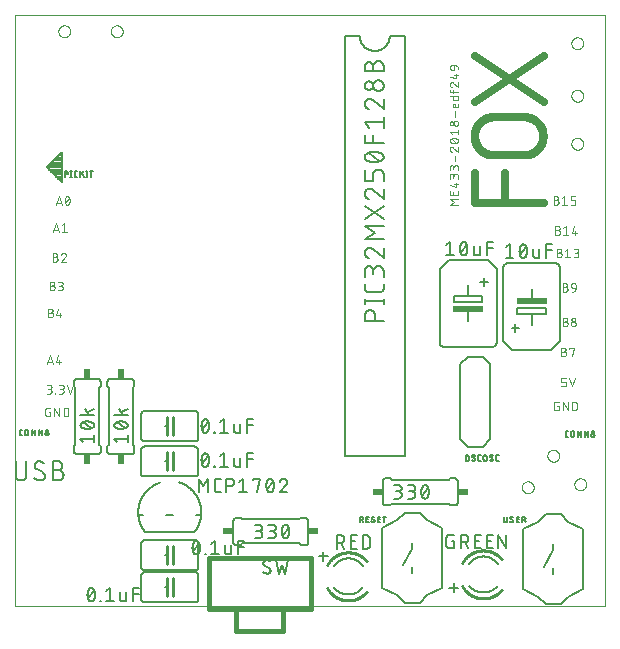
<source format=gto>
G75*
%MOIN*%
%OFA0B0*%
%FSLAX25Y25*%
%IPPOS*%
%LPD*%
%AMOC8*
5,1,8,0,0,1.08239X$1,22.5*
%
%ADD10C,0.00000*%
%ADD11C,0.00600*%
%ADD12R,0.01200X0.00400*%
%ADD13R,0.08000X0.00400*%
%ADD14R,0.06800X0.00400*%
%ADD15R,0.16000X0.00400*%
%ADD16R,0.03600X0.00400*%
%ADD17R,0.02400X0.00400*%
%ADD18R,0.02000X0.00400*%
%ADD19R,0.06000X0.00400*%
%ADD20R,0.04000X0.00400*%
%ADD21R,0.12400X0.00400*%
%ADD22R,0.01600X0.00400*%
%ADD23R,0.00400X0.00400*%
%ADD24R,0.02800X0.00400*%
%ADD25R,0.10000X0.00400*%
%ADD26R,0.03200X0.00400*%
%ADD27R,0.00800X0.00400*%
%ADD28R,0.05600X0.00400*%
%ADD29R,0.08800X0.00400*%
%ADD30R,0.04800X0.00400*%
%ADD31R,0.06400X0.00400*%
%ADD32R,0.04400X0.00400*%
%ADD33R,0.05200X0.00400*%
%ADD34R,0.07200X0.00400*%
%ADD35R,0.08400X0.00400*%
%ADD36R,0.14800X0.00400*%
%ADD37R,0.09600X0.00400*%
%ADD38R,0.07600X0.00400*%
%ADD39R,0.12800X0.00400*%
%ADD40C,0.02500*%
%ADD41C,0.00500*%
%ADD42C,0.00300*%
%ADD43C,0.01600*%
%ADD44C,0.01000*%
%ADD45R,0.03400X0.02400*%
%ADD46R,0.02400X0.03400*%
%ADD47R,0.10000X0.02000*%
%ADD48C,0.00787*%
%ADD49C,0.00700*%
%ADD50C,0.00800*%
D10*
X0005300Y0010249D02*
X0005300Y0207099D01*
X0202150Y0207099D01*
X0202150Y0010249D01*
X0005300Y0010249D01*
X0174331Y0049749D02*
X0174333Y0049837D01*
X0174339Y0049925D01*
X0174349Y0050013D01*
X0174363Y0050101D01*
X0174380Y0050187D01*
X0174402Y0050273D01*
X0174427Y0050357D01*
X0174457Y0050441D01*
X0174489Y0050523D01*
X0174526Y0050603D01*
X0174566Y0050682D01*
X0174610Y0050759D01*
X0174657Y0050834D01*
X0174707Y0050906D01*
X0174761Y0050977D01*
X0174817Y0051044D01*
X0174877Y0051110D01*
X0174939Y0051172D01*
X0175005Y0051232D01*
X0175072Y0051288D01*
X0175143Y0051342D01*
X0175215Y0051392D01*
X0175290Y0051439D01*
X0175367Y0051483D01*
X0175446Y0051523D01*
X0175526Y0051560D01*
X0175608Y0051592D01*
X0175692Y0051622D01*
X0175776Y0051647D01*
X0175862Y0051669D01*
X0175948Y0051686D01*
X0176036Y0051700D01*
X0176124Y0051710D01*
X0176212Y0051716D01*
X0176300Y0051718D01*
X0176388Y0051716D01*
X0176476Y0051710D01*
X0176564Y0051700D01*
X0176652Y0051686D01*
X0176738Y0051669D01*
X0176824Y0051647D01*
X0176908Y0051622D01*
X0176992Y0051592D01*
X0177074Y0051560D01*
X0177154Y0051523D01*
X0177233Y0051483D01*
X0177310Y0051439D01*
X0177385Y0051392D01*
X0177457Y0051342D01*
X0177528Y0051288D01*
X0177595Y0051232D01*
X0177661Y0051172D01*
X0177723Y0051110D01*
X0177783Y0051044D01*
X0177839Y0050977D01*
X0177893Y0050906D01*
X0177943Y0050834D01*
X0177990Y0050759D01*
X0178034Y0050682D01*
X0178074Y0050603D01*
X0178111Y0050523D01*
X0178143Y0050441D01*
X0178173Y0050357D01*
X0178198Y0050273D01*
X0178220Y0050187D01*
X0178237Y0050101D01*
X0178251Y0050013D01*
X0178261Y0049925D01*
X0178267Y0049837D01*
X0178269Y0049749D01*
X0178267Y0049661D01*
X0178261Y0049573D01*
X0178251Y0049485D01*
X0178237Y0049397D01*
X0178220Y0049311D01*
X0178198Y0049225D01*
X0178173Y0049141D01*
X0178143Y0049057D01*
X0178111Y0048975D01*
X0178074Y0048895D01*
X0178034Y0048816D01*
X0177990Y0048739D01*
X0177943Y0048664D01*
X0177893Y0048592D01*
X0177839Y0048521D01*
X0177783Y0048454D01*
X0177723Y0048388D01*
X0177661Y0048326D01*
X0177595Y0048266D01*
X0177528Y0048210D01*
X0177457Y0048156D01*
X0177385Y0048106D01*
X0177310Y0048059D01*
X0177233Y0048015D01*
X0177154Y0047975D01*
X0177074Y0047938D01*
X0176992Y0047906D01*
X0176908Y0047876D01*
X0176824Y0047851D01*
X0176738Y0047829D01*
X0176652Y0047812D01*
X0176564Y0047798D01*
X0176476Y0047788D01*
X0176388Y0047782D01*
X0176300Y0047780D01*
X0176212Y0047782D01*
X0176124Y0047788D01*
X0176036Y0047798D01*
X0175948Y0047812D01*
X0175862Y0047829D01*
X0175776Y0047851D01*
X0175692Y0047876D01*
X0175608Y0047906D01*
X0175526Y0047938D01*
X0175446Y0047975D01*
X0175367Y0048015D01*
X0175290Y0048059D01*
X0175215Y0048106D01*
X0175143Y0048156D01*
X0175072Y0048210D01*
X0175005Y0048266D01*
X0174939Y0048326D01*
X0174877Y0048388D01*
X0174817Y0048454D01*
X0174761Y0048521D01*
X0174707Y0048592D01*
X0174657Y0048664D01*
X0174610Y0048739D01*
X0174566Y0048816D01*
X0174526Y0048895D01*
X0174489Y0048975D01*
X0174457Y0049057D01*
X0174427Y0049141D01*
X0174402Y0049225D01*
X0174380Y0049311D01*
X0174363Y0049397D01*
X0174349Y0049485D01*
X0174339Y0049573D01*
X0174333Y0049661D01*
X0174331Y0049749D01*
X0182831Y0060249D02*
X0182833Y0060337D01*
X0182839Y0060425D01*
X0182849Y0060513D01*
X0182863Y0060601D01*
X0182880Y0060687D01*
X0182902Y0060773D01*
X0182927Y0060857D01*
X0182957Y0060941D01*
X0182989Y0061023D01*
X0183026Y0061103D01*
X0183066Y0061182D01*
X0183110Y0061259D01*
X0183157Y0061334D01*
X0183207Y0061406D01*
X0183261Y0061477D01*
X0183317Y0061544D01*
X0183377Y0061610D01*
X0183439Y0061672D01*
X0183505Y0061732D01*
X0183572Y0061788D01*
X0183643Y0061842D01*
X0183715Y0061892D01*
X0183790Y0061939D01*
X0183867Y0061983D01*
X0183946Y0062023D01*
X0184026Y0062060D01*
X0184108Y0062092D01*
X0184192Y0062122D01*
X0184276Y0062147D01*
X0184362Y0062169D01*
X0184448Y0062186D01*
X0184536Y0062200D01*
X0184624Y0062210D01*
X0184712Y0062216D01*
X0184800Y0062218D01*
X0184888Y0062216D01*
X0184976Y0062210D01*
X0185064Y0062200D01*
X0185152Y0062186D01*
X0185238Y0062169D01*
X0185324Y0062147D01*
X0185408Y0062122D01*
X0185492Y0062092D01*
X0185574Y0062060D01*
X0185654Y0062023D01*
X0185733Y0061983D01*
X0185810Y0061939D01*
X0185885Y0061892D01*
X0185957Y0061842D01*
X0186028Y0061788D01*
X0186095Y0061732D01*
X0186161Y0061672D01*
X0186223Y0061610D01*
X0186283Y0061544D01*
X0186339Y0061477D01*
X0186393Y0061406D01*
X0186443Y0061334D01*
X0186490Y0061259D01*
X0186534Y0061182D01*
X0186574Y0061103D01*
X0186611Y0061023D01*
X0186643Y0060941D01*
X0186673Y0060857D01*
X0186698Y0060773D01*
X0186720Y0060687D01*
X0186737Y0060601D01*
X0186751Y0060513D01*
X0186761Y0060425D01*
X0186767Y0060337D01*
X0186769Y0060249D01*
X0186767Y0060161D01*
X0186761Y0060073D01*
X0186751Y0059985D01*
X0186737Y0059897D01*
X0186720Y0059811D01*
X0186698Y0059725D01*
X0186673Y0059641D01*
X0186643Y0059557D01*
X0186611Y0059475D01*
X0186574Y0059395D01*
X0186534Y0059316D01*
X0186490Y0059239D01*
X0186443Y0059164D01*
X0186393Y0059092D01*
X0186339Y0059021D01*
X0186283Y0058954D01*
X0186223Y0058888D01*
X0186161Y0058826D01*
X0186095Y0058766D01*
X0186028Y0058710D01*
X0185957Y0058656D01*
X0185885Y0058606D01*
X0185810Y0058559D01*
X0185733Y0058515D01*
X0185654Y0058475D01*
X0185574Y0058438D01*
X0185492Y0058406D01*
X0185408Y0058376D01*
X0185324Y0058351D01*
X0185238Y0058329D01*
X0185152Y0058312D01*
X0185064Y0058298D01*
X0184976Y0058288D01*
X0184888Y0058282D01*
X0184800Y0058280D01*
X0184712Y0058282D01*
X0184624Y0058288D01*
X0184536Y0058298D01*
X0184448Y0058312D01*
X0184362Y0058329D01*
X0184276Y0058351D01*
X0184192Y0058376D01*
X0184108Y0058406D01*
X0184026Y0058438D01*
X0183946Y0058475D01*
X0183867Y0058515D01*
X0183790Y0058559D01*
X0183715Y0058606D01*
X0183643Y0058656D01*
X0183572Y0058710D01*
X0183505Y0058766D01*
X0183439Y0058826D01*
X0183377Y0058888D01*
X0183317Y0058954D01*
X0183261Y0059021D01*
X0183207Y0059092D01*
X0183157Y0059164D01*
X0183110Y0059239D01*
X0183066Y0059316D01*
X0183026Y0059395D01*
X0182989Y0059475D01*
X0182957Y0059557D01*
X0182927Y0059641D01*
X0182902Y0059725D01*
X0182880Y0059811D01*
X0182863Y0059897D01*
X0182849Y0059985D01*
X0182839Y0060073D01*
X0182833Y0060161D01*
X0182831Y0060249D01*
X0191831Y0050749D02*
X0191833Y0050837D01*
X0191839Y0050925D01*
X0191849Y0051013D01*
X0191863Y0051101D01*
X0191880Y0051187D01*
X0191902Y0051273D01*
X0191927Y0051357D01*
X0191957Y0051441D01*
X0191989Y0051523D01*
X0192026Y0051603D01*
X0192066Y0051682D01*
X0192110Y0051759D01*
X0192157Y0051834D01*
X0192207Y0051906D01*
X0192261Y0051977D01*
X0192317Y0052044D01*
X0192377Y0052110D01*
X0192439Y0052172D01*
X0192505Y0052232D01*
X0192572Y0052288D01*
X0192643Y0052342D01*
X0192715Y0052392D01*
X0192790Y0052439D01*
X0192867Y0052483D01*
X0192946Y0052523D01*
X0193026Y0052560D01*
X0193108Y0052592D01*
X0193192Y0052622D01*
X0193276Y0052647D01*
X0193362Y0052669D01*
X0193448Y0052686D01*
X0193536Y0052700D01*
X0193624Y0052710D01*
X0193712Y0052716D01*
X0193800Y0052718D01*
X0193888Y0052716D01*
X0193976Y0052710D01*
X0194064Y0052700D01*
X0194152Y0052686D01*
X0194238Y0052669D01*
X0194324Y0052647D01*
X0194408Y0052622D01*
X0194492Y0052592D01*
X0194574Y0052560D01*
X0194654Y0052523D01*
X0194733Y0052483D01*
X0194810Y0052439D01*
X0194885Y0052392D01*
X0194957Y0052342D01*
X0195028Y0052288D01*
X0195095Y0052232D01*
X0195161Y0052172D01*
X0195223Y0052110D01*
X0195283Y0052044D01*
X0195339Y0051977D01*
X0195393Y0051906D01*
X0195443Y0051834D01*
X0195490Y0051759D01*
X0195534Y0051682D01*
X0195574Y0051603D01*
X0195611Y0051523D01*
X0195643Y0051441D01*
X0195673Y0051357D01*
X0195698Y0051273D01*
X0195720Y0051187D01*
X0195737Y0051101D01*
X0195751Y0051013D01*
X0195761Y0050925D01*
X0195767Y0050837D01*
X0195769Y0050749D01*
X0195767Y0050661D01*
X0195761Y0050573D01*
X0195751Y0050485D01*
X0195737Y0050397D01*
X0195720Y0050311D01*
X0195698Y0050225D01*
X0195673Y0050141D01*
X0195643Y0050057D01*
X0195611Y0049975D01*
X0195574Y0049895D01*
X0195534Y0049816D01*
X0195490Y0049739D01*
X0195443Y0049664D01*
X0195393Y0049592D01*
X0195339Y0049521D01*
X0195283Y0049454D01*
X0195223Y0049388D01*
X0195161Y0049326D01*
X0195095Y0049266D01*
X0195028Y0049210D01*
X0194957Y0049156D01*
X0194885Y0049106D01*
X0194810Y0049059D01*
X0194733Y0049015D01*
X0194654Y0048975D01*
X0194574Y0048938D01*
X0194492Y0048906D01*
X0194408Y0048876D01*
X0194324Y0048851D01*
X0194238Y0048829D01*
X0194152Y0048812D01*
X0194064Y0048798D01*
X0193976Y0048788D01*
X0193888Y0048782D01*
X0193800Y0048780D01*
X0193712Y0048782D01*
X0193624Y0048788D01*
X0193536Y0048798D01*
X0193448Y0048812D01*
X0193362Y0048829D01*
X0193276Y0048851D01*
X0193192Y0048876D01*
X0193108Y0048906D01*
X0193026Y0048938D01*
X0192946Y0048975D01*
X0192867Y0049015D01*
X0192790Y0049059D01*
X0192715Y0049106D01*
X0192643Y0049156D01*
X0192572Y0049210D01*
X0192505Y0049266D01*
X0192439Y0049326D01*
X0192377Y0049388D01*
X0192317Y0049454D01*
X0192261Y0049521D01*
X0192207Y0049592D01*
X0192157Y0049664D01*
X0192110Y0049739D01*
X0192066Y0049816D01*
X0192026Y0049895D01*
X0191989Y0049975D01*
X0191957Y0050057D01*
X0191927Y0050141D01*
X0191902Y0050225D01*
X0191880Y0050311D01*
X0191863Y0050397D01*
X0191849Y0050485D01*
X0191839Y0050573D01*
X0191833Y0050661D01*
X0191831Y0050749D01*
X0190831Y0164249D02*
X0190833Y0164337D01*
X0190839Y0164425D01*
X0190849Y0164513D01*
X0190863Y0164601D01*
X0190880Y0164687D01*
X0190902Y0164773D01*
X0190927Y0164857D01*
X0190957Y0164941D01*
X0190989Y0165023D01*
X0191026Y0165103D01*
X0191066Y0165182D01*
X0191110Y0165259D01*
X0191157Y0165334D01*
X0191207Y0165406D01*
X0191261Y0165477D01*
X0191317Y0165544D01*
X0191377Y0165610D01*
X0191439Y0165672D01*
X0191505Y0165732D01*
X0191572Y0165788D01*
X0191643Y0165842D01*
X0191715Y0165892D01*
X0191790Y0165939D01*
X0191867Y0165983D01*
X0191946Y0166023D01*
X0192026Y0166060D01*
X0192108Y0166092D01*
X0192192Y0166122D01*
X0192276Y0166147D01*
X0192362Y0166169D01*
X0192448Y0166186D01*
X0192536Y0166200D01*
X0192624Y0166210D01*
X0192712Y0166216D01*
X0192800Y0166218D01*
X0192888Y0166216D01*
X0192976Y0166210D01*
X0193064Y0166200D01*
X0193152Y0166186D01*
X0193238Y0166169D01*
X0193324Y0166147D01*
X0193408Y0166122D01*
X0193492Y0166092D01*
X0193574Y0166060D01*
X0193654Y0166023D01*
X0193733Y0165983D01*
X0193810Y0165939D01*
X0193885Y0165892D01*
X0193957Y0165842D01*
X0194028Y0165788D01*
X0194095Y0165732D01*
X0194161Y0165672D01*
X0194223Y0165610D01*
X0194283Y0165544D01*
X0194339Y0165477D01*
X0194393Y0165406D01*
X0194443Y0165334D01*
X0194490Y0165259D01*
X0194534Y0165182D01*
X0194574Y0165103D01*
X0194611Y0165023D01*
X0194643Y0164941D01*
X0194673Y0164857D01*
X0194698Y0164773D01*
X0194720Y0164687D01*
X0194737Y0164601D01*
X0194751Y0164513D01*
X0194761Y0164425D01*
X0194767Y0164337D01*
X0194769Y0164249D01*
X0194767Y0164161D01*
X0194761Y0164073D01*
X0194751Y0163985D01*
X0194737Y0163897D01*
X0194720Y0163811D01*
X0194698Y0163725D01*
X0194673Y0163641D01*
X0194643Y0163557D01*
X0194611Y0163475D01*
X0194574Y0163395D01*
X0194534Y0163316D01*
X0194490Y0163239D01*
X0194443Y0163164D01*
X0194393Y0163092D01*
X0194339Y0163021D01*
X0194283Y0162954D01*
X0194223Y0162888D01*
X0194161Y0162826D01*
X0194095Y0162766D01*
X0194028Y0162710D01*
X0193957Y0162656D01*
X0193885Y0162606D01*
X0193810Y0162559D01*
X0193733Y0162515D01*
X0193654Y0162475D01*
X0193574Y0162438D01*
X0193492Y0162406D01*
X0193408Y0162376D01*
X0193324Y0162351D01*
X0193238Y0162329D01*
X0193152Y0162312D01*
X0193064Y0162298D01*
X0192976Y0162288D01*
X0192888Y0162282D01*
X0192800Y0162280D01*
X0192712Y0162282D01*
X0192624Y0162288D01*
X0192536Y0162298D01*
X0192448Y0162312D01*
X0192362Y0162329D01*
X0192276Y0162351D01*
X0192192Y0162376D01*
X0192108Y0162406D01*
X0192026Y0162438D01*
X0191946Y0162475D01*
X0191867Y0162515D01*
X0191790Y0162559D01*
X0191715Y0162606D01*
X0191643Y0162656D01*
X0191572Y0162710D01*
X0191505Y0162766D01*
X0191439Y0162826D01*
X0191377Y0162888D01*
X0191317Y0162954D01*
X0191261Y0163021D01*
X0191207Y0163092D01*
X0191157Y0163164D01*
X0191110Y0163239D01*
X0191066Y0163316D01*
X0191026Y0163395D01*
X0190989Y0163475D01*
X0190957Y0163557D01*
X0190927Y0163641D01*
X0190902Y0163725D01*
X0190880Y0163811D01*
X0190863Y0163897D01*
X0190849Y0163985D01*
X0190839Y0164073D01*
X0190833Y0164161D01*
X0190831Y0164249D01*
X0190831Y0180249D02*
X0190833Y0180337D01*
X0190839Y0180425D01*
X0190849Y0180513D01*
X0190863Y0180601D01*
X0190880Y0180687D01*
X0190902Y0180773D01*
X0190927Y0180857D01*
X0190957Y0180941D01*
X0190989Y0181023D01*
X0191026Y0181103D01*
X0191066Y0181182D01*
X0191110Y0181259D01*
X0191157Y0181334D01*
X0191207Y0181406D01*
X0191261Y0181477D01*
X0191317Y0181544D01*
X0191377Y0181610D01*
X0191439Y0181672D01*
X0191505Y0181732D01*
X0191572Y0181788D01*
X0191643Y0181842D01*
X0191715Y0181892D01*
X0191790Y0181939D01*
X0191867Y0181983D01*
X0191946Y0182023D01*
X0192026Y0182060D01*
X0192108Y0182092D01*
X0192192Y0182122D01*
X0192276Y0182147D01*
X0192362Y0182169D01*
X0192448Y0182186D01*
X0192536Y0182200D01*
X0192624Y0182210D01*
X0192712Y0182216D01*
X0192800Y0182218D01*
X0192888Y0182216D01*
X0192976Y0182210D01*
X0193064Y0182200D01*
X0193152Y0182186D01*
X0193238Y0182169D01*
X0193324Y0182147D01*
X0193408Y0182122D01*
X0193492Y0182092D01*
X0193574Y0182060D01*
X0193654Y0182023D01*
X0193733Y0181983D01*
X0193810Y0181939D01*
X0193885Y0181892D01*
X0193957Y0181842D01*
X0194028Y0181788D01*
X0194095Y0181732D01*
X0194161Y0181672D01*
X0194223Y0181610D01*
X0194283Y0181544D01*
X0194339Y0181477D01*
X0194393Y0181406D01*
X0194443Y0181334D01*
X0194490Y0181259D01*
X0194534Y0181182D01*
X0194574Y0181103D01*
X0194611Y0181023D01*
X0194643Y0180941D01*
X0194673Y0180857D01*
X0194698Y0180773D01*
X0194720Y0180687D01*
X0194737Y0180601D01*
X0194751Y0180513D01*
X0194761Y0180425D01*
X0194767Y0180337D01*
X0194769Y0180249D01*
X0194767Y0180161D01*
X0194761Y0180073D01*
X0194751Y0179985D01*
X0194737Y0179897D01*
X0194720Y0179811D01*
X0194698Y0179725D01*
X0194673Y0179641D01*
X0194643Y0179557D01*
X0194611Y0179475D01*
X0194574Y0179395D01*
X0194534Y0179316D01*
X0194490Y0179239D01*
X0194443Y0179164D01*
X0194393Y0179092D01*
X0194339Y0179021D01*
X0194283Y0178954D01*
X0194223Y0178888D01*
X0194161Y0178826D01*
X0194095Y0178766D01*
X0194028Y0178710D01*
X0193957Y0178656D01*
X0193885Y0178606D01*
X0193810Y0178559D01*
X0193733Y0178515D01*
X0193654Y0178475D01*
X0193574Y0178438D01*
X0193492Y0178406D01*
X0193408Y0178376D01*
X0193324Y0178351D01*
X0193238Y0178329D01*
X0193152Y0178312D01*
X0193064Y0178298D01*
X0192976Y0178288D01*
X0192888Y0178282D01*
X0192800Y0178280D01*
X0192712Y0178282D01*
X0192624Y0178288D01*
X0192536Y0178298D01*
X0192448Y0178312D01*
X0192362Y0178329D01*
X0192276Y0178351D01*
X0192192Y0178376D01*
X0192108Y0178406D01*
X0192026Y0178438D01*
X0191946Y0178475D01*
X0191867Y0178515D01*
X0191790Y0178559D01*
X0191715Y0178606D01*
X0191643Y0178656D01*
X0191572Y0178710D01*
X0191505Y0178766D01*
X0191439Y0178826D01*
X0191377Y0178888D01*
X0191317Y0178954D01*
X0191261Y0179021D01*
X0191207Y0179092D01*
X0191157Y0179164D01*
X0191110Y0179239D01*
X0191066Y0179316D01*
X0191026Y0179395D01*
X0190989Y0179475D01*
X0190957Y0179557D01*
X0190927Y0179641D01*
X0190902Y0179725D01*
X0190880Y0179811D01*
X0190863Y0179897D01*
X0190849Y0179985D01*
X0190839Y0180073D01*
X0190833Y0180161D01*
X0190831Y0180249D01*
X0190831Y0197749D02*
X0190833Y0197837D01*
X0190839Y0197925D01*
X0190849Y0198013D01*
X0190863Y0198101D01*
X0190880Y0198187D01*
X0190902Y0198273D01*
X0190927Y0198357D01*
X0190957Y0198441D01*
X0190989Y0198523D01*
X0191026Y0198603D01*
X0191066Y0198682D01*
X0191110Y0198759D01*
X0191157Y0198834D01*
X0191207Y0198906D01*
X0191261Y0198977D01*
X0191317Y0199044D01*
X0191377Y0199110D01*
X0191439Y0199172D01*
X0191505Y0199232D01*
X0191572Y0199288D01*
X0191643Y0199342D01*
X0191715Y0199392D01*
X0191790Y0199439D01*
X0191867Y0199483D01*
X0191946Y0199523D01*
X0192026Y0199560D01*
X0192108Y0199592D01*
X0192192Y0199622D01*
X0192276Y0199647D01*
X0192362Y0199669D01*
X0192448Y0199686D01*
X0192536Y0199700D01*
X0192624Y0199710D01*
X0192712Y0199716D01*
X0192800Y0199718D01*
X0192888Y0199716D01*
X0192976Y0199710D01*
X0193064Y0199700D01*
X0193152Y0199686D01*
X0193238Y0199669D01*
X0193324Y0199647D01*
X0193408Y0199622D01*
X0193492Y0199592D01*
X0193574Y0199560D01*
X0193654Y0199523D01*
X0193733Y0199483D01*
X0193810Y0199439D01*
X0193885Y0199392D01*
X0193957Y0199342D01*
X0194028Y0199288D01*
X0194095Y0199232D01*
X0194161Y0199172D01*
X0194223Y0199110D01*
X0194283Y0199044D01*
X0194339Y0198977D01*
X0194393Y0198906D01*
X0194443Y0198834D01*
X0194490Y0198759D01*
X0194534Y0198682D01*
X0194574Y0198603D01*
X0194611Y0198523D01*
X0194643Y0198441D01*
X0194673Y0198357D01*
X0194698Y0198273D01*
X0194720Y0198187D01*
X0194737Y0198101D01*
X0194751Y0198013D01*
X0194761Y0197925D01*
X0194767Y0197837D01*
X0194769Y0197749D01*
X0194767Y0197661D01*
X0194761Y0197573D01*
X0194751Y0197485D01*
X0194737Y0197397D01*
X0194720Y0197311D01*
X0194698Y0197225D01*
X0194673Y0197141D01*
X0194643Y0197057D01*
X0194611Y0196975D01*
X0194574Y0196895D01*
X0194534Y0196816D01*
X0194490Y0196739D01*
X0194443Y0196664D01*
X0194393Y0196592D01*
X0194339Y0196521D01*
X0194283Y0196454D01*
X0194223Y0196388D01*
X0194161Y0196326D01*
X0194095Y0196266D01*
X0194028Y0196210D01*
X0193957Y0196156D01*
X0193885Y0196106D01*
X0193810Y0196059D01*
X0193733Y0196015D01*
X0193654Y0195975D01*
X0193574Y0195938D01*
X0193492Y0195906D01*
X0193408Y0195876D01*
X0193324Y0195851D01*
X0193238Y0195829D01*
X0193152Y0195812D01*
X0193064Y0195798D01*
X0192976Y0195788D01*
X0192888Y0195782D01*
X0192800Y0195780D01*
X0192712Y0195782D01*
X0192624Y0195788D01*
X0192536Y0195798D01*
X0192448Y0195812D01*
X0192362Y0195829D01*
X0192276Y0195851D01*
X0192192Y0195876D01*
X0192108Y0195906D01*
X0192026Y0195938D01*
X0191946Y0195975D01*
X0191867Y0196015D01*
X0191790Y0196059D01*
X0191715Y0196106D01*
X0191643Y0196156D01*
X0191572Y0196210D01*
X0191505Y0196266D01*
X0191439Y0196326D01*
X0191377Y0196388D01*
X0191317Y0196454D01*
X0191261Y0196521D01*
X0191207Y0196592D01*
X0191157Y0196664D01*
X0191110Y0196739D01*
X0191066Y0196816D01*
X0191026Y0196895D01*
X0190989Y0196975D01*
X0190957Y0197057D01*
X0190927Y0197141D01*
X0190902Y0197225D01*
X0190880Y0197311D01*
X0190863Y0197397D01*
X0190849Y0197485D01*
X0190839Y0197573D01*
X0190833Y0197661D01*
X0190831Y0197749D01*
X0037331Y0201749D02*
X0037333Y0201837D01*
X0037339Y0201925D01*
X0037349Y0202013D01*
X0037363Y0202101D01*
X0037380Y0202187D01*
X0037402Y0202273D01*
X0037427Y0202357D01*
X0037457Y0202441D01*
X0037489Y0202523D01*
X0037526Y0202603D01*
X0037566Y0202682D01*
X0037610Y0202759D01*
X0037657Y0202834D01*
X0037707Y0202906D01*
X0037761Y0202977D01*
X0037817Y0203044D01*
X0037877Y0203110D01*
X0037939Y0203172D01*
X0038005Y0203232D01*
X0038072Y0203288D01*
X0038143Y0203342D01*
X0038215Y0203392D01*
X0038290Y0203439D01*
X0038367Y0203483D01*
X0038446Y0203523D01*
X0038526Y0203560D01*
X0038608Y0203592D01*
X0038692Y0203622D01*
X0038776Y0203647D01*
X0038862Y0203669D01*
X0038948Y0203686D01*
X0039036Y0203700D01*
X0039124Y0203710D01*
X0039212Y0203716D01*
X0039300Y0203718D01*
X0039388Y0203716D01*
X0039476Y0203710D01*
X0039564Y0203700D01*
X0039652Y0203686D01*
X0039738Y0203669D01*
X0039824Y0203647D01*
X0039908Y0203622D01*
X0039992Y0203592D01*
X0040074Y0203560D01*
X0040154Y0203523D01*
X0040233Y0203483D01*
X0040310Y0203439D01*
X0040385Y0203392D01*
X0040457Y0203342D01*
X0040528Y0203288D01*
X0040595Y0203232D01*
X0040661Y0203172D01*
X0040723Y0203110D01*
X0040783Y0203044D01*
X0040839Y0202977D01*
X0040893Y0202906D01*
X0040943Y0202834D01*
X0040990Y0202759D01*
X0041034Y0202682D01*
X0041074Y0202603D01*
X0041111Y0202523D01*
X0041143Y0202441D01*
X0041173Y0202357D01*
X0041198Y0202273D01*
X0041220Y0202187D01*
X0041237Y0202101D01*
X0041251Y0202013D01*
X0041261Y0201925D01*
X0041267Y0201837D01*
X0041269Y0201749D01*
X0041267Y0201661D01*
X0041261Y0201573D01*
X0041251Y0201485D01*
X0041237Y0201397D01*
X0041220Y0201311D01*
X0041198Y0201225D01*
X0041173Y0201141D01*
X0041143Y0201057D01*
X0041111Y0200975D01*
X0041074Y0200895D01*
X0041034Y0200816D01*
X0040990Y0200739D01*
X0040943Y0200664D01*
X0040893Y0200592D01*
X0040839Y0200521D01*
X0040783Y0200454D01*
X0040723Y0200388D01*
X0040661Y0200326D01*
X0040595Y0200266D01*
X0040528Y0200210D01*
X0040457Y0200156D01*
X0040385Y0200106D01*
X0040310Y0200059D01*
X0040233Y0200015D01*
X0040154Y0199975D01*
X0040074Y0199938D01*
X0039992Y0199906D01*
X0039908Y0199876D01*
X0039824Y0199851D01*
X0039738Y0199829D01*
X0039652Y0199812D01*
X0039564Y0199798D01*
X0039476Y0199788D01*
X0039388Y0199782D01*
X0039300Y0199780D01*
X0039212Y0199782D01*
X0039124Y0199788D01*
X0039036Y0199798D01*
X0038948Y0199812D01*
X0038862Y0199829D01*
X0038776Y0199851D01*
X0038692Y0199876D01*
X0038608Y0199906D01*
X0038526Y0199938D01*
X0038446Y0199975D01*
X0038367Y0200015D01*
X0038290Y0200059D01*
X0038215Y0200106D01*
X0038143Y0200156D01*
X0038072Y0200210D01*
X0038005Y0200266D01*
X0037939Y0200326D01*
X0037877Y0200388D01*
X0037817Y0200454D01*
X0037761Y0200521D01*
X0037707Y0200592D01*
X0037657Y0200664D01*
X0037610Y0200739D01*
X0037566Y0200816D01*
X0037526Y0200895D01*
X0037489Y0200975D01*
X0037457Y0201057D01*
X0037427Y0201141D01*
X0037402Y0201225D01*
X0037380Y0201311D01*
X0037363Y0201397D01*
X0037349Y0201485D01*
X0037339Y0201573D01*
X0037333Y0201661D01*
X0037331Y0201749D01*
X0019831Y0201749D02*
X0019833Y0201837D01*
X0019839Y0201925D01*
X0019849Y0202013D01*
X0019863Y0202101D01*
X0019880Y0202187D01*
X0019902Y0202273D01*
X0019927Y0202357D01*
X0019957Y0202441D01*
X0019989Y0202523D01*
X0020026Y0202603D01*
X0020066Y0202682D01*
X0020110Y0202759D01*
X0020157Y0202834D01*
X0020207Y0202906D01*
X0020261Y0202977D01*
X0020317Y0203044D01*
X0020377Y0203110D01*
X0020439Y0203172D01*
X0020505Y0203232D01*
X0020572Y0203288D01*
X0020643Y0203342D01*
X0020715Y0203392D01*
X0020790Y0203439D01*
X0020867Y0203483D01*
X0020946Y0203523D01*
X0021026Y0203560D01*
X0021108Y0203592D01*
X0021192Y0203622D01*
X0021276Y0203647D01*
X0021362Y0203669D01*
X0021448Y0203686D01*
X0021536Y0203700D01*
X0021624Y0203710D01*
X0021712Y0203716D01*
X0021800Y0203718D01*
X0021888Y0203716D01*
X0021976Y0203710D01*
X0022064Y0203700D01*
X0022152Y0203686D01*
X0022238Y0203669D01*
X0022324Y0203647D01*
X0022408Y0203622D01*
X0022492Y0203592D01*
X0022574Y0203560D01*
X0022654Y0203523D01*
X0022733Y0203483D01*
X0022810Y0203439D01*
X0022885Y0203392D01*
X0022957Y0203342D01*
X0023028Y0203288D01*
X0023095Y0203232D01*
X0023161Y0203172D01*
X0023223Y0203110D01*
X0023283Y0203044D01*
X0023339Y0202977D01*
X0023393Y0202906D01*
X0023443Y0202834D01*
X0023490Y0202759D01*
X0023534Y0202682D01*
X0023574Y0202603D01*
X0023611Y0202523D01*
X0023643Y0202441D01*
X0023673Y0202357D01*
X0023698Y0202273D01*
X0023720Y0202187D01*
X0023737Y0202101D01*
X0023751Y0202013D01*
X0023761Y0201925D01*
X0023767Y0201837D01*
X0023769Y0201749D01*
X0023767Y0201661D01*
X0023761Y0201573D01*
X0023751Y0201485D01*
X0023737Y0201397D01*
X0023720Y0201311D01*
X0023698Y0201225D01*
X0023673Y0201141D01*
X0023643Y0201057D01*
X0023611Y0200975D01*
X0023574Y0200895D01*
X0023534Y0200816D01*
X0023490Y0200739D01*
X0023443Y0200664D01*
X0023393Y0200592D01*
X0023339Y0200521D01*
X0023283Y0200454D01*
X0023223Y0200388D01*
X0023161Y0200326D01*
X0023095Y0200266D01*
X0023028Y0200210D01*
X0022957Y0200156D01*
X0022885Y0200106D01*
X0022810Y0200059D01*
X0022733Y0200015D01*
X0022654Y0199975D01*
X0022574Y0199938D01*
X0022492Y0199906D01*
X0022408Y0199876D01*
X0022324Y0199851D01*
X0022238Y0199829D01*
X0022152Y0199812D01*
X0022064Y0199798D01*
X0021976Y0199788D01*
X0021888Y0199782D01*
X0021800Y0199780D01*
X0021712Y0199782D01*
X0021624Y0199788D01*
X0021536Y0199798D01*
X0021448Y0199812D01*
X0021362Y0199829D01*
X0021276Y0199851D01*
X0021192Y0199876D01*
X0021108Y0199906D01*
X0021026Y0199938D01*
X0020946Y0199975D01*
X0020867Y0200015D01*
X0020790Y0200059D01*
X0020715Y0200106D01*
X0020643Y0200156D01*
X0020572Y0200210D01*
X0020505Y0200266D01*
X0020439Y0200326D01*
X0020377Y0200388D01*
X0020317Y0200454D01*
X0020261Y0200521D01*
X0020207Y0200592D01*
X0020157Y0200664D01*
X0020110Y0200739D01*
X0020066Y0200816D01*
X0020026Y0200895D01*
X0019989Y0200975D01*
X0019957Y0201057D01*
X0019927Y0201141D01*
X0019902Y0201225D01*
X0019880Y0201311D01*
X0019863Y0201397D01*
X0019849Y0201485D01*
X0019839Y0201573D01*
X0019833Y0201661D01*
X0019831Y0201749D01*
D11*
X0115300Y0200249D02*
X0120300Y0200249D01*
X0120302Y0200109D01*
X0120308Y0199969D01*
X0120318Y0199829D01*
X0120331Y0199689D01*
X0120349Y0199550D01*
X0120371Y0199411D01*
X0120396Y0199274D01*
X0120425Y0199136D01*
X0120458Y0199000D01*
X0120495Y0198865D01*
X0120536Y0198731D01*
X0120581Y0198598D01*
X0120629Y0198466D01*
X0120681Y0198336D01*
X0120736Y0198207D01*
X0120795Y0198080D01*
X0120858Y0197954D01*
X0120924Y0197830D01*
X0120993Y0197709D01*
X0121066Y0197589D01*
X0121143Y0197471D01*
X0121222Y0197356D01*
X0121305Y0197242D01*
X0121391Y0197132D01*
X0121480Y0197023D01*
X0121572Y0196917D01*
X0121667Y0196814D01*
X0121764Y0196713D01*
X0121865Y0196616D01*
X0121968Y0196521D01*
X0122074Y0196429D01*
X0122183Y0196340D01*
X0122293Y0196254D01*
X0122407Y0196171D01*
X0122522Y0196092D01*
X0122640Y0196015D01*
X0122760Y0195942D01*
X0122881Y0195873D01*
X0123005Y0195807D01*
X0123131Y0195744D01*
X0123258Y0195685D01*
X0123387Y0195630D01*
X0123517Y0195578D01*
X0123649Y0195530D01*
X0123782Y0195485D01*
X0123916Y0195444D01*
X0124051Y0195407D01*
X0124187Y0195374D01*
X0124325Y0195345D01*
X0124462Y0195320D01*
X0124601Y0195298D01*
X0124740Y0195280D01*
X0124880Y0195267D01*
X0125020Y0195257D01*
X0125160Y0195251D01*
X0125300Y0195249D01*
X0125440Y0195251D01*
X0125580Y0195257D01*
X0125720Y0195267D01*
X0125860Y0195280D01*
X0125999Y0195298D01*
X0126138Y0195320D01*
X0126275Y0195345D01*
X0126413Y0195374D01*
X0126549Y0195407D01*
X0126684Y0195444D01*
X0126818Y0195485D01*
X0126951Y0195530D01*
X0127083Y0195578D01*
X0127213Y0195630D01*
X0127342Y0195685D01*
X0127469Y0195744D01*
X0127595Y0195807D01*
X0127719Y0195873D01*
X0127840Y0195942D01*
X0127960Y0196015D01*
X0128078Y0196092D01*
X0128193Y0196171D01*
X0128307Y0196254D01*
X0128417Y0196340D01*
X0128526Y0196429D01*
X0128632Y0196521D01*
X0128735Y0196616D01*
X0128836Y0196713D01*
X0128933Y0196814D01*
X0129028Y0196917D01*
X0129120Y0197023D01*
X0129209Y0197132D01*
X0129295Y0197242D01*
X0129378Y0197356D01*
X0129457Y0197471D01*
X0129534Y0197589D01*
X0129607Y0197709D01*
X0129676Y0197830D01*
X0129742Y0197954D01*
X0129805Y0198080D01*
X0129864Y0198207D01*
X0129919Y0198336D01*
X0129971Y0198466D01*
X0130019Y0198598D01*
X0130064Y0198731D01*
X0130105Y0198865D01*
X0130142Y0199000D01*
X0130175Y0199136D01*
X0130204Y0199274D01*
X0130229Y0199411D01*
X0130251Y0199550D01*
X0130269Y0199689D01*
X0130282Y0199829D01*
X0130292Y0199969D01*
X0130298Y0200109D01*
X0130300Y0200249D01*
X0135300Y0200249D01*
X0135300Y0060249D01*
X0115300Y0060249D01*
X0115300Y0199749D01*
X0149894Y0125599D02*
X0162894Y0125599D01*
X0165894Y0122599D01*
X0165894Y0098099D01*
X0165892Y0098023D01*
X0165886Y0097947D01*
X0165877Y0097872D01*
X0165863Y0097797D01*
X0165846Y0097723D01*
X0165825Y0097650D01*
X0165801Y0097578D01*
X0165772Y0097507D01*
X0165741Y0097438D01*
X0165706Y0097371D01*
X0165667Y0097306D01*
X0165625Y0097242D01*
X0165580Y0097181D01*
X0165532Y0097122D01*
X0165481Y0097066D01*
X0165427Y0097012D01*
X0165371Y0096961D01*
X0165312Y0096913D01*
X0165251Y0096868D01*
X0165187Y0096826D01*
X0165122Y0096787D01*
X0165055Y0096752D01*
X0164986Y0096721D01*
X0164915Y0096692D01*
X0164843Y0096668D01*
X0164770Y0096647D01*
X0164696Y0096630D01*
X0164621Y0096616D01*
X0164546Y0096607D01*
X0164470Y0096601D01*
X0164394Y0096599D01*
X0148394Y0096599D01*
X0148318Y0096601D01*
X0148242Y0096607D01*
X0148167Y0096616D01*
X0148092Y0096630D01*
X0148018Y0096647D01*
X0147945Y0096668D01*
X0147873Y0096692D01*
X0147802Y0096721D01*
X0147733Y0096752D01*
X0147666Y0096787D01*
X0147601Y0096826D01*
X0147537Y0096868D01*
X0147476Y0096913D01*
X0147417Y0096961D01*
X0147361Y0097012D01*
X0147307Y0097066D01*
X0147256Y0097122D01*
X0147208Y0097181D01*
X0147163Y0097242D01*
X0147121Y0097306D01*
X0147082Y0097371D01*
X0147047Y0097438D01*
X0147016Y0097507D01*
X0146987Y0097578D01*
X0146963Y0097650D01*
X0146942Y0097723D01*
X0146925Y0097797D01*
X0146911Y0097872D01*
X0146902Y0097947D01*
X0146896Y0098023D01*
X0146894Y0098099D01*
X0146894Y0122599D01*
X0149894Y0125599D01*
X0156394Y0117099D02*
X0156394Y0113599D01*
X0161194Y0113599D01*
X0161194Y0111599D01*
X0151594Y0111599D01*
X0151594Y0113599D01*
X0156394Y0113599D01*
X0156394Y0108599D02*
X0156394Y0105099D01*
X0161794Y0116799D02*
X0161794Y0119399D01*
X0162994Y0118099D02*
X0160494Y0118099D01*
X0168056Y0122898D02*
X0168056Y0098398D01*
X0171056Y0095398D01*
X0184056Y0095398D01*
X0187056Y0098398D01*
X0187056Y0122898D01*
X0187054Y0122974D01*
X0187048Y0123050D01*
X0187039Y0123125D01*
X0187025Y0123200D01*
X0187008Y0123274D01*
X0186987Y0123347D01*
X0186963Y0123419D01*
X0186934Y0123490D01*
X0186903Y0123559D01*
X0186868Y0123626D01*
X0186829Y0123691D01*
X0186787Y0123755D01*
X0186742Y0123816D01*
X0186694Y0123875D01*
X0186643Y0123931D01*
X0186589Y0123985D01*
X0186533Y0124036D01*
X0186474Y0124084D01*
X0186413Y0124129D01*
X0186349Y0124171D01*
X0186284Y0124210D01*
X0186217Y0124245D01*
X0186148Y0124276D01*
X0186077Y0124305D01*
X0186005Y0124329D01*
X0185932Y0124350D01*
X0185858Y0124367D01*
X0185783Y0124381D01*
X0185708Y0124390D01*
X0185632Y0124396D01*
X0185556Y0124398D01*
X0169556Y0124398D01*
X0169480Y0124396D01*
X0169404Y0124390D01*
X0169329Y0124381D01*
X0169254Y0124367D01*
X0169180Y0124350D01*
X0169107Y0124329D01*
X0169035Y0124305D01*
X0168964Y0124276D01*
X0168895Y0124245D01*
X0168828Y0124210D01*
X0168763Y0124171D01*
X0168699Y0124129D01*
X0168638Y0124084D01*
X0168579Y0124036D01*
X0168523Y0123985D01*
X0168469Y0123931D01*
X0168418Y0123875D01*
X0168370Y0123816D01*
X0168325Y0123755D01*
X0168283Y0123691D01*
X0168244Y0123626D01*
X0168209Y0123559D01*
X0168178Y0123490D01*
X0168149Y0123419D01*
X0168125Y0123347D01*
X0168104Y0123274D01*
X0168087Y0123200D01*
X0168073Y0123125D01*
X0168064Y0123050D01*
X0168058Y0122974D01*
X0168056Y0122898D01*
X0177556Y0115898D02*
X0177556Y0112398D01*
X0182356Y0109398D02*
X0172756Y0109398D01*
X0172756Y0107398D01*
X0177556Y0107398D01*
X0182356Y0107398D01*
X0182356Y0109398D01*
X0177556Y0107398D02*
X0177556Y0103898D01*
X0173456Y0102898D02*
X0170956Y0102898D01*
X0172156Y0104198D02*
X0172156Y0101598D01*
X0151950Y0052745D02*
X0150450Y0052745D01*
X0149950Y0052245D01*
X0130950Y0052245D01*
X0130450Y0052745D01*
X0128950Y0052745D01*
X0128890Y0052743D01*
X0128829Y0052738D01*
X0128770Y0052729D01*
X0128711Y0052716D01*
X0128652Y0052700D01*
X0128595Y0052680D01*
X0128540Y0052657D01*
X0128485Y0052630D01*
X0128433Y0052601D01*
X0128382Y0052568D01*
X0128333Y0052532D01*
X0128287Y0052494D01*
X0128243Y0052452D01*
X0128201Y0052408D01*
X0128163Y0052362D01*
X0128127Y0052313D01*
X0128094Y0052262D01*
X0128065Y0052210D01*
X0128038Y0052155D01*
X0128015Y0052100D01*
X0127995Y0052043D01*
X0127979Y0051984D01*
X0127966Y0051925D01*
X0127957Y0051866D01*
X0127952Y0051805D01*
X0127950Y0051745D01*
X0127950Y0044745D01*
X0127952Y0044685D01*
X0127957Y0044624D01*
X0127966Y0044565D01*
X0127979Y0044506D01*
X0127995Y0044447D01*
X0128015Y0044390D01*
X0128038Y0044335D01*
X0128065Y0044280D01*
X0128094Y0044228D01*
X0128127Y0044177D01*
X0128163Y0044128D01*
X0128201Y0044082D01*
X0128243Y0044038D01*
X0128287Y0043996D01*
X0128333Y0043958D01*
X0128382Y0043922D01*
X0128433Y0043889D01*
X0128485Y0043860D01*
X0128540Y0043833D01*
X0128595Y0043810D01*
X0128652Y0043790D01*
X0128711Y0043774D01*
X0128770Y0043761D01*
X0128829Y0043752D01*
X0128890Y0043747D01*
X0128950Y0043745D01*
X0130450Y0043745D01*
X0130950Y0044245D01*
X0149950Y0044245D01*
X0150450Y0043745D01*
X0151950Y0043745D01*
X0152010Y0043747D01*
X0152071Y0043752D01*
X0152130Y0043761D01*
X0152189Y0043774D01*
X0152248Y0043790D01*
X0152305Y0043810D01*
X0152360Y0043833D01*
X0152415Y0043860D01*
X0152467Y0043889D01*
X0152518Y0043922D01*
X0152567Y0043958D01*
X0152613Y0043996D01*
X0152657Y0044038D01*
X0152699Y0044082D01*
X0152737Y0044128D01*
X0152773Y0044177D01*
X0152806Y0044228D01*
X0152835Y0044280D01*
X0152862Y0044335D01*
X0152885Y0044390D01*
X0152905Y0044447D01*
X0152921Y0044506D01*
X0152934Y0044565D01*
X0152943Y0044624D01*
X0152948Y0044685D01*
X0152950Y0044745D01*
X0152950Y0051745D01*
X0152948Y0051805D01*
X0152943Y0051866D01*
X0152934Y0051925D01*
X0152921Y0051984D01*
X0152905Y0052043D01*
X0152885Y0052100D01*
X0152862Y0052155D01*
X0152835Y0052210D01*
X0152806Y0052262D01*
X0152773Y0052313D01*
X0152737Y0052362D01*
X0152699Y0052408D01*
X0152657Y0052452D01*
X0152613Y0052494D01*
X0152567Y0052532D01*
X0152518Y0052568D01*
X0152467Y0052601D01*
X0152415Y0052630D01*
X0152360Y0052657D01*
X0152305Y0052680D01*
X0152248Y0052700D01*
X0152189Y0052716D01*
X0152130Y0052729D01*
X0152071Y0052738D01*
X0152010Y0052743D01*
X0151950Y0052745D01*
X0161449Y0026694D02*
X0161603Y0026692D01*
X0161757Y0026686D01*
X0161911Y0026676D01*
X0162065Y0026662D01*
X0162218Y0026645D01*
X0162370Y0026623D01*
X0162522Y0026597D01*
X0162674Y0026568D01*
X0162824Y0026534D01*
X0162974Y0026497D01*
X0163122Y0026456D01*
X0163270Y0026411D01*
X0163416Y0026362D01*
X0163561Y0026310D01*
X0163704Y0026254D01*
X0163847Y0026194D01*
X0163987Y0026131D01*
X0164126Y0026064D01*
X0164263Y0025993D01*
X0164398Y0025919D01*
X0164531Y0025842D01*
X0164663Y0025761D01*
X0164792Y0025677D01*
X0164919Y0025589D01*
X0165043Y0025498D01*
X0165165Y0025405D01*
X0165285Y0025307D01*
X0165402Y0025207D01*
X0165517Y0025104D01*
X0165629Y0024998D01*
X0165738Y0024890D01*
X0165844Y0024778D01*
X0165948Y0024664D01*
X0166048Y0024547D01*
X0166146Y0024428D01*
X0166240Y0024306D01*
X0166331Y0024181D01*
X0161450Y0014694D02*
X0161298Y0014696D01*
X0161147Y0014702D01*
X0160996Y0014711D01*
X0160844Y0014725D01*
X0160694Y0014742D01*
X0160544Y0014763D01*
X0160394Y0014788D01*
X0160245Y0014816D01*
X0160097Y0014849D01*
X0159950Y0014885D01*
X0159803Y0014924D01*
X0159658Y0014968D01*
X0159514Y0015015D01*
X0159371Y0015066D01*
X0159230Y0015120D01*
X0159089Y0015178D01*
X0158951Y0015239D01*
X0158814Y0015304D01*
X0158678Y0015373D01*
X0158545Y0015444D01*
X0158413Y0015519D01*
X0158283Y0015598D01*
X0158156Y0015679D01*
X0158030Y0015764D01*
X0157906Y0015852D01*
X0157785Y0015943D01*
X0157666Y0016037D01*
X0157550Y0016135D01*
X0157436Y0016235D01*
X0157324Y0016337D01*
X0157216Y0016443D01*
X0157110Y0016551D01*
X0157006Y0016662D01*
X0156906Y0016776D01*
X0156808Y0016892D01*
X0156714Y0017011D01*
X0161450Y0014694D02*
X0161602Y0014696D01*
X0161753Y0014702D01*
X0161904Y0014711D01*
X0162056Y0014725D01*
X0162206Y0014742D01*
X0162356Y0014763D01*
X0162506Y0014788D01*
X0162655Y0014816D01*
X0162803Y0014849D01*
X0162950Y0014885D01*
X0163097Y0014924D01*
X0163242Y0014968D01*
X0163386Y0015015D01*
X0163529Y0015066D01*
X0163670Y0015120D01*
X0163811Y0015178D01*
X0163949Y0015239D01*
X0164086Y0015304D01*
X0164222Y0015373D01*
X0164355Y0015444D01*
X0164487Y0015519D01*
X0164617Y0015598D01*
X0164744Y0015679D01*
X0164870Y0015764D01*
X0164994Y0015852D01*
X0165115Y0015943D01*
X0165234Y0016037D01*
X0165350Y0016135D01*
X0165464Y0016235D01*
X0165576Y0016337D01*
X0165684Y0016443D01*
X0165790Y0016551D01*
X0165894Y0016662D01*
X0165994Y0016776D01*
X0166092Y0016892D01*
X0166186Y0017011D01*
X0161450Y0026694D02*
X0161300Y0026692D01*
X0161149Y0026686D01*
X0160999Y0026677D01*
X0160850Y0026664D01*
X0160700Y0026647D01*
X0160551Y0026626D01*
X0160403Y0026602D01*
X0160255Y0026574D01*
X0160108Y0026542D01*
X0159962Y0026507D01*
X0159817Y0026467D01*
X0159673Y0026425D01*
X0159530Y0026378D01*
X0159388Y0026328D01*
X0159247Y0026275D01*
X0159108Y0026218D01*
X0158970Y0026158D01*
X0158834Y0026094D01*
X0158700Y0026027D01*
X0158567Y0025956D01*
X0158436Y0025882D01*
X0158307Y0025805D01*
X0158180Y0025724D01*
X0158055Y0025641D01*
X0157932Y0025554D01*
X0157811Y0025465D01*
X0157693Y0025372D01*
X0157577Y0025276D01*
X0157463Y0025178D01*
X0157352Y0025077D01*
X0157243Y0024972D01*
X0157138Y0024866D01*
X0157034Y0024756D01*
X0156934Y0024644D01*
X0156836Y0024530D01*
X0156742Y0024413D01*
X0156650Y0024294D01*
X0116450Y0014044D02*
X0116298Y0014046D01*
X0116147Y0014052D01*
X0115996Y0014061D01*
X0115844Y0014075D01*
X0115694Y0014092D01*
X0115544Y0014113D01*
X0115394Y0014138D01*
X0115245Y0014166D01*
X0115097Y0014199D01*
X0114950Y0014235D01*
X0114803Y0014274D01*
X0114658Y0014318D01*
X0114514Y0014365D01*
X0114371Y0014416D01*
X0114230Y0014470D01*
X0114089Y0014528D01*
X0113951Y0014589D01*
X0113814Y0014654D01*
X0113678Y0014723D01*
X0113545Y0014794D01*
X0113413Y0014869D01*
X0113283Y0014948D01*
X0113156Y0015029D01*
X0113030Y0015114D01*
X0112906Y0015202D01*
X0112785Y0015293D01*
X0112666Y0015387D01*
X0112550Y0015485D01*
X0112436Y0015585D01*
X0112324Y0015687D01*
X0112216Y0015793D01*
X0112110Y0015901D01*
X0112006Y0016012D01*
X0111906Y0016126D01*
X0111808Y0016242D01*
X0111714Y0016361D01*
X0116449Y0026044D02*
X0116603Y0026042D01*
X0116757Y0026036D01*
X0116911Y0026026D01*
X0117065Y0026012D01*
X0117218Y0025995D01*
X0117370Y0025973D01*
X0117522Y0025947D01*
X0117674Y0025918D01*
X0117824Y0025884D01*
X0117974Y0025847D01*
X0118122Y0025806D01*
X0118270Y0025761D01*
X0118416Y0025712D01*
X0118561Y0025660D01*
X0118704Y0025604D01*
X0118847Y0025544D01*
X0118987Y0025481D01*
X0119126Y0025414D01*
X0119263Y0025343D01*
X0119398Y0025269D01*
X0119531Y0025192D01*
X0119663Y0025111D01*
X0119792Y0025027D01*
X0119919Y0024939D01*
X0120043Y0024848D01*
X0120165Y0024755D01*
X0120285Y0024657D01*
X0120402Y0024557D01*
X0120517Y0024454D01*
X0120629Y0024348D01*
X0120738Y0024240D01*
X0120844Y0024128D01*
X0120948Y0024014D01*
X0121048Y0023897D01*
X0121146Y0023778D01*
X0121240Y0023656D01*
X0121331Y0023531D01*
X0116450Y0026044D02*
X0116300Y0026042D01*
X0116149Y0026036D01*
X0115999Y0026027D01*
X0115850Y0026014D01*
X0115700Y0025997D01*
X0115551Y0025976D01*
X0115403Y0025952D01*
X0115255Y0025924D01*
X0115108Y0025892D01*
X0114962Y0025857D01*
X0114817Y0025817D01*
X0114673Y0025775D01*
X0114530Y0025728D01*
X0114388Y0025678D01*
X0114247Y0025625D01*
X0114108Y0025568D01*
X0113970Y0025508D01*
X0113834Y0025444D01*
X0113700Y0025377D01*
X0113567Y0025306D01*
X0113436Y0025232D01*
X0113307Y0025155D01*
X0113180Y0025074D01*
X0113055Y0024991D01*
X0112932Y0024904D01*
X0112811Y0024815D01*
X0112693Y0024722D01*
X0112577Y0024626D01*
X0112463Y0024528D01*
X0112352Y0024427D01*
X0112243Y0024322D01*
X0112138Y0024216D01*
X0112034Y0024106D01*
X0111934Y0023994D01*
X0111836Y0023880D01*
X0111742Y0023763D01*
X0111650Y0023644D01*
X0116450Y0014044D02*
X0116602Y0014046D01*
X0116753Y0014052D01*
X0116904Y0014061D01*
X0117056Y0014075D01*
X0117206Y0014092D01*
X0117356Y0014113D01*
X0117506Y0014138D01*
X0117655Y0014166D01*
X0117803Y0014199D01*
X0117950Y0014235D01*
X0118097Y0014274D01*
X0118242Y0014318D01*
X0118386Y0014365D01*
X0118529Y0014416D01*
X0118670Y0014470D01*
X0118811Y0014528D01*
X0118949Y0014589D01*
X0119086Y0014654D01*
X0119222Y0014723D01*
X0119355Y0014794D01*
X0119487Y0014869D01*
X0119617Y0014948D01*
X0119744Y0015029D01*
X0119870Y0015114D01*
X0119994Y0015202D01*
X0120115Y0015293D01*
X0120234Y0015387D01*
X0120350Y0015485D01*
X0120464Y0015585D01*
X0120576Y0015687D01*
X0120684Y0015793D01*
X0120790Y0015901D01*
X0120894Y0016012D01*
X0120994Y0016126D01*
X0121092Y0016242D01*
X0121186Y0016361D01*
X0103150Y0031552D02*
X0103150Y0038552D01*
X0103148Y0038612D01*
X0103143Y0038673D01*
X0103134Y0038732D01*
X0103121Y0038791D01*
X0103105Y0038850D01*
X0103085Y0038907D01*
X0103062Y0038962D01*
X0103035Y0039017D01*
X0103006Y0039069D01*
X0102973Y0039120D01*
X0102937Y0039169D01*
X0102899Y0039215D01*
X0102857Y0039259D01*
X0102813Y0039301D01*
X0102767Y0039339D01*
X0102718Y0039375D01*
X0102667Y0039408D01*
X0102615Y0039437D01*
X0102560Y0039464D01*
X0102505Y0039487D01*
X0102448Y0039507D01*
X0102389Y0039523D01*
X0102330Y0039536D01*
X0102271Y0039545D01*
X0102210Y0039550D01*
X0102150Y0039552D01*
X0100650Y0039552D01*
X0100150Y0039052D01*
X0081150Y0039052D01*
X0080650Y0039552D01*
X0079150Y0039552D01*
X0079090Y0039550D01*
X0079029Y0039545D01*
X0078970Y0039536D01*
X0078911Y0039523D01*
X0078852Y0039507D01*
X0078795Y0039487D01*
X0078740Y0039464D01*
X0078685Y0039437D01*
X0078633Y0039408D01*
X0078582Y0039375D01*
X0078533Y0039339D01*
X0078487Y0039301D01*
X0078443Y0039259D01*
X0078401Y0039215D01*
X0078363Y0039169D01*
X0078327Y0039120D01*
X0078294Y0039069D01*
X0078265Y0039017D01*
X0078238Y0038962D01*
X0078215Y0038907D01*
X0078195Y0038850D01*
X0078179Y0038791D01*
X0078166Y0038732D01*
X0078157Y0038673D01*
X0078152Y0038612D01*
X0078150Y0038552D01*
X0078150Y0031552D01*
X0078152Y0031492D01*
X0078157Y0031431D01*
X0078166Y0031372D01*
X0078179Y0031313D01*
X0078195Y0031254D01*
X0078215Y0031197D01*
X0078238Y0031142D01*
X0078265Y0031087D01*
X0078294Y0031035D01*
X0078327Y0030984D01*
X0078363Y0030935D01*
X0078401Y0030889D01*
X0078443Y0030845D01*
X0078487Y0030803D01*
X0078533Y0030765D01*
X0078582Y0030729D01*
X0078633Y0030696D01*
X0078685Y0030667D01*
X0078740Y0030640D01*
X0078795Y0030617D01*
X0078852Y0030597D01*
X0078911Y0030581D01*
X0078970Y0030568D01*
X0079029Y0030559D01*
X0079090Y0030554D01*
X0079150Y0030552D01*
X0080650Y0030552D01*
X0081150Y0031052D01*
X0100150Y0031052D01*
X0100650Y0030552D01*
X0102150Y0030552D01*
X0102210Y0030554D01*
X0102271Y0030559D01*
X0102330Y0030568D01*
X0102389Y0030581D01*
X0102448Y0030597D01*
X0102505Y0030617D01*
X0102560Y0030640D01*
X0102615Y0030667D01*
X0102667Y0030696D01*
X0102718Y0030729D01*
X0102767Y0030765D01*
X0102813Y0030803D01*
X0102857Y0030845D01*
X0102899Y0030889D01*
X0102937Y0030935D01*
X0102973Y0030984D01*
X0103006Y0031035D01*
X0103035Y0031087D01*
X0103062Y0031142D01*
X0103085Y0031197D01*
X0103105Y0031254D01*
X0103121Y0031313D01*
X0103134Y0031372D01*
X0103143Y0031431D01*
X0103148Y0031492D01*
X0103150Y0031552D01*
X0066450Y0031146D02*
X0066450Y0023146D01*
X0066448Y0023086D01*
X0066443Y0023025D01*
X0066434Y0022966D01*
X0066421Y0022907D01*
X0066405Y0022848D01*
X0066385Y0022791D01*
X0066362Y0022736D01*
X0066335Y0022681D01*
X0066306Y0022629D01*
X0066273Y0022578D01*
X0066237Y0022529D01*
X0066199Y0022483D01*
X0066157Y0022439D01*
X0066113Y0022397D01*
X0066067Y0022359D01*
X0066018Y0022323D01*
X0065967Y0022290D01*
X0065915Y0022261D01*
X0065860Y0022234D01*
X0065805Y0022211D01*
X0065748Y0022191D01*
X0065689Y0022175D01*
X0065630Y0022162D01*
X0065571Y0022153D01*
X0065510Y0022148D01*
X0065450Y0022146D01*
X0048450Y0022146D01*
X0048450Y0021497D02*
X0065450Y0021497D01*
X0065510Y0021495D01*
X0065571Y0021490D01*
X0065630Y0021481D01*
X0065689Y0021468D01*
X0065748Y0021452D01*
X0065805Y0021432D01*
X0065860Y0021409D01*
X0065915Y0021382D01*
X0065967Y0021353D01*
X0066018Y0021320D01*
X0066067Y0021284D01*
X0066113Y0021246D01*
X0066157Y0021204D01*
X0066199Y0021160D01*
X0066237Y0021114D01*
X0066273Y0021065D01*
X0066306Y0021014D01*
X0066335Y0020962D01*
X0066362Y0020907D01*
X0066385Y0020852D01*
X0066405Y0020795D01*
X0066421Y0020736D01*
X0066434Y0020677D01*
X0066443Y0020618D01*
X0066448Y0020557D01*
X0066450Y0020497D01*
X0066450Y0012497D01*
X0066448Y0012437D01*
X0066443Y0012376D01*
X0066434Y0012317D01*
X0066421Y0012258D01*
X0066405Y0012199D01*
X0066385Y0012142D01*
X0066362Y0012087D01*
X0066335Y0012032D01*
X0066306Y0011980D01*
X0066273Y0011929D01*
X0066237Y0011880D01*
X0066199Y0011834D01*
X0066157Y0011790D01*
X0066113Y0011748D01*
X0066067Y0011710D01*
X0066018Y0011674D01*
X0065967Y0011641D01*
X0065915Y0011612D01*
X0065860Y0011585D01*
X0065805Y0011562D01*
X0065748Y0011542D01*
X0065689Y0011526D01*
X0065630Y0011513D01*
X0065571Y0011504D01*
X0065510Y0011499D01*
X0065450Y0011497D01*
X0048450Y0011497D01*
X0048390Y0011499D01*
X0048329Y0011504D01*
X0048270Y0011513D01*
X0048211Y0011526D01*
X0048152Y0011542D01*
X0048095Y0011562D01*
X0048040Y0011585D01*
X0047985Y0011612D01*
X0047933Y0011641D01*
X0047882Y0011674D01*
X0047833Y0011710D01*
X0047787Y0011748D01*
X0047743Y0011790D01*
X0047701Y0011834D01*
X0047663Y0011880D01*
X0047627Y0011929D01*
X0047594Y0011980D01*
X0047565Y0012032D01*
X0047538Y0012087D01*
X0047515Y0012142D01*
X0047495Y0012199D01*
X0047479Y0012258D01*
X0047466Y0012317D01*
X0047457Y0012376D01*
X0047452Y0012437D01*
X0047450Y0012497D01*
X0047450Y0020497D01*
X0047452Y0020557D01*
X0047457Y0020618D01*
X0047466Y0020677D01*
X0047479Y0020736D01*
X0047495Y0020795D01*
X0047515Y0020852D01*
X0047538Y0020907D01*
X0047565Y0020962D01*
X0047594Y0021014D01*
X0047627Y0021065D01*
X0047663Y0021114D01*
X0047701Y0021160D01*
X0047743Y0021204D01*
X0047787Y0021246D01*
X0047833Y0021284D01*
X0047882Y0021320D01*
X0047933Y0021353D01*
X0047985Y0021382D01*
X0048040Y0021409D01*
X0048095Y0021432D01*
X0048152Y0021452D01*
X0048211Y0021468D01*
X0048270Y0021481D01*
X0048329Y0021490D01*
X0048390Y0021495D01*
X0048450Y0021497D01*
X0048450Y0022146D02*
X0048390Y0022148D01*
X0048329Y0022153D01*
X0048270Y0022162D01*
X0048211Y0022175D01*
X0048152Y0022191D01*
X0048095Y0022211D01*
X0048040Y0022234D01*
X0047985Y0022261D01*
X0047933Y0022290D01*
X0047882Y0022323D01*
X0047833Y0022359D01*
X0047787Y0022397D01*
X0047743Y0022439D01*
X0047701Y0022483D01*
X0047663Y0022529D01*
X0047627Y0022578D01*
X0047594Y0022629D01*
X0047565Y0022681D01*
X0047538Y0022736D01*
X0047515Y0022791D01*
X0047495Y0022848D01*
X0047479Y0022907D01*
X0047466Y0022966D01*
X0047457Y0023025D01*
X0047452Y0023086D01*
X0047450Y0023146D01*
X0047450Y0031146D01*
X0047452Y0031206D01*
X0047457Y0031267D01*
X0047466Y0031326D01*
X0047479Y0031385D01*
X0047495Y0031444D01*
X0047515Y0031501D01*
X0047538Y0031556D01*
X0047565Y0031611D01*
X0047594Y0031663D01*
X0047627Y0031714D01*
X0047663Y0031763D01*
X0047701Y0031809D01*
X0047743Y0031853D01*
X0047787Y0031895D01*
X0047833Y0031933D01*
X0047882Y0031969D01*
X0047933Y0032002D01*
X0047985Y0032031D01*
X0048040Y0032058D01*
X0048095Y0032081D01*
X0048152Y0032101D01*
X0048211Y0032117D01*
X0048270Y0032130D01*
X0048329Y0032139D01*
X0048390Y0032144D01*
X0048450Y0032146D01*
X0065450Y0032146D01*
X0065510Y0032144D01*
X0065571Y0032139D01*
X0065630Y0032130D01*
X0065689Y0032117D01*
X0065748Y0032101D01*
X0065805Y0032081D01*
X0065860Y0032058D01*
X0065915Y0032031D01*
X0065967Y0032002D01*
X0066018Y0031969D01*
X0066067Y0031933D01*
X0066113Y0031895D01*
X0066157Y0031853D01*
X0066199Y0031809D01*
X0066237Y0031763D01*
X0066273Y0031714D01*
X0066306Y0031663D01*
X0066335Y0031611D01*
X0066362Y0031556D01*
X0066385Y0031501D01*
X0066405Y0031444D01*
X0066421Y0031385D01*
X0066434Y0031326D01*
X0066443Y0031267D01*
X0066448Y0031206D01*
X0066450Y0031146D01*
X0058450Y0027146D02*
X0057950Y0027146D01*
X0055950Y0027146D02*
X0055450Y0027146D01*
X0055450Y0016497D02*
X0055950Y0016497D01*
X0057950Y0016497D02*
X0058450Y0016497D01*
X0065450Y0053347D02*
X0048450Y0053347D01*
X0048390Y0053349D01*
X0048329Y0053354D01*
X0048270Y0053363D01*
X0048211Y0053376D01*
X0048152Y0053392D01*
X0048095Y0053412D01*
X0048040Y0053435D01*
X0047985Y0053462D01*
X0047933Y0053491D01*
X0047882Y0053524D01*
X0047833Y0053560D01*
X0047787Y0053598D01*
X0047743Y0053640D01*
X0047701Y0053684D01*
X0047663Y0053730D01*
X0047627Y0053779D01*
X0047594Y0053830D01*
X0047565Y0053882D01*
X0047538Y0053937D01*
X0047515Y0053992D01*
X0047495Y0054049D01*
X0047479Y0054108D01*
X0047466Y0054167D01*
X0047457Y0054226D01*
X0047452Y0054287D01*
X0047450Y0054347D01*
X0047450Y0062347D01*
X0047452Y0062407D01*
X0047457Y0062468D01*
X0047466Y0062527D01*
X0047479Y0062586D01*
X0047495Y0062645D01*
X0047515Y0062702D01*
X0047538Y0062757D01*
X0047565Y0062812D01*
X0047594Y0062864D01*
X0047627Y0062915D01*
X0047663Y0062964D01*
X0047701Y0063010D01*
X0047743Y0063054D01*
X0047787Y0063096D01*
X0047833Y0063134D01*
X0047882Y0063170D01*
X0047933Y0063203D01*
X0047985Y0063232D01*
X0048040Y0063259D01*
X0048095Y0063282D01*
X0048152Y0063302D01*
X0048211Y0063318D01*
X0048270Y0063331D01*
X0048329Y0063340D01*
X0048390Y0063345D01*
X0048450Y0063347D01*
X0065450Y0063347D01*
X0065510Y0063345D01*
X0065571Y0063340D01*
X0065630Y0063331D01*
X0065689Y0063318D01*
X0065748Y0063302D01*
X0065805Y0063282D01*
X0065860Y0063259D01*
X0065915Y0063232D01*
X0065967Y0063203D01*
X0066018Y0063170D01*
X0066067Y0063134D01*
X0066113Y0063096D01*
X0066157Y0063054D01*
X0066199Y0063010D01*
X0066237Y0062964D01*
X0066273Y0062915D01*
X0066306Y0062864D01*
X0066335Y0062812D01*
X0066362Y0062757D01*
X0066385Y0062702D01*
X0066405Y0062645D01*
X0066421Y0062586D01*
X0066434Y0062527D01*
X0066443Y0062468D01*
X0066448Y0062407D01*
X0066450Y0062347D01*
X0066450Y0054347D01*
X0066448Y0054287D01*
X0066443Y0054226D01*
X0066434Y0054167D01*
X0066421Y0054108D01*
X0066405Y0054049D01*
X0066385Y0053992D01*
X0066362Y0053937D01*
X0066335Y0053882D01*
X0066306Y0053830D01*
X0066273Y0053779D01*
X0066237Y0053730D01*
X0066199Y0053684D01*
X0066157Y0053640D01*
X0066113Y0053598D01*
X0066067Y0053560D01*
X0066018Y0053524D01*
X0065967Y0053491D01*
X0065915Y0053462D01*
X0065860Y0053435D01*
X0065805Y0053412D01*
X0065748Y0053392D01*
X0065689Y0053376D01*
X0065630Y0053363D01*
X0065571Y0053354D01*
X0065510Y0053349D01*
X0065450Y0053347D01*
X0058450Y0058347D02*
X0057950Y0058347D01*
X0055950Y0058347D02*
X0055450Y0058347D01*
X0048450Y0065198D02*
X0065450Y0065198D01*
X0065510Y0065200D01*
X0065571Y0065205D01*
X0065630Y0065214D01*
X0065689Y0065227D01*
X0065748Y0065243D01*
X0065805Y0065263D01*
X0065860Y0065286D01*
X0065915Y0065313D01*
X0065967Y0065342D01*
X0066018Y0065375D01*
X0066067Y0065411D01*
X0066113Y0065449D01*
X0066157Y0065491D01*
X0066199Y0065535D01*
X0066237Y0065581D01*
X0066273Y0065630D01*
X0066306Y0065681D01*
X0066335Y0065733D01*
X0066362Y0065788D01*
X0066385Y0065843D01*
X0066405Y0065900D01*
X0066421Y0065959D01*
X0066434Y0066018D01*
X0066443Y0066077D01*
X0066448Y0066138D01*
X0066450Y0066198D01*
X0066450Y0074198D01*
X0066448Y0074258D01*
X0066443Y0074319D01*
X0066434Y0074378D01*
X0066421Y0074437D01*
X0066405Y0074496D01*
X0066385Y0074553D01*
X0066362Y0074608D01*
X0066335Y0074663D01*
X0066306Y0074715D01*
X0066273Y0074766D01*
X0066237Y0074815D01*
X0066199Y0074861D01*
X0066157Y0074905D01*
X0066113Y0074947D01*
X0066067Y0074985D01*
X0066018Y0075021D01*
X0065967Y0075054D01*
X0065915Y0075083D01*
X0065860Y0075110D01*
X0065805Y0075133D01*
X0065748Y0075153D01*
X0065689Y0075169D01*
X0065630Y0075182D01*
X0065571Y0075191D01*
X0065510Y0075196D01*
X0065450Y0075198D01*
X0048450Y0075198D01*
X0048390Y0075196D01*
X0048329Y0075191D01*
X0048270Y0075182D01*
X0048211Y0075169D01*
X0048152Y0075153D01*
X0048095Y0075133D01*
X0048040Y0075110D01*
X0047985Y0075083D01*
X0047933Y0075054D01*
X0047882Y0075021D01*
X0047833Y0074985D01*
X0047787Y0074947D01*
X0047743Y0074905D01*
X0047701Y0074861D01*
X0047663Y0074815D01*
X0047627Y0074766D01*
X0047594Y0074715D01*
X0047565Y0074663D01*
X0047538Y0074608D01*
X0047515Y0074553D01*
X0047495Y0074496D01*
X0047479Y0074437D01*
X0047466Y0074378D01*
X0047457Y0074319D01*
X0047452Y0074258D01*
X0047450Y0074198D01*
X0047450Y0066198D01*
X0047452Y0066138D01*
X0047457Y0066077D01*
X0047466Y0066018D01*
X0047479Y0065959D01*
X0047495Y0065900D01*
X0047515Y0065843D01*
X0047538Y0065788D01*
X0047565Y0065733D01*
X0047594Y0065681D01*
X0047627Y0065630D01*
X0047663Y0065581D01*
X0047701Y0065535D01*
X0047743Y0065491D01*
X0047787Y0065449D01*
X0047833Y0065411D01*
X0047882Y0065375D01*
X0047933Y0065342D01*
X0047985Y0065313D01*
X0048040Y0065286D01*
X0048095Y0065263D01*
X0048152Y0065243D01*
X0048211Y0065227D01*
X0048270Y0065214D01*
X0048329Y0065205D01*
X0048390Y0065200D01*
X0048450Y0065198D01*
X0045154Y0063398D02*
X0044654Y0063898D01*
X0044654Y0082898D01*
X0045154Y0083398D01*
X0045154Y0084898D01*
X0045152Y0084958D01*
X0045147Y0085019D01*
X0045138Y0085078D01*
X0045125Y0085137D01*
X0045109Y0085196D01*
X0045089Y0085253D01*
X0045066Y0085308D01*
X0045039Y0085363D01*
X0045010Y0085415D01*
X0044977Y0085466D01*
X0044941Y0085515D01*
X0044903Y0085561D01*
X0044861Y0085605D01*
X0044817Y0085647D01*
X0044771Y0085685D01*
X0044722Y0085721D01*
X0044671Y0085754D01*
X0044619Y0085783D01*
X0044564Y0085810D01*
X0044509Y0085833D01*
X0044452Y0085853D01*
X0044393Y0085869D01*
X0044334Y0085882D01*
X0044275Y0085891D01*
X0044214Y0085896D01*
X0044154Y0085898D01*
X0037154Y0085898D01*
X0037094Y0085896D01*
X0037033Y0085891D01*
X0036974Y0085882D01*
X0036915Y0085869D01*
X0036856Y0085853D01*
X0036799Y0085833D01*
X0036744Y0085810D01*
X0036689Y0085783D01*
X0036637Y0085754D01*
X0036586Y0085721D01*
X0036537Y0085685D01*
X0036491Y0085647D01*
X0036447Y0085605D01*
X0036405Y0085561D01*
X0036367Y0085515D01*
X0036331Y0085466D01*
X0036298Y0085415D01*
X0036269Y0085363D01*
X0036242Y0085308D01*
X0036219Y0085253D01*
X0036199Y0085196D01*
X0036183Y0085137D01*
X0036170Y0085078D01*
X0036161Y0085019D01*
X0036156Y0084958D01*
X0036154Y0084898D01*
X0036154Y0083398D01*
X0036654Y0082898D01*
X0036654Y0063898D01*
X0036154Y0063398D01*
X0036154Y0061898D01*
X0036156Y0061838D01*
X0036161Y0061777D01*
X0036170Y0061718D01*
X0036183Y0061659D01*
X0036199Y0061600D01*
X0036219Y0061543D01*
X0036242Y0061488D01*
X0036269Y0061433D01*
X0036298Y0061381D01*
X0036331Y0061330D01*
X0036367Y0061281D01*
X0036405Y0061235D01*
X0036447Y0061191D01*
X0036491Y0061149D01*
X0036537Y0061111D01*
X0036586Y0061075D01*
X0036637Y0061042D01*
X0036689Y0061013D01*
X0036744Y0060986D01*
X0036799Y0060963D01*
X0036856Y0060943D01*
X0036915Y0060927D01*
X0036974Y0060914D01*
X0037033Y0060905D01*
X0037094Y0060900D01*
X0037154Y0060898D01*
X0044154Y0060898D01*
X0044214Y0060900D01*
X0044275Y0060905D01*
X0044334Y0060914D01*
X0044393Y0060927D01*
X0044452Y0060943D01*
X0044509Y0060963D01*
X0044564Y0060986D01*
X0044619Y0061013D01*
X0044671Y0061042D01*
X0044722Y0061075D01*
X0044771Y0061111D01*
X0044817Y0061149D01*
X0044861Y0061191D01*
X0044903Y0061235D01*
X0044941Y0061281D01*
X0044977Y0061330D01*
X0045010Y0061381D01*
X0045039Y0061433D01*
X0045066Y0061488D01*
X0045089Y0061543D01*
X0045109Y0061600D01*
X0045125Y0061659D01*
X0045138Y0061718D01*
X0045147Y0061777D01*
X0045152Y0061838D01*
X0045154Y0061898D01*
X0045154Y0063398D01*
X0033954Y0063398D02*
X0033454Y0063898D01*
X0033454Y0082898D01*
X0033954Y0083398D01*
X0033954Y0084898D01*
X0033952Y0084958D01*
X0033947Y0085019D01*
X0033938Y0085078D01*
X0033925Y0085137D01*
X0033909Y0085196D01*
X0033889Y0085253D01*
X0033866Y0085308D01*
X0033839Y0085363D01*
X0033810Y0085415D01*
X0033777Y0085466D01*
X0033741Y0085515D01*
X0033703Y0085561D01*
X0033661Y0085605D01*
X0033617Y0085647D01*
X0033571Y0085685D01*
X0033522Y0085721D01*
X0033471Y0085754D01*
X0033419Y0085783D01*
X0033364Y0085810D01*
X0033309Y0085833D01*
X0033252Y0085853D01*
X0033193Y0085869D01*
X0033134Y0085882D01*
X0033075Y0085891D01*
X0033014Y0085896D01*
X0032954Y0085898D01*
X0025954Y0085898D01*
X0025894Y0085896D01*
X0025833Y0085891D01*
X0025774Y0085882D01*
X0025715Y0085869D01*
X0025656Y0085853D01*
X0025599Y0085833D01*
X0025544Y0085810D01*
X0025489Y0085783D01*
X0025437Y0085754D01*
X0025386Y0085721D01*
X0025337Y0085685D01*
X0025291Y0085647D01*
X0025247Y0085605D01*
X0025205Y0085561D01*
X0025167Y0085515D01*
X0025131Y0085466D01*
X0025098Y0085415D01*
X0025069Y0085363D01*
X0025042Y0085308D01*
X0025019Y0085253D01*
X0024999Y0085196D01*
X0024983Y0085137D01*
X0024970Y0085078D01*
X0024961Y0085019D01*
X0024956Y0084958D01*
X0024954Y0084898D01*
X0024954Y0083398D01*
X0025454Y0082898D01*
X0025454Y0063898D01*
X0024954Y0063398D01*
X0024954Y0061898D01*
X0024956Y0061838D01*
X0024961Y0061777D01*
X0024970Y0061718D01*
X0024983Y0061659D01*
X0024999Y0061600D01*
X0025019Y0061543D01*
X0025042Y0061488D01*
X0025069Y0061433D01*
X0025098Y0061381D01*
X0025131Y0061330D01*
X0025167Y0061281D01*
X0025205Y0061235D01*
X0025247Y0061191D01*
X0025291Y0061149D01*
X0025337Y0061111D01*
X0025386Y0061075D01*
X0025437Y0061042D01*
X0025489Y0061013D01*
X0025544Y0060986D01*
X0025599Y0060963D01*
X0025656Y0060943D01*
X0025715Y0060927D01*
X0025774Y0060914D01*
X0025833Y0060905D01*
X0025894Y0060900D01*
X0025954Y0060898D01*
X0032954Y0060898D01*
X0033014Y0060900D01*
X0033075Y0060905D01*
X0033134Y0060914D01*
X0033193Y0060927D01*
X0033252Y0060943D01*
X0033309Y0060963D01*
X0033364Y0060986D01*
X0033419Y0061013D01*
X0033471Y0061042D01*
X0033522Y0061075D01*
X0033571Y0061111D01*
X0033617Y0061149D01*
X0033661Y0061191D01*
X0033703Y0061235D01*
X0033741Y0061281D01*
X0033777Y0061330D01*
X0033810Y0061381D01*
X0033839Y0061433D01*
X0033866Y0061488D01*
X0033889Y0061543D01*
X0033909Y0061600D01*
X0033925Y0061659D01*
X0033938Y0061718D01*
X0033947Y0061777D01*
X0033952Y0061838D01*
X0033954Y0061898D01*
X0033954Y0063398D01*
X0019769Y0058449D02*
X0017991Y0058449D01*
X0017991Y0052049D01*
X0019769Y0052049D01*
X0019852Y0052051D01*
X0019935Y0052057D01*
X0020018Y0052067D01*
X0020101Y0052080D01*
X0020182Y0052098D01*
X0020263Y0052119D01*
X0020342Y0052144D01*
X0020420Y0052173D01*
X0020497Y0052205D01*
X0020572Y0052241D01*
X0020646Y0052280D01*
X0020717Y0052323D01*
X0020787Y0052369D01*
X0020854Y0052419D01*
X0020919Y0052471D01*
X0020981Y0052526D01*
X0021041Y0052585D01*
X0021098Y0052646D01*
X0021152Y0052709D01*
X0021203Y0052775D01*
X0021250Y0052844D01*
X0021295Y0052914D01*
X0021336Y0052987D01*
X0021373Y0053061D01*
X0021408Y0053137D01*
X0021438Y0053215D01*
X0021465Y0053293D01*
X0021488Y0053374D01*
X0021508Y0053455D01*
X0021523Y0053537D01*
X0021535Y0053619D01*
X0021543Y0053702D01*
X0021547Y0053785D01*
X0021547Y0053869D01*
X0021543Y0053952D01*
X0021535Y0054035D01*
X0021523Y0054117D01*
X0021508Y0054199D01*
X0021488Y0054280D01*
X0021465Y0054361D01*
X0021438Y0054439D01*
X0021408Y0054517D01*
X0021373Y0054593D01*
X0021336Y0054667D01*
X0021295Y0054740D01*
X0021250Y0054810D01*
X0021203Y0054879D01*
X0021152Y0054945D01*
X0021098Y0055008D01*
X0021041Y0055069D01*
X0020981Y0055128D01*
X0020919Y0055183D01*
X0020854Y0055235D01*
X0020787Y0055285D01*
X0020717Y0055331D01*
X0020646Y0055374D01*
X0020572Y0055413D01*
X0020497Y0055449D01*
X0020420Y0055481D01*
X0020342Y0055510D01*
X0020263Y0055535D01*
X0020182Y0055556D01*
X0020101Y0055574D01*
X0020018Y0055587D01*
X0019935Y0055597D01*
X0019852Y0055603D01*
X0019769Y0055605D01*
X0019769Y0055604D02*
X0017991Y0055604D01*
X0019769Y0055605D02*
X0019843Y0055607D01*
X0019918Y0055613D01*
X0019991Y0055623D01*
X0020065Y0055636D01*
X0020137Y0055653D01*
X0020208Y0055675D01*
X0020279Y0055699D01*
X0020347Y0055728D01*
X0020415Y0055760D01*
X0020480Y0055796D01*
X0020543Y0055834D01*
X0020605Y0055877D01*
X0020664Y0055922D01*
X0020721Y0055970D01*
X0020775Y0056021D01*
X0020826Y0056075D01*
X0020874Y0056132D01*
X0020919Y0056191D01*
X0020962Y0056253D01*
X0021000Y0056316D01*
X0021036Y0056381D01*
X0021068Y0056449D01*
X0021097Y0056517D01*
X0021121Y0056588D01*
X0021143Y0056659D01*
X0021160Y0056731D01*
X0021173Y0056805D01*
X0021183Y0056878D01*
X0021189Y0056953D01*
X0021191Y0057027D01*
X0021189Y0057101D01*
X0021183Y0057176D01*
X0021173Y0057249D01*
X0021160Y0057323D01*
X0021143Y0057395D01*
X0021121Y0057466D01*
X0021097Y0057537D01*
X0021068Y0057605D01*
X0021036Y0057673D01*
X0021000Y0057738D01*
X0020962Y0057801D01*
X0020919Y0057863D01*
X0020874Y0057922D01*
X0020826Y0057979D01*
X0020775Y0058033D01*
X0020721Y0058084D01*
X0020664Y0058132D01*
X0020605Y0058177D01*
X0020543Y0058220D01*
X0020480Y0058258D01*
X0020415Y0058294D01*
X0020347Y0058326D01*
X0020279Y0058355D01*
X0020208Y0058379D01*
X0020137Y0058401D01*
X0020065Y0058418D01*
X0019991Y0058431D01*
X0019918Y0058441D01*
X0019843Y0058447D01*
X0019769Y0058449D01*
X0014598Y0054715D02*
X0012643Y0055782D01*
X0013354Y0058449D02*
X0013455Y0058447D01*
X0013556Y0058441D01*
X0013656Y0058432D01*
X0013756Y0058418D01*
X0013856Y0058401D01*
X0013955Y0058381D01*
X0014052Y0058356D01*
X0014149Y0058328D01*
X0014245Y0058296D01*
X0014340Y0058260D01*
X0014433Y0058221D01*
X0014524Y0058179D01*
X0014614Y0058133D01*
X0014702Y0058083D01*
X0014788Y0058031D01*
X0014872Y0057975D01*
X0014954Y0057916D01*
X0012643Y0055783D02*
X0012579Y0055823D01*
X0012518Y0055866D01*
X0012459Y0055912D01*
X0012402Y0055961D01*
X0012348Y0056013D01*
X0012297Y0056067D01*
X0012249Y0056125D01*
X0012203Y0056184D01*
X0012161Y0056246D01*
X0012122Y0056311D01*
X0012087Y0056377D01*
X0012055Y0056444D01*
X0012026Y0056514D01*
X0012001Y0056584D01*
X0011980Y0056656D01*
X0011963Y0056729D01*
X0011949Y0056803D01*
X0011940Y0056877D01*
X0011934Y0056952D01*
X0011932Y0057027D01*
X0011934Y0057101D01*
X0011940Y0057176D01*
X0011950Y0057249D01*
X0011963Y0057323D01*
X0011980Y0057395D01*
X0012002Y0057466D01*
X0012026Y0057537D01*
X0012055Y0057605D01*
X0012087Y0057673D01*
X0012123Y0057738D01*
X0012161Y0057801D01*
X0012204Y0057863D01*
X0012249Y0057922D01*
X0012297Y0057979D01*
X0012348Y0058033D01*
X0012403Y0058084D01*
X0012459Y0058132D01*
X0012518Y0058177D01*
X0012580Y0058220D01*
X0012643Y0058258D01*
X0012708Y0058294D01*
X0012776Y0058326D01*
X0012844Y0058355D01*
X0012915Y0058379D01*
X0012986Y0058401D01*
X0013058Y0058418D01*
X0013132Y0058431D01*
X0013205Y0058441D01*
X0013280Y0058447D01*
X0013354Y0058449D01*
X0011754Y0052938D02*
X0011831Y0052863D01*
X0011911Y0052790D01*
X0011994Y0052721D01*
X0012079Y0052654D01*
X0012166Y0052591D01*
X0012255Y0052531D01*
X0012347Y0052474D01*
X0012440Y0052420D01*
X0012536Y0052370D01*
X0012633Y0052323D01*
X0012732Y0052280D01*
X0012832Y0052240D01*
X0012933Y0052204D01*
X0013036Y0052172D01*
X0013140Y0052143D01*
X0013245Y0052118D01*
X0013351Y0052097D01*
X0013457Y0052080D01*
X0013564Y0052066D01*
X0013672Y0052057D01*
X0013779Y0052051D01*
X0013887Y0052049D01*
X0013961Y0052051D01*
X0014036Y0052057D01*
X0014109Y0052067D01*
X0014183Y0052080D01*
X0014255Y0052097D01*
X0014326Y0052119D01*
X0014397Y0052143D01*
X0014465Y0052172D01*
X0014533Y0052204D01*
X0014598Y0052240D01*
X0014661Y0052278D01*
X0014723Y0052321D01*
X0014782Y0052366D01*
X0014839Y0052414D01*
X0014893Y0052465D01*
X0014944Y0052519D01*
X0014992Y0052576D01*
X0015037Y0052635D01*
X0015080Y0052697D01*
X0015118Y0052760D01*
X0015154Y0052825D01*
X0015186Y0052893D01*
X0015215Y0052961D01*
X0015239Y0053032D01*
X0015261Y0053103D01*
X0015278Y0053175D01*
X0015291Y0053249D01*
X0015301Y0053322D01*
X0015307Y0053397D01*
X0015309Y0053471D01*
X0015307Y0053546D01*
X0015301Y0053621D01*
X0015292Y0053695D01*
X0015278Y0053769D01*
X0015261Y0053842D01*
X0015240Y0053914D01*
X0015215Y0053984D01*
X0015186Y0054054D01*
X0015154Y0054121D01*
X0015119Y0054187D01*
X0015080Y0054252D01*
X0015038Y0054314D01*
X0014992Y0054373D01*
X0014944Y0054431D01*
X0014893Y0054485D01*
X0014839Y0054537D01*
X0014782Y0054586D01*
X0014723Y0054632D01*
X0014662Y0054675D01*
X0014598Y0054715D01*
X0009156Y0053827D02*
X0009156Y0058449D01*
X0005600Y0058449D02*
X0005600Y0053827D01*
X0005602Y0053744D01*
X0005608Y0053661D01*
X0005618Y0053578D01*
X0005631Y0053495D01*
X0005649Y0053414D01*
X0005670Y0053333D01*
X0005695Y0053254D01*
X0005724Y0053176D01*
X0005756Y0053099D01*
X0005792Y0053024D01*
X0005831Y0052950D01*
X0005874Y0052879D01*
X0005920Y0052809D01*
X0005970Y0052742D01*
X0006022Y0052677D01*
X0006077Y0052615D01*
X0006136Y0052555D01*
X0006197Y0052498D01*
X0006260Y0052444D01*
X0006326Y0052393D01*
X0006395Y0052346D01*
X0006465Y0052301D01*
X0006538Y0052260D01*
X0006612Y0052223D01*
X0006688Y0052188D01*
X0006766Y0052158D01*
X0006844Y0052131D01*
X0006925Y0052108D01*
X0007006Y0052088D01*
X0007088Y0052073D01*
X0007170Y0052061D01*
X0007253Y0052053D01*
X0007336Y0052049D01*
X0007420Y0052049D01*
X0007503Y0052053D01*
X0007586Y0052061D01*
X0007668Y0052073D01*
X0007750Y0052088D01*
X0007831Y0052108D01*
X0007912Y0052131D01*
X0007990Y0052158D01*
X0008068Y0052188D01*
X0008144Y0052223D01*
X0008218Y0052260D01*
X0008291Y0052301D01*
X0008361Y0052346D01*
X0008430Y0052393D01*
X0008496Y0052444D01*
X0008559Y0052498D01*
X0008620Y0052555D01*
X0008679Y0052615D01*
X0008734Y0052677D01*
X0008786Y0052742D01*
X0008836Y0052809D01*
X0008882Y0052879D01*
X0008925Y0052950D01*
X0008964Y0053024D01*
X0009000Y0053099D01*
X0009032Y0053176D01*
X0009061Y0053254D01*
X0009086Y0053333D01*
X0009107Y0053414D01*
X0009125Y0053495D01*
X0009138Y0053578D01*
X0009148Y0053661D01*
X0009154Y0053744D01*
X0009156Y0053827D01*
X0055450Y0070198D02*
X0055950Y0070198D01*
X0057950Y0070198D02*
X0058450Y0070198D01*
D12*
X0070100Y0105549D03*
X0070100Y0105949D03*
X0070100Y0106349D03*
X0070100Y0107949D03*
X0070100Y0108349D03*
X0070100Y0108749D03*
X0070100Y0109149D03*
X0070500Y0110749D03*
X0070500Y0111149D03*
X0070100Y0111949D03*
X0070100Y0112349D03*
X0069700Y0112749D03*
X0069700Y0113149D03*
X0069700Y0113549D03*
X0069300Y0113949D03*
X0068900Y0115149D03*
X0068900Y0115949D03*
X0068900Y0116349D03*
X0068900Y0116749D03*
X0068500Y0118349D03*
X0068500Y0118749D03*
X0068100Y0119549D03*
X0066500Y0119549D03*
X0066500Y0119149D03*
X0066500Y0118749D03*
X0066100Y0117949D03*
X0066100Y0117549D03*
X0065700Y0117149D03*
X0064100Y0115149D03*
X0064500Y0113149D03*
X0064100Y0112749D03*
X0063700Y0112349D03*
X0066500Y0113149D03*
X0066900Y0112749D03*
X0066900Y0112349D03*
X0066900Y0109949D03*
X0066500Y0109549D03*
X0062100Y0109549D03*
X0060100Y0109949D03*
X0057700Y0109149D03*
X0056100Y0110749D03*
X0054100Y0111149D03*
X0053700Y0110749D03*
X0053700Y0112749D03*
X0050900Y0113949D03*
X0050900Y0114349D03*
X0050500Y0113149D03*
X0050500Y0112749D03*
X0047700Y0115949D03*
X0048100Y0116749D03*
X0048500Y0117149D03*
X0048100Y0119149D03*
X0052500Y0121549D03*
X0052900Y0123149D03*
X0058900Y0122749D03*
X0066100Y0127149D03*
X0066100Y0127549D03*
X0066100Y0127949D03*
X0066100Y0128349D03*
X0065700Y0128749D03*
X0065700Y0129149D03*
X0065700Y0129549D03*
X0065300Y0129949D03*
X0065300Y0130349D03*
X0065300Y0130749D03*
X0064900Y0131149D03*
X0064900Y0131549D03*
X0064900Y0131949D03*
X0064500Y0132349D03*
X0064500Y0132749D03*
X0064500Y0133149D03*
X0064100Y0133949D03*
X0063700Y0135949D03*
X0063300Y0136749D03*
X0063300Y0137149D03*
X0063300Y0137549D03*
X0062900Y0137949D03*
X0062900Y0138349D03*
X0062900Y0138749D03*
X0062500Y0139149D03*
X0062500Y0139549D03*
X0062500Y0139949D03*
X0062500Y0140349D03*
X0062100Y0140749D03*
X0062100Y0141149D03*
X0062100Y0141549D03*
X0062100Y0141949D03*
X0061700Y0142749D03*
X0061700Y0143149D03*
X0062100Y0144749D03*
X0062100Y0145149D03*
X0062100Y0145549D03*
X0062100Y0145949D03*
X0062100Y0146349D03*
X0061700Y0146749D03*
X0061700Y0147149D03*
X0061300Y0148349D03*
X0069700Y0149549D03*
X0070100Y0154349D03*
X0070100Y0154749D03*
X0069700Y0162749D03*
X0069300Y0164349D03*
X0069300Y0164749D03*
X0069300Y0165149D03*
X0070500Y0167949D03*
X0073300Y0169149D03*
X0071700Y0171149D03*
X0068500Y0172749D03*
X0069700Y0173549D03*
X0067700Y0175949D03*
X0067300Y0176749D03*
X0067300Y0177149D03*
X0066900Y0177549D03*
X0066900Y0177949D03*
X0066500Y0178349D03*
X0066500Y0178749D03*
X0067300Y0179549D03*
X0067300Y0179949D03*
X0068100Y0181549D03*
X0068900Y0183149D03*
X0070500Y0184749D03*
X0073300Y0185149D03*
X0074100Y0186749D03*
X0074500Y0187149D03*
X0075700Y0188749D03*
X0076100Y0189149D03*
X0077700Y0191149D03*
X0078100Y0191549D03*
X0078500Y0191949D03*
X0076500Y0196749D03*
X0072500Y0197949D03*
X0072100Y0198349D03*
X0071700Y0198749D03*
X0068900Y0198749D03*
X0068900Y0199149D03*
X0068900Y0199549D03*
X0068900Y0199949D03*
X0069300Y0200749D03*
X0069300Y0201149D03*
X0068900Y0198349D03*
X0068900Y0197949D03*
X0068900Y0197549D03*
X0068900Y0197149D03*
X0068900Y0196749D03*
X0068900Y0196349D03*
X0068900Y0195949D03*
X0068900Y0195549D03*
X0069300Y0193949D03*
X0070500Y0190749D03*
X0070500Y0190349D03*
X0070500Y0189949D03*
X0070500Y0189549D03*
X0070500Y0189149D03*
X0070500Y0188749D03*
X0077700Y0180349D03*
X0081700Y0178749D03*
X0083700Y0176349D03*
X0083700Y0175949D03*
X0084100Y0175549D03*
X0082500Y0174349D03*
X0082100Y0174749D03*
X0083300Y0173549D03*
X0084500Y0171549D03*
X0084900Y0170349D03*
X0085700Y0169549D03*
X0085700Y0173149D03*
X0089700Y0171149D03*
X0090100Y0170749D03*
X0091700Y0169949D03*
X0092900Y0169149D03*
X0091700Y0168349D03*
X0091300Y0167949D03*
X0094500Y0170749D03*
X0095700Y0167949D03*
X0097300Y0167549D03*
X0097300Y0167149D03*
X0097300Y0166749D03*
X0097300Y0166349D03*
X0097300Y0165949D03*
X0096900Y0163949D03*
X0096900Y0162749D03*
X0097300Y0161549D03*
X0097300Y0161149D03*
X0097300Y0160749D03*
X0097700Y0159949D03*
X0097700Y0159549D03*
X0097700Y0159149D03*
X0095700Y0159149D03*
X0095700Y0159549D03*
X0095700Y0159949D03*
X0095300Y0160749D03*
X0095300Y0161149D03*
X0095300Y0161549D03*
X0094900Y0157949D03*
X0094900Y0157549D03*
X0094900Y0157149D03*
X0095700Y0152749D03*
X0095300Y0152349D03*
X0095300Y0151949D03*
X0094900Y0151149D03*
X0094900Y0150749D03*
X0094500Y0149949D03*
X0094500Y0149549D03*
X0094100Y0148749D03*
X0094100Y0148349D03*
X0093700Y0147549D03*
X0093300Y0146749D03*
X0090500Y0142749D03*
X0090100Y0141949D03*
X0090100Y0141549D03*
X0090100Y0141149D03*
X0089700Y0140749D03*
X0089700Y0140349D03*
X0089700Y0139949D03*
X0089700Y0139549D03*
X0089700Y0139149D03*
X0089700Y0138749D03*
X0089700Y0138349D03*
X0089700Y0137949D03*
X0089700Y0137549D03*
X0089700Y0137149D03*
X0089700Y0136749D03*
X0089300Y0134349D03*
X0089300Y0133949D03*
X0089300Y0133549D03*
X0089300Y0133149D03*
X0089300Y0132749D03*
X0089300Y0132349D03*
X0089300Y0131949D03*
X0089300Y0131549D03*
X0089300Y0131149D03*
X0089300Y0130749D03*
X0089300Y0130349D03*
X0089300Y0129949D03*
X0089300Y0129549D03*
X0088900Y0128349D03*
X0088900Y0127949D03*
X0088900Y0127549D03*
X0088900Y0127149D03*
X0088900Y0126749D03*
X0088900Y0126349D03*
X0088900Y0125949D03*
X0088900Y0125549D03*
X0088500Y0123949D03*
X0088500Y0123549D03*
X0088500Y0123149D03*
X0088500Y0122749D03*
X0088500Y0122349D03*
X0088500Y0121949D03*
X0088500Y0121549D03*
X0088500Y0121149D03*
X0088500Y0120749D03*
X0088500Y0117149D03*
X0088500Y0116749D03*
X0088500Y0116349D03*
X0088900Y0115549D03*
X0088900Y0115149D03*
X0089300Y0114349D03*
X0089300Y0113949D03*
X0089700Y0113149D03*
X0090500Y0111549D03*
X0093700Y0113949D03*
X0093700Y0114349D03*
X0093700Y0114749D03*
X0093300Y0115549D03*
X0093300Y0115949D03*
X0092900Y0116349D03*
X0092900Y0116749D03*
X0092500Y0117149D03*
X0096900Y0109549D03*
X0097300Y0109149D03*
X0097300Y0108749D03*
X0097700Y0107949D03*
X0097700Y0107549D03*
X0097700Y0107149D03*
X0097700Y0106749D03*
X0097700Y0106349D03*
X0097700Y0105949D03*
X0097300Y0105149D03*
X0096900Y0104749D03*
X0094500Y0104749D03*
X0094500Y0105149D03*
X0092900Y0103549D03*
X0092100Y0104749D03*
X0092100Y0105149D03*
X0087300Y0105549D03*
X0086900Y0105949D03*
X0085300Y0107549D03*
X0084900Y0107949D03*
X0084900Y0108349D03*
X0084500Y0109149D03*
X0084500Y0109549D03*
X0084500Y0109949D03*
X0084100Y0110349D03*
X0084100Y0110749D03*
X0084100Y0111149D03*
X0083700Y0111549D03*
X0083700Y0111949D03*
X0083700Y0112349D03*
X0082100Y0114349D03*
X0082100Y0114749D03*
X0081700Y0116349D03*
X0081700Y0116749D03*
X0081700Y0117149D03*
X0081700Y0117549D03*
X0081300Y0119549D03*
X0081300Y0121149D03*
X0080900Y0123149D03*
X0080900Y0123549D03*
X0080900Y0125949D03*
X0080900Y0126349D03*
X0080900Y0126749D03*
X0080500Y0131549D03*
X0080500Y0131949D03*
X0080500Y0132349D03*
X0080100Y0134749D03*
X0080100Y0135149D03*
X0080100Y0135549D03*
X0078500Y0135549D03*
X0078100Y0134749D03*
X0077700Y0134349D03*
X0077300Y0133949D03*
X0076900Y0133149D03*
X0076500Y0132749D03*
X0076100Y0132349D03*
X0075700Y0131949D03*
X0075300Y0131549D03*
X0073700Y0131149D03*
X0073300Y0131549D03*
X0073300Y0133549D03*
X0073300Y0133949D03*
X0073300Y0134349D03*
X0073300Y0134749D03*
X0073300Y0135149D03*
X0073300Y0135549D03*
X0073300Y0135949D03*
X0073300Y0136349D03*
X0073300Y0136749D03*
X0073300Y0137149D03*
X0073300Y0137549D03*
X0073300Y0137949D03*
X0073300Y0138349D03*
X0073300Y0138749D03*
X0080100Y0138749D03*
X0080100Y0138349D03*
X0074100Y0129549D03*
X0074100Y0129149D03*
X0074100Y0128749D03*
X0074100Y0128349D03*
X0074100Y0127949D03*
X0074100Y0127549D03*
X0074100Y0127149D03*
X0074100Y0126749D03*
X0074500Y0124749D03*
X0074500Y0124349D03*
X0074500Y0123949D03*
X0074900Y0122349D03*
X0074900Y0121949D03*
X0075300Y0120349D03*
X0075300Y0119949D03*
X0075700Y0119149D03*
X0076100Y0117549D03*
X0076100Y0117149D03*
X0076100Y0116749D03*
X0076100Y0116349D03*
X0076100Y0115949D03*
X0076100Y0115549D03*
X0076100Y0115149D03*
X0076500Y0113149D03*
X0076900Y0112749D03*
X0076900Y0112349D03*
X0077300Y0111949D03*
X0077300Y0111549D03*
X0080900Y0109549D03*
X0081700Y0108349D03*
X0081700Y0107949D03*
X0082100Y0107549D03*
X0082100Y0107149D03*
X0082100Y0106749D03*
X0082100Y0105549D03*
X0082100Y0105149D03*
X0081700Y0104749D03*
X0076500Y0104749D03*
X0066900Y0123949D03*
X0066500Y0125549D03*
X0066500Y0125949D03*
X0066500Y0126349D03*
X0066500Y0126749D03*
X0067700Y0132349D03*
X0066500Y0133549D03*
X0070100Y0132349D03*
X0050100Y0136349D03*
X0049300Y0138349D03*
X0048900Y0139549D03*
X0048500Y0140349D03*
X0048500Y0140749D03*
X0048500Y0141149D03*
X0048100Y0141549D03*
X0048100Y0145149D03*
X0048100Y0145549D03*
X0048500Y0147149D03*
X0048900Y0148749D03*
X0049700Y0150749D03*
X0050100Y0151549D03*
X0050500Y0152349D03*
X0050900Y0153149D03*
X0051700Y0154349D03*
X0061700Y0164349D03*
X0062100Y0165549D03*
X0062100Y0165949D03*
X0062500Y0166749D03*
X0062500Y0167149D03*
X0062500Y0167549D03*
X0062900Y0167949D03*
X0062900Y0168349D03*
X0063300Y0169149D03*
X0063700Y0169949D03*
X0064500Y0171149D03*
X0076900Y0169149D03*
X0079700Y0168749D03*
X0081300Y0169149D03*
X0082500Y0169549D03*
X0080100Y0166349D03*
X0092500Y0178749D03*
X0092500Y0179149D03*
X0092500Y0179549D03*
X0092500Y0179949D03*
X0094100Y0179949D03*
X0095300Y0179149D03*
X0095700Y0179549D03*
X0096500Y0179949D03*
X0094900Y0181549D03*
X0095700Y0182749D03*
X0099300Y0183949D03*
X0099300Y0184349D03*
X0099700Y0183549D03*
X0099700Y0183149D03*
X0100100Y0182749D03*
X0100100Y0179149D03*
X0100500Y0178749D03*
X0100900Y0178349D03*
X0101300Y0176749D03*
X0101300Y0176349D03*
X0100900Y0175949D03*
X0100900Y0175549D03*
X0100500Y0175149D03*
X0100500Y0174749D03*
X0100100Y0174349D03*
X0098900Y0172749D03*
X0100500Y0170349D03*
X0097700Y0168349D03*
X0094100Y0173949D03*
X0093700Y0175149D03*
X0093700Y0175549D03*
X0093300Y0175949D03*
X0093300Y0176349D03*
X0093300Y0176749D03*
X0097700Y0187549D03*
X0097300Y0188349D03*
X0096900Y0188749D03*
X0096500Y0189149D03*
X0096100Y0189949D03*
X0094500Y0192749D03*
X0095300Y0195949D03*
X0095700Y0196349D03*
X0099700Y0197549D03*
X0099700Y0199149D03*
X0100100Y0199549D03*
X0100500Y0199949D03*
X0104100Y0199949D03*
X0104100Y0200349D03*
X0104100Y0200749D03*
X0104100Y0201149D03*
X0104100Y0201549D03*
X0104100Y0201949D03*
X0104100Y0199549D03*
X0104100Y0199149D03*
X0104100Y0198749D03*
X0104100Y0198349D03*
X0103700Y0197549D03*
X0103700Y0197149D03*
X0103700Y0196749D03*
X0103700Y0196349D03*
X0103700Y0195949D03*
X0103300Y0195149D03*
X0102900Y0194349D03*
X0102500Y0193549D03*
X0102100Y0192749D03*
X0101700Y0191949D03*
X0100100Y0188749D03*
X0100100Y0188349D03*
X0100100Y0187949D03*
X0043300Y0139549D03*
X0042900Y0139149D03*
X0041700Y0135949D03*
X0041300Y0135549D03*
X0043300Y0125949D03*
X0043700Y0125149D03*
X0043700Y0124749D03*
X0042100Y0124349D03*
X0037300Y0123949D03*
X0030100Y0125149D03*
X0026100Y0123549D03*
X0025700Y0120349D03*
X0025700Y0119949D03*
X0025700Y0119549D03*
X0025700Y0119149D03*
X0025300Y0118749D03*
X0025300Y0118349D03*
X0025300Y0117949D03*
X0025300Y0117549D03*
X0025300Y0117149D03*
X0025300Y0116749D03*
X0025300Y0116349D03*
X0025300Y0115949D03*
X0025300Y0115549D03*
X0025300Y0115149D03*
X0025300Y0114749D03*
X0028900Y0110749D03*
X0030900Y0110749D03*
X0030900Y0111149D03*
X0031300Y0109949D03*
X0029700Y0107549D03*
X0038100Y0106749D03*
X0037700Y0111949D03*
X0037700Y0112349D03*
X0037700Y0112749D03*
X0037300Y0113549D03*
X0044500Y0105549D03*
X0056100Y0107549D03*
D13*
X0076700Y0103949D03*
X0079900Y0113549D03*
X0091900Y0172749D03*
D14*
X0078500Y0118749D03*
X0091700Y0103949D03*
D15*
X0044300Y0104349D03*
D16*
X0051700Y0121949D03*
X0062900Y0110749D03*
X0072500Y0104349D03*
X0080100Y0104349D03*
X0078500Y0110749D03*
X0089700Y0118749D03*
X0046900Y0141949D03*
X0028500Y0126749D03*
X0068100Y0173949D03*
X0075700Y0169549D03*
X0083700Y0171149D03*
X0082900Y0181149D03*
X0075700Y0189949D03*
X0072500Y0186349D03*
X0072500Y0185949D03*
X0073700Y0192749D03*
X0094100Y0181149D03*
X0093700Y0180349D03*
D17*
X0097900Y0180749D03*
X0099900Y0179949D03*
X0099100Y0186349D03*
X0097500Y0192349D03*
X0098700Y0195549D03*
X0099100Y0195949D03*
X0099500Y0198349D03*
X0098700Y0201149D03*
X0099500Y0201549D03*
X0077900Y0194349D03*
X0073500Y0193149D03*
X0073100Y0195149D03*
X0072300Y0196749D03*
X0074700Y0201949D03*
X0094300Y0171549D03*
X0092300Y0170749D03*
X0084700Y0169949D03*
X0077900Y0167549D03*
X0060700Y0161949D03*
X0056300Y0158749D03*
X0043100Y0138749D03*
X0042700Y0138349D03*
X0029500Y0127949D03*
X0028300Y0126349D03*
X0027900Y0125949D03*
X0026700Y0123149D03*
X0026300Y0122349D03*
X0034300Y0106749D03*
X0034700Y0106349D03*
X0048700Y0106749D03*
X0047900Y0119949D03*
X0043900Y0123549D03*
X0059900Y0124749D03*
X0067100Y0121549D03*
X0067100Y0121149D03*
X0067500Y0119949D03*
X0065900Y0116349D03*
X0065500Y0113949D03*
X0071100Y0110349D03*
X0076300Y0104349D03*
X0080700Y0121949D03*
X0081100Y0130749D03*
X0079500Y0135949D03*
X0079500Y0136349D03*
X0074300Y0130749D03*
X0072700Y0132749D03*
X0089100Y0134749D03*
X0091500Y0144749D03*
X0091900Y0145549D03*
X0092300Y0145949D03*
X0092300Y0146349D03*
X0096300Y0153149D03*
X0093500Y0111149D03*
D18*
X0090900Y0111149D03*
X0090500Y0112349D03*
X0091700Y0117949D03*
X0088900Y0119149D03*
X0079700Y0110349D03*
X0086500Y0106749D03*
X0088500Y0104349D03*
X0076100Y0118349D03*
X0067300Y0121949D03*
X0066100Y0115149D03*
X0059700Y0107949D03*
X0058900Y0107549D03*
X0050900Y0114749D03*
X0048900Y0117549D03*
X0044900Y0121949D03*
X0044500Y0122749D03*
X0044100Y0123149D03*
X0042900Y0126749D03*
X0042900Y0127149D03*
X0042500Y0127549D03*
X0042100Y0129949D03*
X0041700Y0130349D03*
X0041700Y0130749D03*
X0041700Y0131149D03*
X0041700Y0131549D03*
X0041700Y0131949D03*
X0041300Y0133549D03*
X0041700Y0136749D03*
X0041700Y0137149D03*
X0043700Y0140349D03*
X0044900Y0141149D03*
X0045300Y0141549D03*
X0047700Y0143149D03*
X0047700Y0143549D03*
X0054900Y0157549D03*
X0055300Y0157949D03*
X0055700Y0158349D03*
X0056900Y0159149D03*
X0057300Y0159549D03*
X0058900Y0160749D03*
X0060900Y0162349D03*
X0061300Y0163149D03*
X0070900Y0168349D03*
X0070900Y0172749D03*
X0068100Y0174749D03*
X0068100Y0175149D03*
X0067700Y0180749D03*
X0068100Y0181149D03*
X0069300Y0183549D03*
X0071700Y0186749D03*
X0071300Y0187149D03*
X0070500Y0191149D03*
X0070500Y0191549D03*
X0070100Y0191949D03*
X0069700Y0192749D03*
X0072500Y0196349D03*
X0073300Y0197149D03*
X0072900Y0197549D03*
X0077300Y0196349D03*
X0077300Y0195949D03*
X0078100Y0195149D03*
X0078100Y0194749D03*
X0078500Y0193949D03*
X0082100Y0194349D03*
X0076100Y0201149D03*
X0075700Y0201549D03*
X0070100Y0202349D03*
X0074100Y0181149D03*
X0075300Y0180349D03*
X0072900Y0178749D03*
X0077700Y0167949D03*
X0086100Y0169149D03*
X0088100Y0173149D03*
X0093300Y0177549D03*
X0100500Y0181149D03*
X0100500Y0181549D03*
X0098900Y0185949D03*
X0096100Y0190749D03*
X0097300Y0191949D03*
X0097300Y0193949D03*
X0097700Y0194349D03*
X0098100Y0194749D03*
X0098500Y0195149D03*
X0098900Y0196349D03*
X0099300Y0196749D03*
X0099700Y0197149D03*
X0098100Y0200749D03*
X0096500Y0199549D03*
X0097700Y0169149D03*
X0097700Y0157549D03*
X0097700Y0157149D03*
X0097700Y0156749D03*
X0096500Y0153949D03*
X0096500Y0153549D03*
X0091700Y0145149D03*
X0091300Y0144349D03*
X0090900Y0143549D03*
X0089300Y0135149D03*
X0079700Y0136749D03*
X0073700Y0140349D03*
X0073700Y0140749D03*
X0072900Y0132349D03*
X0074100Y0130349D03*
X0070100Y0132749D03*
X0064500Y0134749D03*
X0064100Y0135149D03*
X0059700Y0123149D03*
X0039700Y0125149D03*
X0036100Y0124749D03*
X0035300Y0128349D03*
X0027300Y0125549D03*
X0026900Y0125149D03*
X0026100Y0121949D03*
X0026100Y0121549D03*
X0026500Y0111149D03*
X0026900Y0110749D03*
X0040500Y0105549D03*
X0072900Y0104749D03*
D19*
X0093700Y0104349D03*
X0052900Y0112349D03*
X0049700Y0115549D03*
X0032900Y0128749D03*
D20*
X0029500Y0127549D03*
X0047500Y0120349D03*
X0048300Y0117949D03*
X0057100Y0107149D03*
X0064700Y0109149D03*
X0060700Y0123549D03*
X0081900Y0113149D03*
X0091100Y0112749D03*
X0037500Y0104749D03*
X0033100Y0107149D03*
X0032700Y0107549D03*
X0076700Y0170349D03*
X0073500Y0171949D03*
X0077100Y0179949D03*
X0081500Y0182349D03*
X0081900Y0181949D03*
X0074300Y0192349D03*
X0090700Y0194749D03*
X0093900Y0180749D03*
X0095900Y0170349D03*
X0097500Y0170749D03*
D21*
X0086900Y0195149D03*
X0046900Y0104749D03*
D22*
X0039500Y0105949D03*
X0038700Y0106349D03*
X0031500Y0109149D03*
X0031500Y0109549D03*
X0031100Y0110349D03*
X0026300Y0111549D03*
X0026300Y0111949D03*
X0025900Y0112349D03*
X0025900Y0112749D03*
X0025900Y0113149D03*
X0025500Y0113549D03*
X0025500Y0113949D03*
X0025500Y0114349D03*
X0025900Y0120749D03*
X0025900Y0121149D03*
X0026300Y0123949D03*
X0026300Y0124349D03*
X0026700Y0124749D03*
X0034700Y0125949D03*
X0036700Y0124349D03*
X0041100Y0124749D03*
X0043100Y0126349D03*
X0043500Y0125549D03*
X0043900Y0124349D03*
X0044700Y0122349D03*
X0041500Y0121149D03*
X0046700Y0117549D03*
X0049500Y0121149D03*
X0050300Y0121549D03*
X0042300Y0129149D03*
X0042300Y0129549D03*
X0041900Y0132349D03*
X0041100Y0132749D03*
X0041100Y0133149D03*
X0041500Y0133949D03*
X0041500Y0134349D03*
X0041500Y0134749D03*
X0041500Y0135149D03*
X0041500Y0136349D03*
X0041900Y0137549D03*
X0042300Y0137949D03*
X0043500Y0139949D03*
X0044300Y0140749D03*
X0047900Y0143949D03*
X0047900Y0144349D03*
X0047900Y0144749D03*
X0048300Y0145949D03*
X0048300Y0146349D03*
X0048300Y0146749D03*
X0048700Y0147549D03*
X0048700Y0147949D03*
X0048700Y0148349D03*
X0049100Y0149149D03*
X0049100Y0149549D03*
X0049500Y0149949D03*
X0049500Y0150349D03*
X0049900Y0151149D03*
X0050300Y0151949D03*
X0050700Y0152749D03*
X0051100Y0153549D03*
X0051500Y0153949D03*
X0051900Y0154749D03*
X0052300Y0155149D03*
X0052700Y0155549D03*
X0053100Y0155949D03*
X0053500Y0156349D03*
X0053900Y0156749D03*
X0054300Y0157149D03*
X0057900Y0159949D03*
X0058300Y0160349D03*
X0059500Y0161149D03*
X0061100Y0162749D03*
X0061500Y0163549D03*
X0061500Y0163949D03*
X0061900Y0164749D03*
X0061900Y0165149D03*
X0062300Y0166349D03*
X0063100Y0168749D03*
X0063500Y0169549D03*
X0063900Y0170349D03*
X0064300Y0170749D03*
X0064700Y0171549D03*
X0065100Y0171949D03*
X0065500Y0172349D03*
X0065900Y0172749D03*
X0067900Y0175549D03*
X0067500Y0176349D03*
X0066700Y0179149D03*
X0067500Y0180349D03*
X0068300Y0181949D03*
X0068300Y0182349D03*
X0068700Y0182749D03*
X0069500Y0183949D03*
X0069900Y0184349D03*
X0071100Y0185149D03*
X0071100Y0187549D03*
X0070700Y0187949D03*
X0070700Y0188349D03*
X0069900Y0192349D03*
X0069500Y0193149D03*
X0069500Y0193549D03*
X0069100Y0194349D03*
X0069100Y0194749D03*
X0069100Y0195149D03*
X0072700Y0195949D03*
X0073100Y0195549D03*
X0073500Y0194349D03*
X0073900Y0193949D03*
X0073900Y0193549D03*
X0077500Y0195549D03*
X0078700Y0193549D03*
X0079100Y0193149D03*
X0079100Y0192749D03*
X0078700Y0192349D03*
X0077500Y0190749D03*
X0076300Y0189549D03*
X0080700Y0195949D03*
X0080700Y0196349D03*
X0080300Y0196749D03*
X0079900Y0197149D03*
X0079900Y0197549D03*
X0079500Y0197949D03*
X0079100Y0198349D03*
X0078700Y0198749D03*
X0078300Y0199149D03*
X0077900Y0199549D03*
X0077500Y0199949D03*
X0077100Y0200349D03*
X0076700Y0200749D03*
X0070700Y0203949D03*
X0069900Y0201949D03*
X0069500Y0201549D03*
X0069100Y0200349D03*
X0081500Y0181549D03*
X0083500Y0181549D03*
X0083100Y0173949D03*
X0084300Y0171949D03*
X0087500Y0167949D03*
X0087900Y0167549D03*
X0090700Y0167549D03*
X0091100Y0169149D03*
X0089500Y0171549D03*
X0093100Y0177149D03*
X0093100Y0181549D03*
X0099100Y0184749D03*
X0099100Y0185149D03*
X0099100Y0185549D03*
X0099900Y0187549D03*
X0100300Y0189149D03*
X0100300Y0189549D03*
X0100700Y0189949D03*
X0100700Y0190349D03*
X0101100Y0190749D03*
X0101100Y0191149D03*
X0101500Y0191549D03*
X0101900Y0192349D03*
X0102300Y0193149D03*
X0102700Y0193949D03*
X0103100Y0194749D03*
X0103500Y0195549D03*
X0099900Y0197949D03*
X0099500Y0198749D03*
X0097500Y0200349D03*
X0097100Y0199949D03*
X0095900Y0199149D03*
X0095500Y0198749D03*
X0095100Y0198349D03*
X0094700Y0197949D03*
X0094300Y0197549D03*
X0093900Y0197149D03*
X0093500Y0196749D03*
X0093100Y0196349D03*
X0092700Y0195949D03*
X0094300Y0193149D03*
X0095900Y0190349D03*
X0097500Y0187949D03*
X0099900Y0182349D03*
X0100300Y0181949D03*
X0100300Y0180749D03*
X0099900Y0179549D03*
X0101100Y0177949D03*
X0101500Y0177549D03*
X0101500Y0177149D03*
X0099900Y0173949D03*
X0097500Y0171549D03*
X0097500Y0168749D03*
X0097500Y0167949D03*
X0095500Y0168349D03*
X0095500Y0168749D03*
X0095500Y0169149D03*
X0095500Y0167549D03*
X0097100Y0163549D03*
X0097100Y0163149D03*
X0097500Y0157949D03*
X0097900Y0156349D03*
X0097100Y0155549D03*
X0097100Y0155149D03*
X0097100Y0154749D03*
X0096700Y0154349D03*
X0094700Y0155949D03*
X0094700Y0156349D03*
X0094700Y0156749D03*
X0093500Y0147149D03*
X0091100Y0143949D03*
X0090700Y0143149D03*
X0090300Y0142349D03*
X0089500Y0136349D03*
X0089500Y0135949D03*
X0089500Y0135549D03*
X0085900Y0132749D03*
X0084700Y0133149D03*
X0080700Y0131149D03*
X0081100Y0130349D03*
X0079900Y0137149D03*
X0079900Y0137549D03*
X0079900Y0137949D03*
X0073500Y0139149D03*
X0073500Y0139549D03*
X0073500Y0139949D03*
X0068700Y0133549D03*
X0067500Y0132749D03*
X0065900Y0133949D03*
X0063900Y0135549D03*
X0063500Y0136349D03*
X0061900Y0142349D03*
X0069500Y0147149D03*
X0069500Y0147549D03*
X0069500Y0147949D03*
X0069500Y0148349D03*
X0069500Y0148749D03*
X0069500Y0149149D03*
X0069900Y0153949D03*
X0070300Y0155149D03*
X0070300Y0155549D03*
X0070300Y0155949D03*
X0069100Y0163149D03*
X0069100Y0163549D03*
X0069100Y0163949D03*
X0074700Y0170749D03*
X0074300Y0171149D03*
X0070300Y0173149D03*
X0068700Y0172349D03*
X0072700Y0179149D03*
X0072700Y0179549D03*
X0077100Y0168749D03*
X0080300Y0166749D03*
X0073100Y0131949D03*
X0073900Y0129949D03*
X0066700Y0125149D03*
X0067100Y0123549D03*
X0067100Y0123149D03*
X0067100Y0122749D03*
X0067100Y0122349D03*
X0065500Y0116749D03*
X0063100Y0111949D03*
X0062700Y0109949D03*
X0061500Y0109149D03*
X0064700Y0109549D03*
X0070300Y0109549D03*
X0070700Y0109949D03*
X0070300Y0105149D03*
X0070700Y0104749D03*
X0077900Y0111149D03*
X0080300Y0109949D03*
X0081100Y0109149D03*
X0081500Y0108749D03*
X0083100Y0112749D03*
X0085500Y0107149D03*
X0086700Y0106349D03*
X0087500Y0105149D03*
X0087900Y0104749D03*
X0090300Y0111949D03*
X0092300Y0117549D03*
X0096700Y0109949D03*
X0080700Y0122349D03*
X0080700Y0122749D03*
X0079500Y0121149D03*
X0079100Y0120749D03*
X0078700Y0120349D03*
X0078300Y0119949D03*
X0075900Y0117949D03*
X0055500Y0110349D03*
X0054700Y0109149D03*
X0053100Y0110349D03*
X0054300Y0111549D03*
X0039100Y0128349D03*
D23*
X0040500Y0132349D03*
X0038900Y0122349D03*
X0037300Y0116749D03*
X0037300Y0116349D03*
X0038500Y0111149D03*
X0036500Y0107949D03*
X0034100Y0107949D03*
X0033700Y0108749D03*
X0030500Y0112349D03*
X0030500Y0112749D03*
X0030500Y0113149D03*
X0028500Y0113149D03*
X0028500Y0113549D03*
X0028500Y0113949D03*
X0028500Y0114349D03*
X0028500Y0114749D03*
X0028500Y0112749D03*
X0028500Y0112349D03*
X0030900Y0117549D03*
X0030900Y0117949D03*
X0030900Y0118349D03*
X0028100Y0120349D03*
X0028500Y0120749D03*
X0028900Y0121149D03*
X0030500Y0121949D03*
X0028500Y0123949D03*
X0042900Y0113949D03*
X0043300Y0113549D03*
X0043700Y0113149D03*
X0044100Y0112749D03*
X0044500Y0112349D03*
X0046500Y0111149D03*
X0043700Y0105949D03*
X0053300Y0116349D03*
X0053700Y0116749D03*
X0055300Y0114349D03*
X0054900Y0113949D03*
X0055700Y0112749D03*
X0057300Y0112349D03*
X0057300Y0111949D03*
X0056900Y0111549D03*
X0062900Y0114349D03*
X0065300Y0110749D03*
X0065300Y0110349D03*
X0065300Y0109949D03*
X0063300Y0109549D03*
X0072100Y0105949D03*
X0072100Y0105549D03*
X0072100Y0105149D03*
X0072900Y0105949D03*
X0072900Y0106349D03*
X0072900Y0106749D03*
X0072900Y0107149D03*
X0072900Y0107549D03*
X0073300Y0105149D03*
X0074900Y0105549D03*
X0074900Y0105949D03*
X0075300Y0105149D03*
X0075300Y0104749D03*
X0076100Y0105149D03*
X0076100Y0105549D03*
X0076100Y0105949D03*
X0076100Y0106349D03*
X0076100Y0106749D03*
X0076100Y0107149D03*
X0076100Y0107549D03*
X0076900Y0105949D03*
X0076900Y0105549D03*
X0076900Y0105149D03*
X0078900Y0105149D03*
X0078900Y0105549D03*
X0078900Y0105949D03*
X0078900Y0106349D03*
X0078900Y0106749D03*
X0078900Y0107149D03*
X0078900Y0107549D03*
X0080100Y0105949D03*
X0080100Y0105549D03*
X0080100Y0105149D03*
X0080100Y0104749D03*
X0078900Y0104749D03*
X0072500Y0110749D03*
X0064500Y0119149D03*
X0064900Y0119549D03*
X0064100Y0118749D03*
X0058100Y0120749D03*
X0058100Y0121149D03*
X0060900Y0125149D03*
X0054900Y0127549D03*
X0054500Y0128349D03*
X0054500Y0128749D03*
X0054100Y0129549D03*
X0053700Y0130349D03*
X0052900Y0131549D03*
X0051700Y0120749D03*
X0051300Y0120349D03*
X0071300Y0133549D03*
X0072900Y0141149D03*
X0072500Y0141949D03*
X0074900Y0141549D03*
X0071300Y0144349D03*
X0070900Y0145149D03*
X0070500Y0145949D03*
X0069300Y0149949D03*
X0069300Y0150349D03*
X0069700Y0151949D03*
X0071300Y0156349D03*
X0071300Y0156749D03*
X0071700Y0157149D03*
X0070100Y0157149D03*
X0070100Y0157549D03*
X0070100Y0157949D03*
X0070100Y0158349D03*
X0070100Y0158749D03*
X0070100Y0159149D03*
X0070100Y0159549D03*
X0074500Y0162349D03*
X0074900Y0162749D03*
X0076500Y0163949D03*
X0076900Y0164349D03*
X0077300Y0164749D03*
X0078100Y0165149D03*
X0078500Y0165549D03*
X0079300Y0165949D03*
X0080900Y0165549D03*
X0080900Y0165149D03*
X0080900Y0164749D03*
X0081300Y0164349D03*
X0081300Y0163949D03*
X0081700Y0163549D03*
X0076100Y0167149D03*
X0075300Y0166749D03*
X0074500Y0166349D03*
X0072500Y0165149D03*
X0069300Y0165949D03*
X0071300Y0170349D03*
X0070100Y0171149D03*
X0068500Y0171949D03*
X0072500Y0175549D03*
X0076900Y0170749D03*
X0081300Y0175149D03*
X0084900Y0179949D03*
X0091300Y0169549D03*
X0092900Y0165149D03*
X0092900Y0164749D03*
X0092500Y0164349D03*
X0095300Y0164749D03*
X0095300Y0165149D03*
X0095700Y0166749D03*
X0095700Y0167149D03*
X0098900Y0168749D03*
X0099700Y0168349D03*
X0101700Y0167149D03*
X0102900Y0166349D03*
X0102900Y0169549D03*
X0097700Y0181149D03*
X0095700Y0192349D03*
X0094900Y0194749D03*
X0096100Y0196749D03*
X0096500Y0197149D03*
X0098100Y0197549D03*
X0098500Y0197949D03*
X0100500Y0200349D03*
X0101300Y0200349D03*
X0099300Y0193949D03*
X0081300Y0193949D03*
X0078900Y0195549D03*
X0077700Y0196749D03*
X0076100Y0197549D03*
X0075700Y0197949D03*
X0074900Y0196349D03*
X0075300Y0194349D03*
X0075700Y0193949D03*
X0071300Y0197149D03*
X0070900Y0197549D03*
X0071300Y0199149D03*
X0070900Y0199549D03*
X0070900Y0199949D03*
X0073300Y0183149D03*
X0072100Y0179949D03*
X0061300Y0161149D03*
X0060100Y0159149D03*
X0059700Y0158749D03*
X0059300Y0158349D03*
X0060500Y0153949D03*
X0060500Y0153549D03*
X0060500Y0153149D03*
X0080500Y0141149D03*
X0080500Y0140749D03*
X0080500Y0140349D03*
X0084500Y0133549D03*
X0086100Y0132349D03*
X0086900Y0133549D03*
X0093300Y0151149D03*
X0093300Y0151549D03*
X0093700Y0153549D03*
X0093700Y0153949D03*
X0094900Y0154749D03*
X0094900Y0155149D03*
X0094100Y0155549D03*
X0094500Y0158349D03*
X0095300Y0158349D03*
X0096900Y0158349D03*
X0098500Y0155949D03*
X0091300Y0115949D03*
X0091700Y0115549D03*
X0091700Y0115149D03*
X0091700Y0114749D03*
X0091700Y0114349D03*
X0092500Y0114349D03*
X0092500Y0113949D03*
X0092500Y0108349D03*
X0092500Y0107949D03*
X0092500Y0107549D03*
X0092500Y0107149D03*
X0092500Y0106749D03*
X0092500Y0106349D03*
X0092500Y0105949D03*
X0092500Y0105549D03*
X0091700Y0105549D03*
X0091700Y0105949D03*
X0091700Y0106349D03*
X0094100Y0105949D03*
X0094100Y0105549D03*
X0094900Y0105549D03*
X0094900Y0105949D03*
X0094900Y0106349D03*
X0094900Y0106749D03*
X0094900Y0107149D03*
X0094900Y0107549D03*
X0095700Y0105949D03*
X0095700Y0105549D03*
X0095700Y0105149D03*
X0095700Y0104749D03*
X0086900Y0107149D03*
X0086900Y0107549D03*
D24*
X0092100Y0113149D03*
X0092500Y0113549D03*
X0080500Y0121549D03*
X0066900Y0120749D03*
X0065700Y0115949D03*
X0065300Y0115549D03*
X0065700Y0113549D03*
X0063300Y0111549D03*
X0045300Y0121149D03*
X0043300Y0123949D03*
X0042100Y0127949D03*
X0035300Y0125149D03*
X0030500Y0128349D03*
X0026500Y0122749D03*
X0028500Y0109549D03*
X0028900Y0109149D03*
X0035300Y0105949D03*
X0035700Y0105549D03*
X0036500Y0105149D03*
X0041300Y0105149D03*
X0047300Y0142749D03*
X0060500Y0161549D03*
X0067300Y0173549D03*
X0068100Y0174349D03*
X0074100Y0180749D03*
X0076100Y0169949D03*
X0078100Y0168349D03*
X0087700Y0168349D03*
X0089300Y0167149D03*
X0091700Y0170349D03*
X0086900Y0173549D03*
X0098900Y0186749D03*
X0098900Y0187149D03*
X0097300Y0191549D03*
X0096100Y0191149D03*
X0100100Y0201949D03*
X0102900Y0203149D03*
X0073700Y0194749D03*
D25*
X0062500Y0124349D03*
X0060900Y0123949D03*
X0048900Y0105149D03*
D26*
X0053500Y0105549D03*
X0061900Y0110349D03*
X0063100Y0111149D03*
X0067100Y0120349D03*
X0065900Y0124749D03*
X0056300Y0123549D03*
X0055500Y0123149D03*
X0065100Y0134349D03*
X0078700Y0119549D03*
X0047100Y0142349D03*
X0041900Y0128349D03*
X0027900Y0110349D03*
X0028300Y0109949D03*
X0067100Y0173149D03*
X0072300Y0172349D03*
X0073100Y0171549D03*
X0083100Y0180749D03*
X0094300Y0181949D03*
X0094700Y0182349D03*
X0097100Y0192749D03*
X0097100Y0193149D03*
X0097500Y0193549D03*
X0074700Y0191949D03*
X0074700Y0191549D03*
X0074700Y0191149D03*
X0074700Y0190749D03*
X0072300Y0185549D03*
X0073900Y0202349D03*
X0071500Y0203549D03*
X0096300Y0169549D03*
D27*
X0093500Y0169549D03*
X0094700Y0167149D03*
X0094300Y0166749D03*
X0093900Y0166349D03*
X0093500Y0165949D03*
X0093100Y0165549D03*
X0095100Y0164349D03*
X0095100Y0163949D03*
X0095100Y0163549D03*
X0095100Y0163149D03*
X0095100Y0162749D03*
X0095100Y0162349D03*
X0095100Y0161949D03*
X0095500Y0160349D03*
X0095500Y0158749D03*
X0097900Y0158749D03*
X0097900Y0158349D03*
X0097500Y0160349D03*
X0097100Y0161949D03*
X0097100Y0162349D03*
X0097100Y0164349D03*
X0097100Y0164749D03*
X0097100Y0165149D03*
X0097100Y0165549D03*
X0095500Y0165549D03*
X0095500Y0165949D03*
X0095500Y0166349D03*
X0100300Y0167949D03*
X0101100Y0167549D03*
X0102300Y0166749D03*
X0101900Y0169949D03*
X0094300Y0173549D03*
X0093900Y0174349D03*
X0093900Y0174749D03*
X0093900Y0177949D03*
X0094300Y0178349D03*
X0094700Y0178749D03*
X0092700Y0178349D03*
X0092700Y0177949D03*
X0084700Y0180349D03*
X0082300Y0178349D03*
X0082700Y0177949D03*
X0083100Y0177549D03*
X0083100Y0177149D03*
X0083500Y0176749D03*
X0083900Y0175149D03*
X0083900Y0174749D03*
X0083900Y0174349D03*
X0083500Y0173149D03*
X0083900Y0168349D03*
X0083100Y0167949D03*
X0082300Y0167549D03*
X0081500Y0167149D03*
X0080700Y0165949D03*
X0079500Y0167149D03*
X0077900Y0167149D03*
X0075900Y0163549D03*
X0075500Y0163149D03*
X0073900Y0165949D03*
X0073100Y0165549D03*
X0071900Y0164749D03*
X0069500Y0166349D03*
X0069500Y0166749D03*
X0069900Y0167149D03*
X0069900Y0167549D03*
X0070700Y0168749D03*
X0070700Y0169149D03*
X0071100Y0169549D03*
X0071100Y0169949D03*
X0071500Y0170749D03*
X0069900Y0171549D03*
X0069500Y0171949D03*
X0072700Y0173149D03*
X0072700Y0173549D03*
X0072700Y0173949D03*
X0072700Y0174349D03*
X0072700Y0174749D03*
X0072700Y0175149D03*
X0072300Y0175949D03*
X0072300Y0176349D03*
X0072300Y0176749D03*
X0072300Y0177149D03*
X0072300Y0177549D03*
X0072300Y0177949D03*
X0072300Y0178349D03*
X0073500Y0178349D03*
X0073100Y0179949D03*
X0073100Y0180349D03*
X0073500Y0181549D03*
X0073100Y0183549D03*
X0073100Y0183949D03*
X0073100Y0184349D03*
X0073100Y0184749D03*
X0074700Y0187549D03*
X0075100Y0187949D03*
X0075500Y0188349D03*
X0073100Y0189949D03*
X0072700Y0189549D03*
X0074300Y0196749D03*
X0076300Y0197149D03*
X0077100Y0180749D03*
X0079100Y0178749D03*
X0073100Y0172749D03*
X0072300Y0168749D03*
X0069100Y0165549D03*
X0069900Y0162349D03*
X0069900Y0161949D03*
X0069900Y0161549D03*
X0069900Y0161149D03*
X0069900Y0160749D03*
X0069900Y0160349D03*
X0069900Y0159949D03*
X0070300Y0156749D03*
X0070300Y0156349D03*
X0070300Y0153549D03*
X0069900Y0153149D03*
X0069900Y0152749D03*
X0069900Y0152349D03*
X0069500Y0151549D03*
X0069500Y0151149D03*
X0069500Y0150749D03*
X0070300Y0146749D03*
X0070300Y0146349D03*
X0070700Y0145549D03*
X0071100Y0144749D03*
X0071500Y0143949D03*
X0071900Y0143549D03*
X0071900Y0143149D03*
X0072300Y0142749D03*
X0072300Y0142349D03*
X0072700Y0141549D03*
X0074700Y0141149D03*
X0080300Y0139949D03*
X0080300Y0139549D03*
X0080300Y0139149D03*
X0078300Y0135149D03*
X0077100Y0133549D03*
X0080300Y0133549D03*
X0080300Y0133949D03*
X0080300Y0134349D03*
X0080300Y0133149D03*
X0080300Y0132749D03*
X0082300Y0131149D03*
X0082700Y0131549D03*
X0083100Y0131949D03*
X0083500Y0132349D03*
X0083900Y0132749D03*
X0086700Y0133149D03*
X0087500Y0133949D03*
X0087900Y0134349D03*
X0089100Y0129149D03*
X0089100Y0128749D03*
X0088700Y0125149D03*
X0088700Y0124749D03*
X0088700Y0124349D03*
X0088300Y0120349D03*
X0088300Y0119949D03*
X0088300Y0119549D03*
X0088300Y0117949D03*
X0088300Y0117549D03*
X0088700Y0115949D03*
X0089100Y0114749D03*
X0089500Y0113549D03*
X0091500Y0113949D03*
X0093500Y0115149D03*
X0097500Y0108349D03*
X0097500Y0105549D03*
X0084700Y0108749D03*
X0082300Y0106349D03*
X0082300Y0105949D03*
X0081900Y0115149D03*
X0081900Y0115549D03*
X0081900Y0115949D03*
X0081500Y0117949D03*
X0081500Y0118349D03*
X0081500Y0119949D03*
X0081500Y0120349D03*
X0081500Y0120749D03*
X0081100Y0123949D03*
X0081100Y0124349D03*
X0081100Y0124749D03*
X0081100Y0125149D03*
X0081100Y0125549D03*
X0080700Y0127149D03*
X0080700Y0127549D03*
X0080700Y0127949D03*
X0080700Y0128349D03*
X0080700Y0128749D03*
X0080700Y0129149D03*
X0080700Y0129549D03*
X0080700Y0129949D03*
X0075100Y0131149D03*
X0070300Y0131949D03*
X0064300Y0133549D03*
X0061900Y0143549D03*
X0061900Y0143949D03*
X0061900Y0144349D03*
X0061500Y0147549D03*
X0061500Y0147949D03*
X0061100Y0148749D03*
X0061100Y0149149D03*
X0061100Y0149549D03*
X0060700Y0149949D03*
X0060700Y0150349D03*
X0060700Y0150749D03*
X0060700Y0151149D03*
X0060700Y0151549D03*
X0060700Y0151949D03*
X0060700Y0152349D03*
X0060700Y0152749D03*
X0060300Y0159549D03*
X0060700Y0159949D03*
X0060700Y0160349D03*
X0061100Y0160749D03*
X0048700Y0139949D03*
X0049100Y0139149D03*
X0049100Y0138749D03*
X0049500Y0137949D03*
X0049500Y0137549D03*
X0049900Y0137149D03*
X0049900Y0136749D03*
X0050300Y0135949D03*
X0050700Y0135549D03*
X0050700Y0135149D03*
X0051100Y0134749D03*
X0051100Y0134349D03*
X0051500Y0133949D03*
X0051500Y0133549D03*
X0051900Y0133149D03*
X0052300Y0132749D03*
X0052300Y0132349D03*
X0052700Y0131949D03*
X0053100Y0131149D03*
X0053500Y0130749D03*
X0053900Y0129949D03*
X0054300Y0129149D03*
X0054700Y0121949D03*
X0051900Y0121149D03*
X0048300Y0119549D03*
X0047900Y0118749D03*
X0047500Y0118349D03*
X0047900Y0116349D03*
X0050700Y0113549D03*
X0052700Y0115949D03*
X0054700Y0113549D03*
X0054300Y0113149D03*
X0056700Y0111149D03*
X0058300Y0109549D03*
X0064300Y0109949D03*
X0064300Y0110349D03*
X0067100Y0110349D03*
X0067100Y0110749D03*
X0067100Y0111149D03*
X0067100Y0111549D03*
X0067100Y0111949D03*
X0070300Y0111549D03*
X0069900Y0107549D03*
X0069900Y0107149D03*
X0069900Y0106749D03*
X0073100Y0105549D03*
X0076300Y0114349D03*
X0076300Y0114749D03*
X0075500Y0119549D03*
X0075100Y0120749D03*
X0075100Y0121149D03*
X0075100Y0121549D03*
X0074700Y0122749D03*
X0074700Y0123149D03*
X0074700Y0123549D03*
X0074300Y0125149D03*
X0074300Y0125549D03*
X0074300Y0125949D03*
X0074300Y0126349D03*
X0068300Y0119149D03*
X0068700Y0117949D03*
X0068700Y0117549D03*
X0068700Y0117149D03*
X0069100Y0115549D03*
X0066300Y0118349D03*
X0065500Y0119949D03*
X0063500Y0114749D03*
X0058300Y0121549D03*
X0058300Y0121949D03*
X0058700Y0122349D03*
X0045900Y0111549D03*
X0045100Y0111949D03*
X0047100Y0107149D03*
X0037500Y0107149D03*
X0037100Y0107549D03*
X0033900Y0108349D03*
X0031900Y0106749D03*
X0029900Y0107149D03*
X0028700Y0111149D03*
X0028700Y0111549D03*
X0028700Y0111949D03*
X0030700Y0111949D03*
X0030700Y0111549D03*
X0037100Y0113949D03*
X0037100Y0114349D03*
X0037100Y0114749D03*
X0037100Y0115149D03*
X0037100Y0115549D03*
X0037100Y0115949D03*
X0037500Y0113149D03*
X0038300Y0111549D03*
X0039500Y0121949D03*
X0038700Y0122749D03*
X0038300Y0123149D03*
X0037900Y0123549D03*
X0039900Y0127549D03*
X0039500Y0127949D03*
X0037500Y0130349D03*
X0029100Y0124749D03*
X0027900Y0123549D03*
X0029500Y0121549D03*
X0091900Y0146749D03*
X0091900Y0147149D03*
X0091900Y0147549D03*
X0092300Y0147949D03*
X0092300Y0148349D03*
X0092700Y0148749D03*
X0092700Y0149149D03*
X0092700Y0149549D03*
X0093100Y0149949D03*
X0093100Y0150349D03*
X0093100Y0150749D03*
X0093500Y0151949D03*
X0093500Y0152349D03*
X0093500Y0152749D03*
X0093500Y0153149D03*
X0093900Y0154349D03*
X0093900Y0154749D03*
X0093900Y0155149D03*
X0095100Y0155549D03*
X0097500Y0155949D03*
X0095100Y0151549D03*
X0094700Y0150349D03*
X0094300Y0149149D03*
X0093900Y0147949D03*
X0096300Y0189549D03*
X0095100Y0191549D03*
X0094700Y0191949D03*
X0094700Y0192349D03*
X0094700Y0193549D03*
X0094700Y0193949D03*
X0094700Y0194349D03*
X0095100Y0195149D03*
X0095100Y0195549D03*
X0098300Y0191149D03*
X0103900Y0197949D03*
D28*
X0083500Y0194749D03*
X0075500Y0190349D03*
X0072300Y0202749D03*
X0100700Y0173549D03*
X0040300Y0128749D03*
X0033100Y0125549D03*
X0052700Y0111949D03*
X0054300Y0107949D03*
X0053500Y0105949D03*
D29*
X0053100Y0106349D03*
X0088700Y0168749D03*
D30*
X0098700Y0180349D03*
X0102300Y0202349D03*
X0071900Y0203149D03*
X0038700Y0129149D03*
X0029500Y0127149D03*
X0030300Y0108749D03*
X0030700Y0108349D03*
X0031100Y0107949D03*
X0053500Y0109549D03*
X0055500Y0108749D03*
X0055900Y0106749D03*
X0067500Y0114749D03*
X0053900Y0122749D03*
X0053100Y0122349D03*
D31*
X0043100Y0121549D03*
X0054300Y0108349D03*
X0093500Y0110749D03*
X0082300Y0170749D03*
D32*
X0083300Y0172749D03*
X0079700Y0179149D03*
X0095700Y0169949D03*
X0098100Y0172349D03*
X0102500Y0202749D03*
X0033300Y0129149D03*
X0050100Y0115149D03*
X0054100Y0109949D03*
X0061700Y0108349D03*
X0090100Y0118349D03*
D33*
X0079300Y0119149D03*
X0067300Y0114349D03*
X0062900Y0108749D03*
X0047300Y0120749D03*
X0078100Y0179549D03*
D34*
X0091900Y0172349D03*
X0094700Y0171149D03*
X0070300Y0133149D03*
X0079500Y0113949D03*
X0093500Y0110349D03*
X0035500Y0129949D03*
D35*
X0035700Y0129549D03*
D36*
X0096100Y0171949D03*
D37*
X0080700Y0172349D03*
D38*
X0096500Y0173149D03*
D39*
X0086700Y0195549D03*
D40*
X0158650Y0193419D02*
X0181550Y0178152D01*
X0175189Y0173097D02*
X0165011Y0173097D01*
X0164852Y0173095D01*
X0164694Y0173089D01*
X0164536Y0173079D01*
X0164378Y0173065D01*
X0164220Y0173048D01*
X0164063Y0173026D01*
X0163906Y0173000D01*
X0163751Y0172971D01*
X0163596Y0172938D01*
X0163441Y0172900D01*
X0163288Y0172859D01*
X0163136Y0172814D01*
X0162985Y0172766D01*
X0162835Y0172713D01*
X0162687Y0172657D01*
X0162540Y0172598D01*
X0162395Y0172534D01*
X0162251Y0172467D01*
X0162109Y0172396D01*
X0161969Y0172322D01*
X0161831Y0172245D01*
X0161694Y0172164D01*
X0161560Y0172079D01*
X0161428Y0171992D01*
X0161298Y0171901D01*
X0161170Y0171807D01*
X0161045Y0171709D01*
X0160922Y0171609D01*
X0160802Y0171505D01*
X0160684Y0171399D01*
X0160570Y0171290D01*
X0160457Y0171177D01*
X0160348Y0171063D01*
X0160242Y0170945D01*
X0160138Y0170825D01*
X0160038Y0170702D01*
X0159940Y0170577D01*
X0159846Y0170449D01*
X0159755Y0170319D01*
X0159668Y0170187D01*
X0159583Y0170053D01*
X0159502Y0169916D01*
X0159425Y0169778D01*
X0159351Y0169638D01*
X0159280Y0169496D01*
X0159213Y0169352D01*
X0159149Y0169207D01*
X0159090Y0169060D01*
X0159034Y0168912D01*
X0158981Y0168762D01*
X0158933Y0168611D01*
X0158888Y0168459D01*
X0158847Y0168306D01*
X0158809Y0168151D01*
X0158776Y0167996D01*
X0158747Y0167841D01*
X0158721Y0167684D01*
X0158699Y0167527D01*
X0158682Y0167369D01*
X0158668Y0167211D01*
X0158658Y0167053D01*
X0158652Y0166895D01*
X0158650Y0166736D01*
X0158652Y0166577D01*
X0158658Y0166419D01*
X0158668Y0166261D01*
X0158682Y0166103D01*
X0158699Y0165945D01*
X0158721Y0165788D01*
X0158747Y0165631D01*
X0158776Y0165476D01*
X0158809Y0165321D01*
X0158847Y0165166D01*
X0158888Y0165013D01*
X0158933Y0164861D01*
X0158981Y0164710D01*
X0159034Y0164560D01*
X0159090Y0164412D01*
X0159149Y0164265D01*
X0159213Y0164120D01*
X0159280Y0163976D01*
X0159351Y0163834D01*
X0159425Y0163694D01*
X0159502Y0163555D01*
X0159583Y0163419D01*
X0159668Y0163285D01*
X0159755Y0163153D01*
X0159846Y0163023D01*
X0159940Y0162895D01*
X0160038Y0162770D01*
X0160138Y0162647D01*
X0160242Y0162527D01*
X0160348Y0162409D01*
X0160457Y0162295D01*
X0160570Y0162182D01*
X0160684Y0162073D01*
X0160802Y0161967D01*
X0160922Y0161863D01*
X0161045Y0161763D01*
X0161170Y0161665D01*
X0161298Y0161571D01*
X0161428Y0161480D01*
X0161560Y0161393D01*
X0161694Y0161308D01*
X0161831Y0161227D01*
X0161969Y0161150D01*
X0162109Y0161076D01*
X0162251Y0161005D01*
X0162395Y0160938D01*
X0162540Y0160874D01*
X0162687Y0160815D01*
X0162835Y0160759D01*
X0162985Y0160706D01*
X0163136Y0160658D01*
X0163288Y0160613D01*
X0163441Y0160572D01*
X0163596Y0160534D01*
X0163751Y0160501D01*
X0163906Y0160472D01*
X0164063Y0160446D01*
X0164220Y0160424D01*
X0164378Y0160407D01*
X0164536Y0160393D01*
X0164694Y0160383D01*
X0164852Y0160377D01*
X0165011Y0160375D01*
X0175189Y0160375D01*
X0175348Y0160377D01*
X0175506Y0160383D01*
X0175664Y0160393D01*
X0175822Y0160407D01*
X0175980Y0160424D01*
X0176137Y0160446D01*
X0176294Y0160472D01*
X0176449Y0160501D01*
X0176604Y0160534D01*
X0176759Y0160572D01*
X0176912Y0160613D01*
X0177064Y0160658D01*
X0177215Y0160706D01*
X0177365Y0160759D01*
X0177513Y0160815D01*
X0177660Y0160874D01*
X0177805Y0160938D01*
X0177949Y0161005D01*
X0178091Y0161076D01*
X0178231Y0161150D01*
X0178370Y0161227D01*
X0178506Y0161308D01*
X0178640Y0161393D01*
X0178772Y0161480D01*
X0178902Y0161571D01*
X0179030Y0161665D01*
X0179155Y0161763D01*
X0179278Y0161863D01*
X0179398Y0161967D01*
X0179516Y0162073D01*
X0179630Y0162182D01*
X0179743Y0162295D01*
X0179852Y0162409D01*
X0179958Y0162527D01*
X0180062Y0162647D01*
X0180162Y0162770D01*
X0180260Y0162895D01*
X0180354Y0163023D01*
X0180445Y0163153D01*
X0180532Y0163285D01*
X0180617Y0163419D01*
X0180698Y0163556D01*
X0180775Y0163694D01*
X0180849Y0163834D01*
X0180920Y0163976D01*
X0180987Y0164120D01*
X0181051Y0164265D01*
X0181110Y0164412D01*
X0181166Y0164560D01*
X0181219Y0164710D01*
X0181267Y0164861D01*
X0181312Y0165013D01*
X0181353Y0165166D01*
X0181391Y0165321D01*
X0181424Y0165476D01*
X0181453Y0165631D01*
X0181479Y0165788D01*
X0181501Y0165945D01*
X0181518Y0166103D01*
X0181532Y0166261D01*
X0181542Y0166419D01*
X0181548Y0166577D01*
X0181550Y0166736D01*
X0181548Y0166895D01*
X0181542Y0167053D01*
X0181532Y0167211D01*
X0181518Y0167369D01*
X0181501Y0167527D01*
X0181479Y0167684D01*
X0181453Y0167841D01*
X0181424Y0167996D01*
X0181391Y0168151D01*
X0181353Y0168306D01*
X0181312Y0168459D01*
X0181267Y0168611D01*
X0181219Y0168762D01*
X0181166Y0168912D01*
X0181110Y0169060D01*
X0181051Y0169207D01*
X0180987Y0169352D01*
X0180920Y0169496D01*
X0180849Y0169638D01*
X0180775Y0169778D01*
X0180698Y0169917D01*
X0180617Y0170053D01*
X0180532Y0170187D01*
X0180445Y0170319D01*
X0180354Y0170449D01*
X0180260Y0170577D01*
X0180162Y0170702D01*
X0180062Y0170825D01*
X0179958Y0170945D01*
X0179852Y0171063D01*
X0179743Y0171177D01*
X0179630Y0171290D01*
X0179516Y0171399D01*
X0179398Y0171505D01*
X0179278Y0171609D01*
X0179155Y0171709D01*
X0179030Y0171807D01*
X0178902Y0171901D01*
X0178772Y0171992D01*
X0178640Y0172079D01*
X0178506Y0172164D01*
X0178369Y0172245D01*
X0178231Y0172322D01*
X0178091Y0172396D01*
X0177949Y0172467D01*
X0177805Y0172534D01*
X0177660Y0172598D01*
X0177513Y0172657D01*
X0177365Y0172713D01*
X0177215Y0172766D01*
X0177064Y0172814D01*
X0176912Y0172859D01*
X0176759Y0172900D01*
X0176604Y0172938D01*
X0176449Y0172971D01*
X0176294Y0173000D01*
X0176137Y0173026D01*
X0175980Y0173048D01*
X0175822Y0173065D01*
X0175664Y0173079D01*
X0175506Y0173089D01*
X0175348Y0173095D01*
X0175189Y0173097D01*
X0158650Y0178152D02*
X0181550Y0193419D01*
X0168828Y0154677D02*
X0168828Y0144499D01*
X0158650Y0144499D02*
X0158650Y0154677D01*
X0158650Y0144499D02*
X0181550Y0144499D01*
D41*
X0182400Y0130755D02*
X0184400Y0130755D01*
X0182400Y0130755D02*
X0182400Y0126255D01*
X0180140Y0126255D02*
X0180140Y0129255D01*
X0178140Y0129255D02*
X0178140Y0127005D01*
X0178142Y0126951D01*
X0178148Y0126898D01*
X0178157Y0126846D01*
X0178170Y0126794D01*
X0178187Y0126743D01*
X0178208Y0126693D01*
X0178232Y0126646D01*
X0178259Y0126600D01*
X0178290Y0126556D01*
X0178323Y0126514D01*
X0178360Y0126475D01*
X0178399Y0126438D01*
X0178441Y0126405D01*
X0178485Y0126374D01*
X0178531Y0126347D01*
X0178578Y0126323D01*
X0178628Y0126302D01*
X0178679Y0126285D01*
X0178731Y0126272D01*
X0178783Y0126263D01*
X0178836Y0126257D01*
X0178890Y0126255D01*
X0180140Y0126255D01*
X0182400Y0128755D02*
X0184400Y0128755D01*
X0173916Y0126880D02*
X0173865Y0126989D01*
X0173818Y0127099D01*
X0173774Y0127211D01*
X0173734Y0127325D01*
X0173698Y0127439D01*
X0173665Y0127555D01*
X0173636Y0127671D01*
X0173611Y0127789D01*
X0173590Y0127907D01*
X0173572Y0128026D01*
X0173559Y0128145D01*
X0173549Y0128265D01*
X0173543Y0128385D01*
X0173541Y0128505D01*
X0176040Y0128505D02*
X0176038Y0128385D01*
X0176032Y0128265D01*
X0176022Y0128145D01*
X0176009Y0128026D01*
X0175991Y0127907D01*
X0175970Y0127789D01*
X0175945Y0127671D01*
X0175916Y0127555D01*
X0175883Y0127439D01*
X0175847Y0127325D01*
X0175807Y0127211D01*
X0175763Y0127099D01*
X0175716Y0126989D01*
X0175665Y0126880D01*
X0175644Y0126824D01*
X0175618Y0126769D01*
X0175590Y0126715D01*
X0175558Y0126664D01*
X0175523Y0126615D01*
X0175484Y0126569D01*
X0175443Y0126525D01*
X0175399Y0126483D01*
X0175352Y0126445D01*
X0175303Y0126410D01*
X0175251Y0126378D01*
X0175198Y0126350D01*
X0175143Y0126325D01*
X0175087Y0126304D01*
X0175029Y0126286D01*
X0174970Y0126273D01*
X0174910Y0126263D01*
X0174850Y0126257D01*
X0174790Y0126255D01*
X0174730Y0126257D01*
X0174670Y0126263D01*
X0174610Y0126273D01*
X0174551Y0126286D01*
X0174493Y0126304D01*
X0174437Y0126325D01*
X0174382Y0126350D01*
X0174329Y0126378D01*
X0174277Y0126410D01*
X0174228Y0126445D01*
X0174181Y0126483D01*
X0174137Y0126525D01*
X0174096Y0126569D01*
X0174057Y0126615D01*
X0174022Y0126664D01*
X0173990Y0126715D01*
X0173962Y0126769D01*
X0173936Y0126824D01*
X0173915Y0126880D01*
X0173790Y0127255D02*
X0175790Y0129755D01*
X0175665Y0130130D02*
X0175644Y0130186D01*
X0175618Y0130241D01*
X0175590Y0130295D01*
X0175558Y0130346D01*
X0175523Y0130395D01*
X0175484Y0130441D01*
X0175443Y0130485D01*
X0175399Y0130527D01*
X0175352Y0130565D01*
X0175303Y0130600D01*
X0175251Y0130632D01*
X0175198Y0130660D01*
X0175143Y0130685D01*
X0175087Y0130706D01*
X0175029Y0130724D01*
X0174970Y0130737D01*
X0174910Y0130747D01*
X0174850Y0130753D01*
X0174790Y0130755D01*
X0174730Y0130753D01*
X0174670Y0130747D01*
X0174610Y0130737D01*
X0174551Y0130724D01*
X0174493Y0130706D01*
X0174437Y0130685D01*
X0174382Y0130660D01*
X0174329Y0130632D01*
X0174277Y0130600D01*
X0174228Y0130565D01*
X0174181Y0130527D01*
X0174137Y0130485D01*
X0174096Y0130441D01*
X0174057Y0130395D01*
X0174022Y0130346D01*
X0173990Y0130295D01*
X0173962Y0130241D01*
X0173936Y0130186D01*
X0173915Y0130130D01*
X0175665Y0130130D02*
X0175716Y0130021D01*
X0175763Y0129911D01*
X0175807Y0129799D01*
X0175847Y0129685D01*
X0175883Y0129571D01*
X0175916Y0129455D01*
X0175945Y0129339D01*
X0175970Y0129221D01*
X0175991Y0129103D01*
X0176009Y0128984D01*
X0176022Y0128865D01*
X0176032Y0128745D01*
X0176038Y0128625D01*
X0176040Y0128505D01*
X0173541Y0128505D02*
X0173543Y0128625D01*
X0173549Y0128745D01*
X0173559Y0128865D01*
X0173572Y0128984D01*
X0173590Y0129103D01*
X0173611Y0129221D01*
X0173636Y0129339D01*
X0173665Y0129455D01*
X0173698Y0129571D01*
X0173734Y0129685D01*
X0173774Y0129799D01*
X0173818Y0129911D01*
X0173865Y0130021D01*
X0173916Y0130130D01*
X0170290Y0130755D02*
X0170290Y0126255D01*
X0169040Y0126255D02*
X0171540Y0126255D01*
X0169040Y0129755D02*
X0170290Y0130755D01*
X0164560Y0131593D02*
X0162560Y0131593D01*
X0162560Y0127093D01*
X0160300Y0127093D02*
X0160300Y0130093D01*
X0158300Y0130093D02*
X0158300Y0127843D01*
X0158302Y0127789D01*
X0158308Y0127736D01*
X0158317Y0127684D01*
X0158330Y0127632D01*
X0158347Y0127581D01*
X0158368Y0127531D01*
X0158392Y0127484D01*
X0158419Y0127438D01*
X0158450Y0127394D01*
X0158483Y0127352D01*
X0158520Y0127313D01*
X0158559Y0127276D01*
X0158601Y0127243D01*
X0158645Y0127212D01*
X0158691Y0127185D01*
X0158738Y0127161D01*
X0158788Y0127140D01*
X0158839Y0127123D01*
X0158891Y0127110D01*
X0158943Y0127101D01*
X0158996Y0127095D01*
X0159050Y0127093D01*
X0160300Y0127093D01*
X0162560Y0129593D02*
X0164560Y0129593D01*
X0154075Y0127718D02*
X0154024Y0127827D01*
X0153977Y0127937D01*
X0153933Y0128049D01*
X0153893Y0128163D01*
X0153857Y0128277D01*
X0153824Y0128393D01*
X0153795Y0128509D01*
X0153770Y0128627D01*
X0153749Y0128745D01*
X0153731Y0128864D01*
X0153718Y0128983D01*
X0153708Y0129103D01*
X0153702Y0129223D01*
X0153700Y0129343D01*
X0156199Y0129343D02*
X0156197Y0129223D01*
X0156191Y0129103D01*
X0156181Y0128983D01*
X0156168Y0128864D01*
X0156150Y0128745D01*
X0156129Y0128627D01*
X0156104Y0128509D01*
X0156075Y0128393D01*
X0156042Y0128277D01*
X0156006Y0128163D01*
X0155966Y0128049D01*
X0155922Y0127937D01*
X0155875Y0127827D01*
X0155824Y0127718D01*
X0155825Y0127718D02*
X0155804Y0127662D01*
X0155778Y0127607D01*
X0155750Y0127553D01*
X0155718Y0127502D01*
X0155683Y0127453D01*
X0155644Y0127407D01*
X0155603Y0127363D01*
X0155559Y0127321D01*
X0155512Y0127283D01*
X0155463Y0127248D01*
X0155411Y0127216D01*
X0155358Y0127188D01*
X0155303Y0127163D01*
X0155247Y0127142D01*
X0155189Y0127124D01*
X0155130Y0127111D01*
X0155070Y0127101D01*
X0155010Y0127095D01*
X0154950Y0127093D01*
X0154890Y0127095D01*
X0154830Y0127101D01*
X0154770Y0127111D01*
X0154711Y0127124D01*
X0154653Y0127142D01*
X0154597Y0127163D01*
X0154542Y0127188D01*
X0154489Y0127216D01*
X0154437Y0127248D01*
X0154388Y0127283D01*
X0154341Y0127321D01*
X0154297Y0127363D01*
X0154256Y0127407D01*
X0154217Y0127453D01*
X0154182Y0127502D01*
X0154150Y0127553D01*
X0154122Y0127607D01*
X0154096Y0127662D01*
X0154075Y0127718D01*
X0153950Y0128093D02*
X0155950Y0130593D01*
X0155825Y0130968D02*
X0155804Y0131024D01*
X0155778Y0131079D01*
X0155750Y0131133D01*
X0155718Y0131184D01*
X0155683Y0131233D01*
X0155644Y0131279D01*
X0155603Y0131323D01*
X0155559Y0131365D01*
X0155512Y0131403D01*
X0155463Y0131438D01*
X0155411Y0131470D01*
X0155358Y0131498D01*
X0155303Y0131523D01*
X0155247Y0131544D01*
X0155189Y0131562D01*
X0155130Y0131575D01*
X0155070Y0131585D01*
X0155010Y0131591D01*
X0154950Y0131593D01*
X0154890Y0131591D01*
X0154830Y0131585D01*
X0154770Y0131575D01*
X0154711Y0131562D01*
X0154653Y0131544D01*
X0154597Y0131523D01*
X0154542Y0131498D01*
X0154489Y0131470D01*
X0154437Y0131438D01*
X0154388Y0131403D01*
X0154341Y0131365D01*
X0154297Y0131323D01*
X0154256Y0131279D01*
X0154217Y0131233D01*
X0154182Y0131184D01*
X0154150Y0131133D01*
X0154122Y0131079D01*
X0154096Y0131024D01*
X0154075Y0130968D01*
X0155824Y0130968D02*
X0155875Y0130859D01*
X0155922Y0130749D01*
X0155966Y0130637D01*
X0156006Y0130523D01*
X0156042Y0130409D01*
X0156075Y0130293D01*
X0156104Y0130177D01*
X0156129Y0130059D01*
X0156150Y0129941D01*
X0156168Y0129822D01*
X0156181Y0129703D01*
X0156191Y0129583D01*
X0156197Y0129463D01*
X0156199Y0129343D01*
X0153700Y0129343D02*
X0153702Y0129463D01*
X0153708Y0129583D01*
X0153718Y0129703D01*
X0153731Y0129822D01*
X0153749Y0129941D01*
X0153770Y0130059D01*
X0153795Y0130177D01*
X0153824Y0130293D01*
X0153857Y0130409D01*
X0153893Y0130523D01*
X0153933Y0130637D01*
X0153977Y0130749D01*
X0154024Y0130859D01*
X0154075Y0130968D01*
X0151700Y0127093D02*
X0149200Y0127093D01*
X0150450Y0127093D02*
X0150450Y0131593D01*
X0149200Y0130593D01*
X0189337Y0068499D02*
X0189760Y0068499D01*
X0189337Y0068499D02*
X0189298Y0068497D01*
X0189259Y0068492D01*
X0189222Y0068483D01*
X0189185Y0068470D01*
X0189149Y0068455D01*
X0189115Y0068436D01*
X0189083Y0068414D01*
X0189053Y0068389D01*
X0189025Y0068361D01*
X0189000Y0068331D01*
X0188978Y0068299D01*
X0188959Y0068265D01*
X0188943Y0068229D01*
X0188931Y0068192D01*
X0188922Y0068155D01*
X0188917Y0068116D01*
X0188915Y0068077D01*
X0188915Y0067021D01*
X0188917Y0066982D01*
X0188922Y0066943D01*
X0188931Y0066906D01*
X0188943Y0066869D01*
X0188959Y0066833D01*
X0188978Y0066799D01*
X0189000Y0066767D01*
X0189025Y0066737D01*
X0189053Y0066709D01*
X0189083Y0066684D01*
X0189115Y0066662D01*
X0189149Y0066643D01*
X0189185Y0066627D01*
X0189222Y0066615D01*
X0189259Y0066606D01*
X0189298Y0066601D01*
X0189337Y0066599D01*
X0189760Y0066599D01*
X0190726Y0067127D02*
X0190726Y0067971D01*
X0190728Y0068016D01*
X0190734Y0068060D01*
X0190743Y0068104D01*
X0190756Y0068147D01*
X0190773Y0068188D01*
X0190793Y0068229D01*
X0190817Y0068267D01*
X0190843Y0068303D01*
X0190873Y0068336D01*
X0190905Y0068367D01*
X0190940Y0068396D01*
X0190977Y0068421D01*
X0191016Y0068442D01*
X0191057Y0068461D01*
X0191099Y0068476D01*
X0191143Y0068487D01*
X0191187Y0068495D01*
X0191232Y0068499D01*
X0191276Y0068499D01*
X0191321Y0068495D01*
X0191365Y0068487D01*
X0191409Y0068476D01*
X0191451Y0068461D01*
X0191492Y0068442D01*
X0191531Y0068421D01*
X0191568Y0068396D01*
X0191603Y0068367D01*
X0191635Y0068336D01*
X0191665Y0068303D01*
X0191691Y0068267D01*
X0191715Y0068229D01*
X0191735Y0068188D01*
X0191752Y0068147D01*
X0191765Y0068104D01*
X0191774Y0068060D01*
X0191780Y0068016D01*
X0191782Y0067971D01*
X0191782Y0067127D01*
X0191780Y0067082D01*
X0191774Y0067038D01*
X0191765Y0066994D01*
X0191752Y0066951D01*
X0191735Y0066910D01*
X0191715Y0066869D01*
X0191691Y0066831D01*
X0191665Y0066795D01*
X0191635Y0066762D01*
X0191603Y0066731D01*
X0191568Y0066702D01*
X0191531Y0066677D01*
X0191492Y0066656D01*
X0191451Y0066637D01*
X0191409Y0066622D01*
X0191365Y0066611D01*
X0191321Y0066603D01*
X0191276Y0066599D01*
X0191232Y0066599D01*
X0191187Y0066603D01*
X0191143Y0066611D01*
X0191099Y0066622D01*
X0191057Y0066637D01*
X0191016Y0066656D01*
X0190977Y0066677D01*
X0190940Y0066702D01*
X0190905Y0066731D01*
X0190873Y0066762D01*
X0190843Y0066795D01*
X0190817Y0066831D01*
X0190793Y0066869D01*
X0190773Y0066910D01*
X0190756Y0066951D01*
X0190743Y0066994D01*
X0190734Y0067038D01*
X0190728Y0067082D01*
X0190726Y0067127D01*
X0192958Y0066599D02*
X0192958Y0068499D01*
X0194014Y0066599D01*
X0194014Y0068499D01*
X0195262Y0068499D02*
X0195262Y0066599D01*
X0196318Y0066599D02*
X0195262Y0068499D01*
X0196318Y0068499D02*
X0196318Y0066599D01*
X0197494Y0067127D02*
X0197496Y0067082D01*
X0197502Y0067038D01*
X0197511Y0066994D01*
X0197524Y0066951D01*
X0197541Y0066910D01*
X0197561Y0066869D01*
X0197585Y0066831D01*
X0197611Y0066795D01*
X0197641Y0066762D01*
X0197673Y0066731D01*
X0197708Y0066702D01*
X0197745Y0066677D01*
X0197784Y0066656D01*
X0197825Y0066637D01*
X0197867Y0066622D01*
X0197911Y0066611D01*
X0197955Y0066603D01*
X0198000Y0066599D01*
X0198044Y0066599D01*
X0198089Y0066603D01*
X0198133Y0066611D01*
X0198177Y0066622D01*
X0198219Y0066637D01*
X0198260Y0066656D01*
X0198299Y0066677D01*
X0198336Y0066702D01*
X0198371Y0066731D01*
X0198403Y0066762D01*
X0198433Y0066795D01*
X0198459Y0066831D01*
X0198483Y0066869D01*
X0198503Y0066910D01*
X0198520Y0066951D01*
X0198533Y0066994D01*
X0198542Y0067038D01*
X0198548Y0067082D01*
X0198550Y0067127D01*
X0198548Y0067172D01*
X0198542Y0067216D01*
X0198533Y0067260D01*
X0198520Y0067303D01*
X0198503Y0067344D01*
X0198483Y0067385D01*
X0198459Y0067423D01*
X0198433Y0067459D01*
X0198403Y0067492D01*
X0198371Y0067523D01*
X0198336Y0067552D01*
X0198299Y0067577D01*
X0198260Y0067598D01*
X0198219Y0067617D01*
X0198177Y0067632D01*
X0198133Y0067643D01*
X0198089Y0067651D01*
X0198044Y0067655D01*
X0198000Y0067655D01*
X0197955Y0067651D01*
X0197911Y0067643D01*
X0197867Y0067632D01*
X0197825Y0067617D01*
X0197784Y0067598D01*
X0197745Y0067577D01*
X0197708Y0067552D01*
X0197673Y0067523D01*
X0197641Y0067492D01*
X0197611Y0067459D01*
X0197585Y0067423D01*
X0197561Y0067385D01*
X0197541Y0067344D01*
X0197524Y0067303D01*
X0197511Y0067260D01*
X0197502Y0067216D01*
X0197496Y0067172D01*
X0197494Y0067127D01*
X0197600Y0068077D02*
X0197602Y0068037D01*
X0197608Y0067997D01*
X0197617Y0067958D01*
X0197630Y0067920D01*
X0197647Y0067884D01*
X0197667Y0067849D01*
X0197690Y0067816D01*
X0197717Y0067786D01*
X0197746Y0067758D01*
X0197777Y0067733D01*
X0197811Y0067712D01*
X0197847Y0067693D01*
X0197884Y0067678D01*
X0197923Y0067667D01*
X0197962Y0067659D01*
X0198002Y0067655D01*
X0198042Y0067655D01*
X0198082Y0067659D01*
X0198121Y0067667D01*
X0198160Y0067678D01*
X0198197Y0067693D01*
X0198233Y0067712D01*
X0198267Y0067733D01*
X0198298Y0067758D01*
X0198327Y0067786D01*
X0198354Y0067816D01*
X0198377Y0067849D01*
X0198397Y0067884D01*
X0198414Y0067920D01*
X0198427Y0067958D01*
X0198436Y0067997D01*
X0198442Y0068037D01*
X0198444Y0068077D01*
X0198442Y0068117D01*
X0198436Y0068157D01*
X0198427Y0068196D01*
X0198414Y0068234D01*
X0198397Y0068270D01*
X0198377Y0068305D01*
X0198354Y0068338D01*
X0198327Y0068368D01*
X0198298Y0068396D01*
X0198267Y0068421D01*
X0198233Y0068442D01*
X0198197Y0068461D01*
X0198160Y0068476D01*
X0198121Y0068487D01*
X0198082Y0068495D01*
X0198042Y0068499D01*
X0198002Y0068499D01*
X0197962Y0068495D01*
X0197923Y0068487D01*
X0197884Y0068476D01*
X0197847Y0068461D01*
X0197811Y0068442D01*
X0197777Y0068421D01*
X0197746Y0068396D01*
X0197717Y0068368D01*
X0197690Y0068338D01*
X0197667Y0068305D01*
X0197647Y0068270D01*
X0197630Y0068234D01*
X0197617Y0068196D01*
X0197608Y0068157D01*
X0197602Y0068117D01*
X0197600Y0068077D01*
X0175022Y0039999D02*
X0174494Y0039999D01*
X0174494Y0038099D01*
X0174494Y0038943D02*
X0175022Y0038943D01*
X0175128Y0038943D02*
X0175550Y0038099D01*
X0175022Y0038943D02*
X0175067Y0038945D01*
X0175111Y0038951D01*
X0175155Y0038960D01*
X0175198Y0038973D01*
X0175239Y0038990D01*
X0175280Y0039010D01*
X0175318Y0039034D01*
X0175354Y0039060D01*
X0175387Y0039090D01*
X0175418Y0039122D01*
X0175447Y0039157D01*
X0175472Y0039194D01*
X0175493Y0039233D01*
X0175512Y0039274D01*
X0175527Y0039316D01*
X0175538Y0039360D01*
X0175546Y0039404D01*
X0175550Y0039449D01*
X0175550Y0039493D01*
X0175546Y0039538D01*
X0175538Y0039582D01*
X0175527Y0039626D01*
X0175512Y0039668D01*
X0175493Y0039709D01*
X0175472Y0039748D01*
X0175447Y0039785D01*
X0175418Y0039820D01*
X0175387Y0039852D01*
X0175354Y0039882D01*
X0175318Y0039908D01*
X0175280Y0039932D01*
X0175239Y0039952D01*
X0175198Y0039969D01*
X0175155Y0039982D01*
X0175111Y0039991D01*
X0175067Y0039997D01*
X0175022Y0039999D01*
X0173450Y0039999D02*
X0172605Y0039999D01*
X0172605Y0038099D01*
X0173450Y0038099D01*
X0173238Y0039154D02*
X0172605Y0039154D01*
X0171282Y0038890D02*
X0170701Y0039207D01*
X0170912Y0039999D02*
X0170963Y0039997D01*
X0171014Y0039992D01*
X0171064Y0039984D01*
X0171114Y0039973D01*
X0171162Y0039958D01*
X0171210Y0039941D01*
X0171257Y0039920D01*
X0171302Y0039896D01*
X0171345Y0039870D01*
X0171387Y0039841D01*
X0170701Y0039207D02*
X0170667Y0039230D01*
X0170636Y0039255D01*
X0170607Y0039283D01*
X0170580Y0039314D01*
X0170557Y0039347D01*
X0170537Y0039382D01*
X0170520Y0039419D01*
X0170507Y0039457D01*
X0170498Y0039496D01*
X0170492Y0039537D01*
X0170490Y0039577D01*
X0170492Y0039616D01*
X0170497Y0039655D01*
X0170506Y0039692D01*
X0170518Y0039729D01*
X0170534Y0039765D01*
X0170553Y0039799D01*
X0170575Y0039831D01*
X0170600Y0039861D01*
X0170628Y0039889D01*
X0170658Y0039914D01*
X0170690Y0039936D01*
X0170724Y0039955D01*
X0170760Y0039971D01*
X0170797Y0039983D01*
X0170834Y0039992D01*
X0170873Y0039997D01*
X0170912Y0039999D01*
X0170438Y0038363D02*
X0170480Y0038323D01*
X0170526Y0038285D01*
X0170573Y0038251D01*
X0170623Y0038220D01*
X0170675Y0038192D01*
X0170728Y0038168D01*
X0170783Y0038147D01*
X0170839Y0038130D01*
X0170896Y0038116D01*
X0170954Y0038107D01*
X0171012Y0038101D01*
X0171071Y0038099D01*
X0171110Y0038101D01*
X0171149Y0038106D01*
X0171186Y0038115D01*
X0171223Y0038127D01*
X0171259Y0038143D01*
X0171293Y0038162D01*
X0171325Y0038184D01*
X0171355Y0038209D01*
X0171383Y0038237D01*
X0171408Y0038267D01*
X0171430Y0038299D01*
X0171449Y0038333D01*
X0171465Y0038369D01*
X0171477Y0038406D01*
X0171486Y0038443D01*
X0171491Y0038482D01*
X0171493Y0038521D01*
X0171491Y0038561D01*
X0171485Y0038602D01*
X0171476Y0038641D01*
X0171463Y0038679D01*
X0171446Y0038716D01*
X0171426Y0038751D01*
X0171403Y0038784D01*
X0171376Y0038815D01*
X0171347Y0038843D01*
X0171316Y0038868D01*
X0171282Y0038891D01*
X0169333Y0038627D02*
X0169333Y0039999D01*
X0168277Y0039999D02*
X0168277Y0038627D01*
X0168279Y0038582D01*
X0168285Y0038538D01*
X0168294Y0038494D01*
X0168307Y0038451D01*
X0168324Y0038410D01*
X0168344Y0038369D01*
X0168368Y0038331D01*
X0168394Y0038295D01*
X0168424Y0038262D01*
X0168456Y0038231D01*
X0168491Y0038202D01*
X0168528Y0038177D01*
X0168567Y0038156D01*
X0168608Y0038137D01*
X0168650Y0038122D01*
X0168694Y0038111D01*
X0168738Y0038103D01*
X0168783Y0038099D01*
X0168827Y0038099D01*
X0168872Y0038103D01*
X0168916Y0038111D01*
X0168960Y0038122D01*
X0169002Y0038137D01*
X0169043Y0038156D01*
X0169082Y0038177D01*
X0169119Y0038202D01*
X0169154Y0038231D01*
X0169186Y0038262D01*
X0169216Y0038295D01*
X0169242Y0038331D01*
X0169266Y0038369D01*
X0169286Y0038410D01*
X0169303Y0038451D01*
X0169316Y0038494D01*
X0169325Y0038538D01*
X0169331Y0038582D01*
X0169333Y0038627D01*
X0168950Y0033944D02*
X0168950Y0029444D01*
X0166450Y0033944D01*
X0166450Y0029444D01*
X0164560Y0029444D02*
X0162560Y0029444D01*
X0162560Y0033944D01*
X0164560Y0033944D01*
X0164060Y0031944D02*
X0162560Y0031944D01*
X0160160Y0031944D02*
X0158660Y0031944D01*
X0158660Y0033944D02*
X0160660Y0033944D01*
X0158660Y0033944D02*
X0158660Y0029444D01*
X0160660Y0029444D01*
X0156532Y0029444D02*
X0155532Y0031444D01*
X0155282Y0031444D02*
X0154032Y0031444D01*
X0155282Y0031444D02*
X0155351Y0031446D01*
X0155420Y0031452D01*
X0155488Y0031461D01*
X0155555Y0031474D01*
X0155622Y0031491D01*
X0155688Y0031512D01*
X0155752Y0031536D01*
X0155815Y0031564D01*
X0155877Y0031595D01*
X0155937Y0031629D01*
X0155994Y0031667D01*
X0156050Y0031708D01*
X0156103Y0031751D01*
X0156154Y0031798D01*
X0156202Y0031847D01*
X0156247Y0031899D01*
X0156289Y0031954D01*
X0156328Y0032010D01*
X0156365Y0032069D01*
X0156397Y0032130D01*
X0156427Y0032192D01*
X0156453Y0032256D01*
X0156475Y0032321D01*
X0156494Y0032387D01*
X0156509Y0032454D01*
X0156520Y0032522D01*
X0156528Y0032591D01*
X0156532Y0032660D01*
X0156532Y0032728D01*
X0156528Y0032797D01*
X0156520Y0032866D01*
X0156509Y0032934D01*
X0156494Y0033001D01*
X0156475Y0033067D01*
X0156453Y0033132D01*
X0156427Y0033196D01*
X0156397Y0033258D01*
X0156365Y0033319D01*
X0156328Y0033378D01*
X0156289Y0033434D01*
X0156247Y0033489D01*
X0156202Y0033541D01*
X0156154Y0033590D01*
X0156103Y0033637D01*
X0156050Y0033680D01*
X0155994Y0033721D01*
X0155937Y0033759D01*
X0155877Y0033793D01*
X0155815Y0033824D01*
X0155752Y0033852D01*
X0155688Y0033876D01*
X0155622Y0033897D01*
X0155555Y0033914D01*
X0155488Y0033927D01*
X0155420Y0033936D01*
X0155351Y0033942D01*
X0155282Y0033944D01*
X0154032Y0033944D01*
X0154032Y0029444D01*
X0151700Y0029444D02*
X0150200Y0029444D01*
X0150140Y0029446D01*
X0150079Y0029451D01*
X0150020Y0029460D01*
X0149961Y0029473D01*
X0149902Y0029489D01*
X0149845Y0029509D01*
X0149790Y0029532D01*
X0149735Y0029559D01*
X0149683Y0029588D01*
X0149632Y0029621D01*
X0149583Y0029657D01*
X0149537Y0029695D01*
X0149493Y0029737D01*
X0149451Y0029781D01*
X0149413Y0029827D01*
X0149377Y0029876D01*
X0149344Y0029927D01*
X0149315Y0029979D01*
X0149288Y0030034D01*
X0149265Y0030089D01*
X0149245Y0030146D01*
X0149229Y0030205D01*
X0149216Y0030264D01*
X0149207Y0030323D01*
X0149202Y0030384D01*
X0149200Y0030444D01*
X0149200Y0032944D01*
X0149202Y0033004D01*
X0149207Y0033065D01*
X0149216Y0033124D01*
X0149229Y0033183D01*
X0149245Y0033242D01*
X0149265Y0033299D01*
X0149288Y0033354D01*
X0149315Y0033409D01*
X0149344Y0033461D01*
X0149377Y0033512D01*
X0149413Y0033561D01*
X0149451Y0033607D01*
X0149493Y0033651D01*
X0149537Y0033693D01*
X0149583Y0033731D01*
X0149632Y0033767D01*
X0149683Y0033800D01*
X0149735Y0033829D01*
X0149790Y0033856D01*
X0149845Y0033879D01*
X0149902Y0033899D01*
X0149961Y0033915D01*
X0150020Y0033928D01*
X0150079Y0033937D01*
X0150140Y0033942D01*
X0150200Y0033944D01*
X0151700Y0033944D01*
X0151700Y0031944D02*
X0151700Y0029444D01*
X0151700Y0031944D02*
X0150950Y0031944D01*
X0151550Y0017749D02*
X0151550Y0014749D01*
X0150050Y0016249D02*
X0153050Y0016249D01*
X0128522Y0038099D02*
X0128522Y0039999D01*
X0127994Y0039999D02*
X0129050Y0039999D01*
X0127191Y0039999D02*
X0126346Y0039999D01*
X0126346Y0038099D01*
X0127191Y0038099D01*
X0126979Y0039154D02*
X0126346Y0039154D01*
X0125023Y0038890D02*
X0124442Y0039207D01*
X0124653Y0039999D02*
X0124704Y0039997D01*
X0124755Y0039992D01*
X0124805Y0039984D01*
X0124855Y0039973D01*
X0124903Y0039958D01*
X0124951Y0039941D01*
X0124998Y0039920D01*
X0125043Y0039896D01*
X0125086Y0039870D01*
X0125128Y0039841D01*
X0124442Y0039207D02*
X0124408Y0039230D01*
X0124377Y0039255D01*
X0124348Y0039283D01*
X0124321Y0039314D01*
X0124298Y0039347D01*
X0124278Y0039382D01*
X0124261Y0039419D01*
X0124248Y0039457D01*
X0124239Y0039496D01*
X0124233Y0039537D01*
X0124231Y0039577D01*
X0124233Y0039616D01*
X0124238Y0039655D01*
X0124247Y0039692D01*
X0124259Y0039729D01*
X0124275Y0039765D01*
X0124294Y0039799D01*
X0124316Y0039831D01*
X0124341Y0039861D01*
X0124369Y0039889D01*
X0124399Y0039914D01*
X0124431Y0039936D01*
X0124465Y0039955D01*
X0124501Y0039971D01*
X0124538Y0039983D01*
X0124575Y0039992D01*
X0124614Y0039997D01*
X0124653Y0039999D01*
X0124179Y0038363D02*
X0124221Y0038323D01*
X0124267Y0038285D01*
X0124314Y0038251D01*
X0124364Y0038220D01*
X0124416Y0038192D01*
X0124469Y0038168D01*
X0124524Y0038147D01*
X0124580Y0038130D01*
X0124637Y0038116D01*
X0124695Y0038107D01*
X0124753Y0038101D01*
X0124812Y0038099D01*
X0124851Y0038101D01*
X0124890Y0038106D01*
X0124927Y0038115D01*
X0124964Y0038127D01*
X0125000Y0038143D01*
X0125034Y0038162D01*
X0125066Y0038184D01*
X0125096Y0038209D01*
X0125124Y0038237D01*
X0125149Y0038267D01*
X0125171Y0038299D01*
X0125190Y0038333D01*
X0125206Y0038369D01*
X0125218Y0038406D01*
X0125227Y0038443D01*
X0125232Y0038482D01*
X0125234Y0038521D01*
X0125232Y0038561D01*
X0125226Y0038602D01*
X0125217Y0038641D01*
X0125204Y0038679D01*
X0125187Y0038716D01*
X0125167Y0038751D01*
X0125144Y0038784D01*
X0125117Y0038815D01*
X0125088Y0038843D01*
X0125057Y0038868D01*
X0125023Y0038891D01*
X0123303Y0038099D02*
X0122458Y0038099D01*
X0122458Y0039999D01*
X0123303Y0039999D01*
X0123092Y0039154D02*
X0122458Y0039154D01*
X0121299Y0038099D02*
X0120877Y0038943D01*
X0120771Y0038943D02*
X0120244Y0038943D01*
X0120771Y0038943D02*
X0120816Y0038945D01*
X0120860Y0038951D01*
X0120904Y0038960D01*
X0120947Y0038973D01*
X0120988Y0038990D01*
X0121029Y0039010D01*
X0121067Y0039034D01*
X0121103Y0039060D01*
X0121136Y0039090D01*
X0121167Y0039122D01*
X0121196Y0039157D01*
X0121221Y0039194D01*
X0121242Y0039233D01*
X0121261Y0039274D01*
X0121276Y0039316D01*
X0121287Y0039360D01*
X0121295Y0039404D01*
X0121299Y0039449D01*
X0121299Y0039493D01*
X0121295Y0039538D01*
X0121287Y0039582D01*
X0121276Y0039626D01*
X0121261Y0039668D01*
X0121242Y0039709D01*
X0121221Y0039748D01*
X0121196Y0039785D01*
X0121167Y0039820D01*
X0121136Y0039852D01*
X0121103Y0039882D01*
X0121067Y0039908D01*
X0121029Y0039932D01*
X0120988Y0039952D01*
X0120947Y0039969D01*
X0120904Y0039982D01*
X0120860Y0039991D01*
X0120816Y0039997D01*
X0120771Y0039999D01*
X0120244Y0039999D01*
X0120244Y0038099D01*
X0119327Y0033794D02*
X0117327Y0033794D01*
X0117327Y0029294D01*
X0119327Y0029294D01*
X0121217Y0029294D02*
X0122467Y0029294D01*
X0121217Y0029294D02*
X0121217Y0033794D01*
X0122467Y0033794D01*
X0122535Y0033792D01*
X0122602Y0033787D01*
X0122669Y0033778D01*
X0122736Y0033765D01*
X0122801Y0033748D01*
X0122866Y0033729D01*
X0122930Y0033705D01*
X0122992Y0033678D01*
X0123053Y0033648D01*
X0123111Y0033615D01*
X0123168Y0033579D01*
X0123223Y0033539D01*
X0123276Y0033497D01*
X0123327Y0033451D01*
X0123374Y0033404D01*
X0123420Y0033353D01*
X0123462Y0033300D01*
X0123502Y0033245D01*
X0123538Y0033188D01*
X0123571Y0033130D01*
X0123601Y0033069D01*
X0123628Y0033007D01*
X0123652Y0032943D01*
X0123671Y0032878D01*
X0123688Y0032813D01*
X0123701Y0032746D01*
X0123710Y0032679D01*
X0123715Y0032612D01*
X0123717Y0032544D01*
X0123717Y0030544D01*
X0123715Y0030476D01*
X0123710Y0030409D01*
X0123701Y0030342D01*
X0123688Y0030275D01*
X0123671Y0030210D01*
X0123652Y0030145D01*
X0123628Y0030081D01*
X0123601Y0030019D01*
X0123571Y0029958D01*
X0123538Y0029900D01*
X0123502Y0029843D01*
X0123462Y0029788D01*
X0123420Y0029735D01*
X0123374Y0029684D01*
X0123327Y0029637D01*
X0123276Y0029591D01*
X0123223Y0029549D01*
X0123168Y0029509D01*
X0123111Y0029473D01*
X0123053Y0029440D01*
X0122992Y0029410D01*
X0122930Y0029383D01*
X0122866Y0029359D01*
X0122801Y0029340D01*
X0122736Y0029323D01*
X0122669Y0029310D01*
X0122602Y0029301D01*
X0122535Y0029296D01*
X0122467Y0029294D01*
X0118827Y0031794D02*
X0117327Y0031794D01*
X0114200Y0031294D02*
X0115200Y0029294D01*
X0113950Y0031294D02*
X0112700Y0031294D01*
X0113950Y0031294D02*
X0114019Y0031296D01*
X0114088Y0031302D01*
X0114156Y0031311D01*
X0114223Y0031324D01*
X0114290Y0031341D01*
X0114356Y0031362D01*
X0114420Y0031386D01*
X0114483Y0031414D01*
X0114545Y0031445D01*
X0114605Y0031479D01*
X0114662Y0031517D01*
X0114718Y0031558D01*
X0114771Y0031601D01*
X0114822Y0031648D01*
X0114870Y0031697D01*
X0114915Y0031749D01*
X0114957Y0031804D01*
X0114996Y0031860D01*
X0115033Y0031919D01*
X0115065Y0031980D01*
X0115095Y0032042D01*
X0115121Y0032106D01*
X0115143Y0032171D01*
X0115162Y0032237D01*
X0115177Y0032304D01*
X0115188Y0032372D01*
X0115196Y0032441D01*
X0115200Y0032510D01*
X0115200Y0032578D01*
X0115196Y0032647D01*
X0115188Y0032716D01*
X0115177Y0032784D01*
X0115162Y0032851D01*
X0115143Y0032917D01*
X0115121Y0032982D01*
X0115095Y0033046D01*
X0115065Y0033108D01*
X0115033Y0033169D01*
X0114996Y0033228D01*
X0114957Y0033284D01*
X0114915Y0033339D01*
X0114870Y0033391D01*
X0114822Y0033440D01*
X0114771Y0033487D01*
X0114718Y0033530D01*
X0114662Y0033571D01*
X0114605Y0033609D01*
X0114545Y0033643D01*
X0114483Y0033674D01*
X0114420Y0033702D01*
X0114356Y0033726D01*
X0114290Y0033747D01*
X0114223Y0033764D01*
X0114156Y0033777D01*
X0114088Y0033786D01*
X0114019Y0033792D01*
X0113950Y0033794D01*
X0112700Y0033794D01*
X0112700Y0029294D01*
X0109550Y0026749D02*
X0106550Y0026749D01*
X0108050Y0025249D02*
X0108050Y0028249D01*
X0094676Y0033427D02*
X0094625Y0033536D01*
X0094578Y0033646D01*
X0094534Y0033758D01*
X0094494Y0033872D01*
X0094458Y0033986D01*
X0094425Y0034102D01*
X0094396Y0034218D01*
X0094371Y0034336D01*
X0094350Y0034454D01*
X0094332Y0034573D01*
X0094319Y0034692D01*
X0094309Y0034812D01*
X0094303Y0034932D01*
X0094301Y0035052D01*
X0096800Y0035052D02*
X0096798Y0034932D01*
X0096792Y0034812D01*
X0096782Y0034692D01*
X0096769Y0034573D01*
X0096751Y0034454D01*
X0096730Y0034336D01*
X0096705Y0034218D01*
X0096676Y0034102D01*
X0096643Y0033986D01*
X0096607Y0033872D01*
X0096567Y0033758D01*
X0096523Y0033646D01*
X0096476Y0033536D01*
X0096425Y0033427D01*
X0096404Y0033371D01*
X0096378Y0033316D01*
X0096350Y0033262D01*
X0096318Y0033211D01*
X0096283Y0033162D01*
X0096244Y0033116D01*
X0096203Y0033072D01*
X0096159Y0033030D01*
X0096112Y0032992D01*
X0096063Y0032957D01*
X0096011Y0032925D01*
X0095958Y0032897D01*
X0095903Y0032872D01*
X0095847Y0032851D01*
X0095789Y0032833D01*
X0095730Y0032820D01*
X0095670Y0032810D01*
X0095610Y0032804D01*
X0095550Y0032802D01*
X0095490Y0032804D01*
X0095430Y0032810D01*
X0095370Y0032820D01*
X0095311Y0032833D01*
X0095253Y0032851D01*
X0095197Y0032872D01*
X0095142Y0032897D01*
X0095089Y0032925D01*
X0095037Y0032957D01*
X0094988Y0032992D01*
X0094941Y0033030D01*
X0094897Y0033072D01*
X0094856Y0033116D01*
X0094817Y0033162D01*
X0094782Y0033211D01*
X0094750Y0033262D01*
X0094722Y0033316D01*
X0094696Y0033371D01*
X0094675Y0033427D01*
X0094550Y0033802D02*
X0096550Y0036302D01*
X0096425Y0036677D02*
X0096404Y0036733D01*
X0096378Y0036788D01*
X0096350Y0036842D01*
X0096318Y0036893D01*
X0096283Y0036942D01*
X0096244Y0036988D01*
X0096203Y0037032D01*
X0096159Y0037074D01*
X0096112Y0037112D01*
X0096063Y0037147D01*
X0096011Y0037179D01*
X0095958Y0037207D01*
X0095903Y0037232D01*
X0095847Y0037253D01*
X0095789Y0037271D01*
X0095730Y0037284D01*
X0095670Y0037294D01*
X0095610Y0037300D01*
X0095550Y0037302D01*
X0095490Y0037300D01*
X0095430Y0037294D01*
X0095370Y0037284D01*
X0095311Y0037271D01*
X0095253Y0037253D01*
X0095197Y0037232D01*
X0095142Y0037207D01*
X0095089Y0037179D01*
X0095037Y0037147D01*
X0094988Y0037112D01*
X0094941Y0037074D01*
X0094897Y0037032D01*
X0094856Y0036988D01*
X0094817Y0036942D01*
X0094782Y0036893D01*
X0094750Y0036842D01*
X0094722Y0036788D01*
X0094696Y0036733D01*
X0094675Y0036677D01*
X0096425Y0036677D02*
X0096476Y0036568D01*
X0096523Y0036458D01*
X0096567Y0036346D01*
X0096607Y0036232D01*
X0096643Y0036118D01*
X0096676Y0036002D01*
X0096705Y0035886D01*
X0096730Y0035768D01*
X0096751Y0035650D01*
X0096769Y0035531D01*
X0096782Y0035412D01*
X0096792Y0035292D01*
X0096798Y0035172D01*
X0096800Y0035052D01*
X0094301Y0035052D02*
X0094303Y0035172D01*
X0094309Y0035292D01*
X0094319Y0035412D01*
X0094332Y0035531D01*
X0094350Y0035650D01*
X0094371Y0035768D01*
X0094396Y0035886D01*
X0094425Y0036002D01*
X0094458Y0036118D01*
X0094494Y0036232D01*
X0094534Y0036346D01*
X0094578Y0036458D01*
X0094625Y0036568D01*
X0094676Y0036677D01*
X0091300Y0037302D02*
X0091362Y0037300D01*
X0091423Y0037294D01*
X0091484Y0037285D01*
X0091544Y0037272D01*
X0091603Y0037255D01*
X0091661Y0037234D01*
X0091718Y0037210D01*
X0091773Y0037183D01*
X0091826Y0037152D01*
X0091878Y0037118D01*
X0091927Y0037081D01*
X0091974Y0037041D01*
X0092018Y0036998D01*
X0092059Y0036953D01*
X0092098Y0036905D01*
X0092134Y0036854D01*
X0092166Y0036802D01*
X0092195Y0036748D01*
X0092221Y0036692D01*
X0092243Y0036634D01*
X0092262Y0036576D01*
X0092277Y0036516D01*
X0092288Y0036455D01*
X0092296Y0036394D01*
X0092300Y0036333D01*
X0092300Y0036271D01*
X0092296Y0036210D01*
X0092288Y0036149D01*
X0092277Y0036088D01*
X0092262Y0036028D01*
X0092243Y0035970D01*
X0092221Y0035912D01*
X0092195Y0035856D01*
X0092166Y0035802D01*
X0092134Y0035750D01*
X0092098Y0035699D01*
X0092059Y0035651D01*
X0092018Y0035606D01*
X0091974Y0035563D01*
X0091927Y0035523D01*
X0091878Y0035486D01*
X0091826Y0035452D01*
X0091773Y0035421D01*
X0091718Y0035394D01*
X0091661Y0035370D01*
X0091603Y0035349D01*
X0091544Y0035332D01*
X0091484Y0035319D01*
X0091423Y0035310D01*
X0091362Y0035304D01*
X0091300Y0035302D01*
X0090300Y0035302D01*
X0091050Y0035302D02*
X0091119Y0035300D01*
X0091188Y0035294D01*
X0091256Y0035285D01*
X0091323Y0035272D01*
X0091390Y0035255D01*
X0091456Y0035234D01*
X0091520Y0035210D01*
X0091583Y0035182D01*
X0091645Y0035151D01*
X0091705Y0035117D01*
X0091762Y0035079D01*
X0091818Y0035038D01*
X0091871Y0034995D01*
X0091922Y0034948D01*
X0091970Y0034899D01*
X0092015Y0034847D01*
X0092057Y0034792D01*
X0092096Y0034736D01*
X0092133Y0034677D01*
X0092165Y0034616D01*
X0092195Y0034554D01*
X0092221Y0034490D01*
X0092243Y0034425D01*
X0092262Y0034359D01*
X0092277Y0034292D01*
X0092288Y0034224D01*
X0092296Y0034155D01*
X0092300Y0034086D01*
X0092300Y0034018D01*
X0092296Y0033949D01*
X0092288Y0033880D01*
X0092277Y0033812D01*
X0092262Y0033745D01*
X0092243Y0033679D01*
X0092221Y0033614D01*
X0092195Y0033550D01*
X0092165Y0033488D01*
X0092133Y0033427D01*
X0092096Y0033368D01*
X0092057Y0033312D01*
X0092015Y0033257D01*
X0091970Y0033205D01*
X0091922Y0033156D01*
X0091871Y0033109D01*
X0091818Y0033066D01*
X0091762Y0033025D01*
X0091705Y0032987D01*
X0091645Y0032953D01*
X0091583Y0032922D01*
X0091520Y0032894D01*
X0091456Y0032870D01*
X0091390Y0032849D01*
X0091323Y0032832D01*
X0091256Y0032819D01*
X0091188Y0032810D01*
X0091119Y0032804D01*
X0091050Y0032802D01*
X0089800Y0032802D01*
X0086800Y0035302D02*
X0085800Y0035302D01*
X0086800Y0035302D02*
X0086862Y0035304D01*
X0086923Y0035310D01*
X0086984Y0035319D01*
X0087044Y0035332D01*
X0087103Y0035349D01*
X0087161Y0035370D01*
X0087218Y0035394D01*
X0087273Y0035421D01*
X0087326Y0035452D01*
X0087378Y0035486D01*
X0087427Y0035523D01*
X0087474Y0035563D01*
X0087518Y0035606D01*
X0087559Y0035651D01*
X0087598Y0035699D01*
X0087634Y0035750D01*
X0087666Y0035802D01*
X0087695Y0035856D01*
X0087721Y0035912D01*
X0087743Y0035970D01*
X0087762Y0036028D01*
X0087777Y0036088D01*
X0087788Y0036149D01*
X0087796Y0036210D01*
X0087800Y0036271D01*
X0087800Y0036333D01*
X0087796Y0036394D01*
X0087788Y0036455D01*
X0087777Y0036516D01*
X0087762Y0036576D01*
X0087743Y0036634D01*
X0087721Y0036692D01*
X0087695Y0036748D01*
X0087666Y0036802D01*
X0087634Y0036854D01*
X0087598Y0036905D01*
X0087559Y0036953D01*
X0087518Y0036998D01*
X0087474Y0037041D01*
X0087427Y0037081D01*
X0087378Y0037118D01*
X0087326Y0037152D01*
X0087273Y0037183D01*
X0087218Y0037210D01*
X0087161Y0037234D01*
X0087103Y0037255D01*
X0087044Y0037272D01*
X0086984Y0037285D01*
X0086923Y0037294D01*
X0086862Y0037300D01*
X0086800Y0037302D01*
X0085300Y0037302D01*
X0086550Y0035302D02*
X0086619Y0035300D01*
X0086688Y0035294D01*
X0086756Y0035285D01*
X0086823Y0035272D01*
X0086890Y0035255D01*
X0086956Y0035234D01*
X0087020Y0035210D01*
X0087083Y0035182D01*
X0087145Y0035151D01*
X0087205Y0035117D01*
X0087262Y0035079D01*
X0087318Y0035038D01*
X0087371Y0034995D01*
X0087422Y0034948D01*
X0087470Y0034899D01*
X0087515Y0034847D01*
X0087557Y0034792D01*
X0087596Y0034736D01*
X0087633Y0034677D01*
X0087665Y0034616D01*
X0087695Y0034554D01*
X0087721Y0034490D01*
X0087743Y0034425D01*
X0087762Y0034359D01*
X0087777Y0034292D01*
X0087788Y0034224D01*
X0087796Y0034155D01*
X0087800Y0034086D01*
X0087800Y0034018D01*
X0087796Y0033949D01*
X0087788Y0033880D01*
X0087777Y0033812D01*
X0087762Y0033745D01*
X0087743Y0033679D01*
X0087721Y0033614D01*
X0087695Y0033550D01*
X0087665Y0033488D01*
X0087633Y0033427D01*
X0087596Y0033368D01*
X0087557Y0033312D01*
X0087515Y0033257D01*
X0087470Y0033205D01*
X0087422Y0033156D01*
X0087371Y0033109D01*
X0087318Y0033066D01*
X0087262Y0033025D01*
X0087205Y0032987D01*
X0087145Y0032953D01*
X0087083Y0032922D01*
X0087020Y0032894D01*
X0086956Y0032870D01*
X0086890Y0032849D01*
X0086823Y0032832D01*
X0086756Y0032819D01*
X0086688Y0032810D01*
X0086619Y0032804D01*
X0086550Y0032802D01*
X0085300Y0032802D01*
X0081700Y0031896D02*
X0079700Y0031896D01*
X0079700Y0027396D01*
X0077440Y0027396D02*
X0077440Y0030396D01*
X0075440Y0030396D02*
X0075440Y0028146D01*
X0075442Y0028092D01*
X0075448Y0028039D01*
X0075457Y0027987D01*
X0075470Y0027935D01*
X0075487Y0027884D01*
X0075508Y0027834D01*
X0075532Y0027787D01*
X0075559Y0027741D01*
X0075590Y0027697D01*
X0075623Y0027655D01*
X0075660Y0027616D01*
X0075699Y0027579D01*
X0075741Y0027546D01*
X0075785Y0027515D01*
X0075831Y0027488D01*
X0075878Y0027464D01*
X0075928Y0027443D01*
X0075979Y0027426D01*
X0076031Y0027413D01*
X0076083Y0027404D01*
X0076136Y0027398D01*
X0076190Y0027396D01*
X0077440Y0027396D01*
X0079700Y0029896D02*
X0081700Y0029896D01*
X0088675Y0023624D02*
X0090050Y0022874D01*
X0089550Y0020998D02*
X0089462Y0021000D01*
X0089375Y0021005D01*
X0089287Y0021014D01*
X0089200Y0021027D01*
X0089114Y0021043D01*
X0089029Y0021063D01*
X0088944Y0021087D01*
X0088860Y0021114D01*
X0088778Y0021144D01*
X0088697Y0021178D01*
X0088617Y0021215D01*
X0088539Y0021255D01*
X0088463Y0021299D01*
X0088389Y0021346D01*
X0088317Y0021395D01*
X0088246Y0021448D01*
X0088178Y0021504D01*
X0088113Y0021562D01*
X0088050Y0021623D01*
X0090050Y0022874D02*
X0090102Y0022841D01*
X0090153Y0022805D01*
X0090201Y0022766D01*
X0090246Y0022724D01*
X0090289Y0022679D01*
X0090329Y0022631D01*
X0090366Y0022582D01*
X0090400Y0022530D01*
X0090431Y0022476D01*
X0090459Y0022420D01*
X0090483Y0022363D01*
X0090503Y0022304D01*
X0090520Y0022245D01*
X0090533Y0022184D01*
X0090542Y0022123D01*
X0090548Y0022061D01*
X0090550Y0021999D01*
X0090548Y0021939D01*
X0090543Y0021878D01*
X0090534Y0021819D01*
X0090521Y0021760D01*
X0090505Y0021701D01*
X0090485Y0021644D01*
X0090462Y0021589D01*
X0090435Y0021534D01*
X0090406Y0021482D01*
X0090373Y0021431D01*
X0090337Y0021382D01*
X0090299Y0021336D01*
X0090257Y0021292D01*
X0090213Y0021250D01*
X0090167Y0021212D01*
X0090118Y0021176D01*
X0090067Y0021143D01*
X0090015Y0021114D01*
X0089960Y0021087D01*
X0089905Y0021064D01*
X0089848Y0021044D01*
X0089789Y0021028D01*
X0089730Y0021015D01*
X0089671Y0021006D01*
X0089610Y0021001D01*
X0089550Y0020999D01*
X0090300Y0025124D02*
X0090235Y0025171D01*
X0090167Y0025215D01*
X0090098Y0025256D01*
X0090027Y0025294D01*
X0089955Y0025329D01*
X0089881Y0025361D01*
X0089806Y0025390D01*
X0089730Y0025415D01*
X0089652Y0025437D01*
X0089574Y0025456D01*
X0089495Y0025471D01*
X0089416Y0025483D01*
X0089336Y0025492D01*
X0089255Y0025497D01*
X0089175Y0025499D01*
X0089115Y0025497D01*
X0089054Y0025492D01*
X0088995Y0025483D01*
X0088936Y0025470D01*
X0088877Y0025454D01*
X0088820Y0025434D01*
X0088765Y0025411D01*
X0088710Y0025384D01*
X0088658Y0025355D01*
X0088607Y0025322D01*
X0088558Y0025286D01*
X0088512Y0025248D01*
X0088468Y0025206D01*
X0088426Y0025162D01*
X0088388Y0025116D01*
X0088352Y0025067D01*
X0088319Y0025016D01*
X0088290Y0024964D01*
X0088263Y0024909D01*
X0088240Y0024854D01*
X0088220Y0024797D01*
X0088204Y0024738D01*
X0088191Y0024679D01*
X0088182Y0024620D01*
X0088177Y0024559D01*
X0088175Y0024499D01*
X0088177Y0024437D01*
X0088183Y0024375D01*
X0088192Y0024314D01*
X0088205Y0024253D01*
X0088222Y0024194D01*
X0088242Y0024135D01*
X0088266Y0024078D01*
X0088294Y0024022D01*
X0088325Y0023968D01*
X0088359Y0023916D01*
X0088396Y0023867D01*
X0088436Y0023819D01*
X0088479Y0023774D01*
X0088524Y0023732D01*
X0088572Y0023693D01*
X0088623Y0023657D01*
X0088675Y0023624D01*
X0092250Y0025499D02*
X0093250Y0020999D01*
X0094250Y0023999D01*
X0095250Y0020999D01*
X0096250Y0025499D01*
X0091300Y0037302D02*
X0089800Y0037302D01*
X0093650Y0048148D02*
X0096150Y0048148D01*
X0093650Y0048148D02*
X0095775Y0050648D01*
X0095025Y0052648D02*
X0094952Y0052646D01*
X0094880Y0052641D01*
X0094808Y0052632D01*
X0094736Y0052619D01*
X0094665Y0052603D01*
X0094595Y0052583D01*
X0094527Y0052559D01*
X0094459Y0052533D01*
X0094393Y0052502D01*
X0094328Y0052469D01*
X0094266Y0052432D01*
X0094205Y0052393D01*
X0094146Y0052350D01*
X0094089Y0052304D01*
X0094035Y0052256D01*
X0093984Y0052205D01*
X0093934Y0052151D01*
X0093888Y0052095D01*
X0093845Y0052037D01*
X0093804Y0051976D01*
X0093767Y0051914D01*
X0093733Y0051850D01*
X0093702Y0051784D01*
X0093674Y0051717D01*
X0093650Y0051648D01*
X0095774Y0050648D02*
X0095820Y0050694D01*
X0095864Y0050743D01*
X0095904Y0050794D01*
X0095942Y0050847D01*
X0095977Y0050902D01*
X0096009Y0050959D01*
X0096038Y0051017D01*
X0096064Y0051077D01*
X0096086Y0051139D01*
X0096105Y0051201D01*
X0096121Y0051264D01*
X0096133Y0051328D01*
X0096142Y0051393D01*
X0096147Y0051458D01*
X0096149Y0051523D01*
X0096150Y0051523D02*
X0096148Y0051588D01*
X0096142Y0051654D01*
X0096133Y0051718D01*
X0096120Y0051782D01*
X0096103Y0051846D01*
X0096082Y0051908D01*
X0096058Y0051969D01*
X0096030Y0052028D01*
X0095999Y0052086D01*
X0095965Y0052141D01*
X0095927Y0052195D01*
X0095887Y0052246D01*
X0095843Y0052295D01*
X0095797Y0052341D01*
X0095748Y0052385D01*
X0095697Y0052425D01*
X0095643Y0052463D01*
X0095588Y0052497D01*
X0095530Y0052528D01*
X0095471Y0052556D01*
X0095410Y0052580D01*
X0095348Y0052601D01*
X0095284Y0052618D01*
X0095220Y0052631D01*
X0095156Y0052640D01*
X0095090Y0052646D01*
X0095025Y0052648D01*
X0089150Y0050398D02*
X0089152Y0050278D01*
X0089158Y0050158D01*
X0089168Y0050038D01*
X0089181Y0049919D01*
X0089199Y0049800D01*
X0089220Y0049682D01*
X0089245Y0049564D01*
X0089274Y0049448D01*
X0089307Y0049332D01*
X0089343Y0049218D01*
X0089383Y0049104D01*
X0089427Y0048992D01*
X0089474Y0048882D01*
X0089525Y0048773D01*
X0089400Y0049148D02*
X0091400Y0051648D01*
X0091275Y0052023D02*
X0091254Y0052079D01*
X0091228Y0052134D01*
X0091200Y0052188D01*
X0091168Y0052239D01*
X0091133Y0052288D01*
X0091094Y0052334D01*
X0091053Y0052378D01*
X0091009Y0052420D01*
X0090962Y0052458D01*
X0090913Y0052493D01*
X0090861Y0052525D01*
X0090808Y0052553D01*
X0090753Y0052578D01*
X0090697Y0052599D01*
X0090639Y0052617D01*
X0090580Y0052630D01*
X0090520Y0052640D01*
X0090460Y0052646D01*
X0090400Y0052648D01*
X0090340Y0052646D01*
X0090280Y0052640D01*
X0090220Y0052630D01*
X0090161Y0052617D01*
X0090103Y0052599D01*
X0090047Y0052578D01*
X0089992Y0052553D01*
X0089939Y0052525D01*
X0089887Y0052493D01*
X0089838Y0052458D01*
X0089791Y0052420D01*
X0089747Y0052378D01*
X0089706Y0052334D01*
X0089667Y0052288D01*
X0089632Y0052239D01*
X0089600Y0052188D01*
X0089572Y0052134D01*
X0089546Y0052079D01*
X0089525Y0052023D01*
X0091649Y0050398D02*
X0091647Y0050278D01*
X0091641Y0050158D01*
X0091631Y0050038D01*
X0091618Y0049919D01*
X0091600Y0049800D01*
X0091579Y0049682D01*
X0091554Y0049564D01*
X0091525Y0049448D01*
X0091492Y0049332D01*
X0091456Y0049218D01*
X0091416Y0049104D01*
X0091372Y0048992D01*
X0091325Y0048882D01*
X0091274Y0048773D01*
X0091275Y0048773D02*
X0091254Y0048717D01*
X0091228Y0048662D01*
X0091200Y0048608D01*
X0091168Y0048557D01*
X0091133Y0048508D01*
X0091094Y0048462D01*
X0091053Y0048418D01*
X0091009Y0048376D01*
X0090962Y0048338D01*
X0090913Y0048303D01*
X0090861Y0048271D01*
X0090808Y0048243D01*
X0090753Y0048218D01*
X0090697Y0048197D01*
X0090639Y0048179D01*
X0090580Y0048166D01*
X0090520Y0048156D01*
X0090460Y0048150D01*
X0090400Y0048148D01*
X0090340Y0048150D01*
X0090280Y0048156D01*
X0090220Y0048166D01*
X0090161Y0048179D01*
X0090103Y0048197D01*
X0090047Y0048218D01*
X0089992Y0048243D01*
X0089939Y0048271D01*
X0089887Y0048303D01*
X0089838Y0048338D01*
X0089791Y0048376D01*
X0089747Y0048418D01*
X0089706Y0048462D01*
X0089667Y0048508D01*
X0089632Y0048557D01*
X0089600Y0048608D01*
X0089572Y0048662D01*
X0089546Y0048717D01*
X0089525Y0048773D01*
X0091649Y0050398D02*
X0091647Y0050518D01*
X0091641Y0050638D01*
X0091631Y0050758D01*
X0091618Y0050877D01*
X0091600Y0050996D01*
X0091579Y0051114D01*
X0091554Y0051232D01*
X0091525Y0051348D01*
X0091492Y0051464D01*
X0091456Y0051578D01*
X0091416Y0051692D01*
X0091372Y0051804D01*
X0091325Y0051914D01*
X0091274Y0052023D01*
X0089525Y0052023D02*
X0089474Y0051914D01*
X0089427Y0051804D01*
X0089383Y0051692D01*
X0089343Y0051578D01*
X0089307Y0051464D01*
X0089274Y0051348D01*
X0089245Y0051232D01*
X0089220Y0051114D01*
X0089199Y0050996D01*
X0089181Y0050877D01*
X0089168Y0050758D01*
X0089158Y0050638D01*
X0089152Y0050518D01*
X0089150Y0050398D01*
X0087150Y0052648D02*
X0085900Y0048148D01*
X0082650Y0048148D02*
X0080150Y0048148D01*
X0081400Y0048148D02*
X0081400Y0052648D01*
X0080150Y0051648D01*
X0077125Y0052648D02*
X0077194Y0052646D01*
X0077263Y0052640D01*
X0077331Y0052631D01*
X0077398Y0052618D01*
X0077465Y0052601D01*
X0077531Y0052580D01*
X0077595Y0052556D01*
X0077658Y0052528D01*
X0077720Y0052497D01*
X0077780Y0052463D01*
X0077837Y0052425D01*
X0077893Y0052384D01*
X0077946Y0052341D01*
X0077997Y0052294D01*
X0078045Y0052245D01*
X0078090Y0052193D01*
X0078132Y0052138D01*
X0078171Y0052082D01*
X0078208Y0052023D01*
X0078240Y0051962D01*
X0078270Y0051900D01*
X0078296Y0051836D01*
X0078318Y0051771D01*
X0078337Y0051705D01*
X0078352Y0051638D01*
X0078363Y0051570D01*
X0078371Y0051501D01*
X0078375Y0051432D01*
X0078375Y0051364D01*
X0078371Y0051295D01*
X0078363Y0051226D01*
X0078352Y0051158D01*
X0078337Y0051091D01*
X0078318Y0051025D01*
X0078296Y0050960D01*
X0078270Y0050896D01*
X0078240Y0050834D01*
X0078208Y0050773D01*
X0078171Y0050714D01*
X0078132Y0050658D01*
X0078090Y0050603D01*
X0078045Y0050551D01*
X0077997Y0050502D01*
X0077946Y0050455D01*
X0077893Y0050412D01*
X0077837Y0050371D01*
X0077780Y0050333D01*
X0077720Y0050299D01*
X0077658Y0050268D01*
X0077595Y0050240D01*
X0077531Y0050216D01*
X0077465Y0050195D01*
X0077398Y0050178D01*
X0077331Y0050165D01*
X0077263Y0050156D01*
X0077194Y0050150D01*
X0077125Y0050148D01*
X0075875Y0050148D01*
X0075875Y0048148D02*
X0075875Y0052648D01*
X0077125Y0052648D01*
X0073885Y0052648D02*
X0072885Y0052648D01*
X0072825Y0052646D01*
X0072764Y0052641D01*
X0072705Y0052632D01*
X0072646Y0052619D01*
X0072587Y0052603D01*
X0072530Y0052583D01*
X0072475Y0052560D01*
X0072420Y0052533D01*
X0072368Y0052504D01*
X0072317Y0052471D01*
X0072268Y0052435D01*
X0072222Y0052397D01*
X0072178Y0052355D01*
X0072136Y0052311D01*
X0072098Y0052265D01*
X0072062Y0052216D01*
X0072029Y0052165D01*
X0072000Y0052113D01*
X0071973Y0052058D01*
X0071950Y0052003D01*
X0071930Y0051946D01*
X0071914Y0051887D01*
X0071901Y0051828D01*
X0071892Y0051769D01*
X0071887Y0051708D01*
X0071885Y0051648D01*
X0071885Y0049148D01*
X0071887Y0049088D01*
X0071892Y0049027D01*
X0071901Y0048968D01*
X0071914Y0048909D01*
X0071930Y0048850D01*
X0071950Y0048793D01*
X0071973Y0048738D01*
X0072000Y0048683D01*
X0072029Y0048631D01*
X0072062Y0048580D01*
X0072098Y0048531D01*
X0072136Y0048485D01*
X0072178Y0048441D01*
X0072222Y0048399D01*
X0072268Y0048361D01*
X0072317Y0048325D01*
X0072368Y0048292D01*
X0072420Y0048263D01*
X0072475Y0048236D01*
X0072530Y0048213D01*
X0072587Y0048193D01*
X0072646Y0048177D01*
X0072705Y0048164D01*
X0072764Y0048155D01*
X0072825Y0048150D01*
X0072885Y0048148D01*
X0073885Y0048148D01*
X0069700Y0048148D02*
X0069700Y0052648D01*
X0068200Y0050148D01*
X0066700Y0052648D01*
X0066700Y0048148D01*
X0067402Y0040398D02*
X0065822Y0040398D01*
X0065196Y0034898D02*
X0048704Y0034898D01*
X0048077Y0040398D02*
X0046497Y0040398D01*
X0055822Y0040398D02*
X0058077Y0040398D01*
X0048704Y0034898D02*
X0048551Y0035097D01*
X0048403Y0035299D01*
X0048260Y0035504D01*
X0048122Y0035713D01*
X0047989Y0035925D01*
X0047861Y0036140D01*
X0047739Y0036358D01*
X0047621Y0036579D01*
X0047509Y0036803D01*
X0047402Y0037029D01*
X0047301Y0037258D01*
X0047205Y0037489D01*
X0047114Y0037723D01*
X0047029Y0037958D01*
X0046950Y0038196D01*
X0046877Y0038435D01*
X0046809Y0038676D01*
X0046747Y0038918D01*
X0046691Y0039162D01*
X0046640Y0039408D01*
X0046596Y0039654D01*
X0046557Y0039901D01*
X0046525Y0040149D01*
X0046498Y0040398D01*
X0060046Y0051431D02*
X0060288Y0051353D01*
X0060528Y0051269D01*
X0060766Y0051180D01*
X0061002Y0051084D01*
X0061236Y0050983D01*
X0061467Y0050877D01*
X0061695Y0050764D01*
X0061921Y0050647D01*
X0062144Y0050524D01*
X0062363Y0050395D01*
X0062580Y0050261D01*
X0062793Y0050122D01*
X0063003Y0049978D01*
X0063209Y0049829D01*
X0063411Y0049675D01*
X0063610Y0049516D01*
X0063805Y0049352D01*
X0063996Y0049183D01*
X0064182Y0049010D01*
X0064365Y0048833D01*
X0064543Y0048651D01*
X0064716Y0048465D01*
X0064885Y0048274D01*
X0065049Y0048080D01*
X0065209Y0047882D01*
X0065364Y0047680D01*
X0065513Y0047474D01*
X0065658Y0047265D01*
X0065798Y0047052D01*
X0065932Y0046836D01*
X0066061Y0046616D01*
X0066185Y0046394D01*
X0066304Y0046169D01*
X0066416Y0045941D01*
X0066524Y0045710D01*
X0066625Y0045477D01*
X0066721Y0045241D01*
X0066812Y0045003D01*
X0066896Y0044763D01*
X0066975Y0044521D01*
X0067048Y0044277D01*
X0067114Y0044031D01*
X0067175Y0043784D01*
X0067230Y0043536D01*
X0067279Y0043286D01*
X0067322Y0043035D01*
X0067358Y0042783D01*
X0067389Y0042531D01*
X0067413Y0042277D01*
X0067431Y0042024D01*
X0067443Y0041769D01*
X0067449Y0041515D01*
X0067449Y0041260D01*
X0067443Y0041006D01*
X0067430Y0040752D01*
X0067411Y0040498D01*
X0067386Y0040245D01*
X0067355Y0039992D01*
X0067318Y0039740D01*
X0067275Y0039490D01*
X0067226Y0039240D01*
X0067171Y0038991D01*
X0067109Y0038744D01*
X0067042Y0038499D01*
X0066969Y0038255D01*
X0066890Y0038013D01*
X0066805Y0037774D01*
X0066714Y0037536D01*
X0066617Y0037300D01*
X0066515Y0037067D01*
X0066407Y0036837D01*
X0066294Y0036609D01*
X0066175Y0036384D01*
X0066051Y0036162D01*
X0065922Y0035943D01*
X0065787Y0035727D01*
X0065647Y0035514D01*
X0065501Y0035305D01*
X0065351Y0035100D01*
X0065196Y0034898D01*
X0065790Y0031896D02*
X0065850Y0031894D01*
X0065910Y0031888D01*
X0065970Y0031878D01*
X0066029Y0031865D01*
X0066087Y0031847D01*
X0066143Y0031826D01*
X0066198Y0031801D01*
X0066251Y0031773D01*
X0066303Y0031741D01*
X0066352Y0031706D01*
X0066399Y0031668D01*
X0066443Y0031626D01*
X0066484Y0031582D01*
X0066523Y0031536D01*
X0066558Y0031487D01*
X0066590Y0031436D01*
X0066618Y0031382D01*
X0066644Y0031327D01*
X0066665Y0031271D01*
X0066790Y0030896D02*
X0064790Y0028396D01*
X0065790Y0027396D02*
X0065850Y0027398D01*
X0065910Y0027404D01*
X0065970Y0027414D01*
X0066029Y0027427D01*
X0066087Y0027445D01*
X0066143Y0027466D01*
X0066198Y0027491D01*
X0066251Y0027519D01*
X0066303Y0027551D01*
X0066352Y0027586D01*
X0066399Y0027624D01*
X0066443Y0027666D01*
X0066484Y0027710D01*
X0066523Y0027756D01*
X0066558Y0027805D01*
X0066590Y0027856D01*
X0066618Y0027910D01*
X0066644Y0027965D01*
X0066665Y0028021D01*
X0065790Y0027396D02*
X0065730Y0027398D01*
X0065670Y0027404D01*
X0065610Y0027414D01*
X0065551Y0027427D01*
X0065493Y0027445D01*
X0065437Y0027466D01*
X0065382Y0027491D01*
X0065329Y0027519D01*
X0065277Y0027551D01*
X0065228Y0027586D01*
X0065181Y0027624D01*
X0065137Y0027666D01*
X0065096Y0027710D01*
X0065057Y0027756D01*
X0065022Y0027805D01*
X0064990Y0027856D01*
X0064962Y0027910D01*
X0064936Y0027965D01*
X0064915Y0028021D01*
X0066664Y0028021D02*
X0066715Y0028130D01*
X0066762Y0028240D01*
X0066806Y0028352D01*
X0066846Y0028466D01*
X0066882Y0028580D01*
X0066915Y0028696D01*
X0066944Y0028812D01*
X0066969Y0028930D01*
X0066990Y0029048D01*
X0067008Y0029167D01*
X0067021Y0029286D01*
X0067031Y0029406D01*
X0067037Y0029526D01*
X0067039Y0029646D01*
X0064540Y0029646D02*
X0064542Y0029526D01*
X0064548Y0029406D01*
X0064558Y0029286D01*
X0064571Y0029167D01*
X0064589Y0029048D01*
X0064610Y0028930D01*
X0064635Y0028812D01*
X0064664Y0028696D01*
X0064697Y0028580D01*
X0064733Y0028466D01*
X0064773Y0028352D01*
X0064817Y0028240D01*
X0064864Y0028130D01*
X0064915Y0028021D01*
X0067039Y0029646D02*
X0067037Y0029766D01*
X0067031Y0029886D01*
X0067021Y0030006D01*
X0067008Y0030125D01*
X0066990Y0030244D01*
X0066969Y0030362D01*
X0066944Y0030480D01*
X0066915Y0030596D01*
X0066882Y0030712D01*
X0066846Y0030826D01*
X0066806Y0030940D01*
X0066762Y0031052D01*
X0066715Y0031162D01*
X0066664Y0031271D01*
X0065790Y0031896D02*
X0065730Y0031894D01*
X0065670Y0031888D01*
X0065610Y0031878D01*
X0065551Y0031865D01*
X0065493Y0031847D01*
X0065437Y0031826D01*
X0065382Y0031801D01*
X0065329Y0031773D01*
X0065277Y0031741D01*
X0065228Y0031706D01*
X0065181Y0031668D01*
X0065137Y0031626D01*
X0065096Y0031582D01*
X0065057Y0031536D01*
X0065022Y0031487D01*
X0064990Y0031436D01*
X0064962Y0031382D01*
X0064936Y0031327D01*
X0064915Y0031271D01*
X0064864Y0031162D01*
X0064817Y0031052D01*
X0064773Y0030940D01*
X0064733Y0030826D01*
X0064697Y0030712D01*
X0064664Y0030596D01*
X0064635Y0030480D01*
X0064610Y0030362D01*
X0064589Y0030244D01*
X0064571Y0030125D01*
X0064558Y0030006D01*
X0064548Y0029886D01*
X0064542Y0029766D01*
X0064540Y0029646D01*
X0068815Y0027646D02*
X0068815Y0027396D01*
X0069065Y0027396D01*
X0069065Y0027646D01*
X0068815Y0027646D01*
X0070840Y0027396D02*
X0073340Y0027396D01*
X0072090Y0027396D02*
X0072090Y0031896D01*
X0070840Y0030896D01*
X0046498Y0040398D02*
X0046476Y0040653D01*
X0046461Y0040909D01*
X0046453Y0041165D01*
X0046450Y0041422D01*
X0046454Y0041678D01*
X0046464Y0041934D01*
X0046480Y0042190D01*
X0046502Y0042445D01*
X0046531Y0042700D01*
X0046566Y0042954D01*
X0046607Y0043207D01*
X0046654Y0043459D01*
X0046708Y0043709D01*
X0046767Y0043958D01*
X0046833Y0044206D01*
X0046904Y0044452D01*
X0046982Y0044697D01*
X0047065Y0044939D01*
X0047154Y0045179D01*
X0047250Y0045417D01*
X0047351Y0045653D01*
X0047457Y0045886D01*
X0047570Y0046116D01*
X0047688Y0046344D01*
X0047811Y0046568D01*
X0047940Y0046790D01*
X0048074Y0047008D01*
X0048214Y0047223D01*
X0048359Y0047434D01*
X0048509Y0047642D01*
X0048663Y0047846D01*
X0048823Y0048047D01*
X0048988Y0048243D01*
X0049157Y0048435D01*
X0049332Y0048624D01*
X0049510Y0048807D01*
X0049693Y0048987D01*
X0049881Y0049162D01*
X0050072Y0049332D01*
X0050268Y0049497D01*
X0050468Y0049658D01*
X0050671Y0049814D01*
X0050878Y0049964D01*
X0051089Y0050110D01*
X0051304Y0050251D01*
X0051521Y0050386D01*
X0051742Y0050516D01*
X0051966Y0050640D01*
X0052193Y0050759D01*
X0052423Y0050872D01*
X0052656Y0050980D01*
X0052891Y0051082D01*
X0053129Y0051178D01*
X0053368Y0051268D01*
X0053610Y0051353D01*
X0053854Y0051431D01*
X0069664Y0057222D02*
X0069715Y0057331D01*
X0069762Y0057441D01*
X0069806Y0057553D01*
X0069846Y0057667D01*
X0069882Y0057781D01*
X0069915Y0057897D01*
X0069944Y0058013D01*
X0069969Y0058131D01*
X0069990Y0058249D01*
X0070008Y0058368D01*
X0070021Y0058487D01*
X0070031Y0058607D01*
X0070037Y0058727D01*
X0070039Y0058847D01*
X0067540Y0058847D02*
X0067542Y0058727D01*
X0067548Y0058607D01*
X0067558Y0058487D01*
X0067571Y0058368D01*
X0067589Y0058249D01*
X0067610Y0058131D01*
X0067635Y0058013D01*
X0067664Y0057897D01*
X0067697Y0057781D01*
X0067733Y0057667D01*
X0067773Y0057553D01*
X0067817Y0057441D01*
X0067864Y0057331D01*
X0067915Y0057222D01*
X0067790Y0057597D02*
X0069790Y0060097D01*
X0069665Y0060472D02*
X0069644Y0060528D01*
X0069618Y0060583D01*
X0069590Y0060637D01*
X0069558Y0060688D01*
X0069523Y0060737D01*
X0069484Y0060783D01*
X0069443Y0060827D01*
X0069399Y0060869D01*
X0069352Y0060907D01*
X0069303Y0060942D01*
X0069251Y0060974D01*
X0069198Y0061002D01*
X0069143Y0061027D01*
X0069087Y0061048D01*
X0069029Y0061066D01*
X0068970Y0061079D01*
X0068910Y0061089D01*
X0068850Y0061095D01*
X0068790Y0061097D01*
X0068730Y0061095D01*
X0068670Y0061089D01*
X0068610Y0061079D01*
X0068551Y0061066D01*
X0068493Y0061048D01*
X0068437Y0061027D01*
X0068382Y0061002D01*
X0068329Y0060974D01*
X0068277Y0060942D01*
X0068228Y0060907D01*
X0068181Y0060869D01*
X0068137Y0060827D01*
X0068096Y0060783D01*
X0068057Y0060737D01*
X0068022Y0060688D01*
X0067990Y0060637D01*
X0067962Y0060583D01*
X0067936Y0060528D01*
X0067915Y0060472D01*
X0069664Y0060472D02*
X0069715Y0060363D01*
X0069762Y0060253D01*
X0069806Y0060141D01*
X0069846Y0060027D01*
X0069882Y0059913D01*
X0069915Y0059797D01*
X0069944Y0059681D01*
X0069969Y0059563D01*
X0069990Y0059445D01*
X0070008Y0059326D01*
X0070021Y0059207D01*
X0070031Y0059087D01*
X0070037Y0058967D01*
X0070039Y0058847D01*
X0067540Y0058847D02*
X0067542Y0058967D01*
X0067548Y0059087D01*
X0067558Y0059207D01*
X0067571Y0059326D01*
X0067589Y0059445D01*
X0067610Y0059563D01*
X0067635Y0059681D01*
X0067664Y0059797D01*
X0067697Y0059913D01*
X0067733Y0060027D01*
X0067773Y0060141D01*
X0067817Y0060253D01*
X0067864Y0060363D01*
X0067915Y0060472D01*
X0069665Y0057222D02*
X0069644Y0057166D01*
X0069618Y0057111D01*
X0069590Y0057057D01*
X0069558Y0057006D01*
X0069523Y0056957D01*
X0069484Y0056911D01*
X0069443Y0056867D01*
X0069399Y0056825D01*
X0069352Y0056787D01*
X0069303Y0056752D01*
X0069251Y0056720D01*
X0069198Y0056692D01*
X0069143Y0056667D01*
X0069087Y0056646D01*
X0069029Y0056628D01*
X0068970Y0056615D01*
X0068910Y0056605D01*
X0068850Y0056599D01*
X0068790Y0056597D01*
X0068730Y0056599D01*
X0068670Y0056605D01*
X0068610Y0056615D01*
X0068551Y0056628D01*
X0068493Y0056646D01*
X0068437Y0056667D01*
X0068382Y0056692D01*
X0068329Y0056720D01*
X0068277Y0056752D01*
X0068228Y0056787D01*
X0068181Y0056825D01*
X0068137Y0056867D01*
X0068096Y0056911D01*
X0068057Y0056957D01*
X0068022Y0057006D01*
X0067990Y0057057D01*
X0067962Y0057111D01*
X0067936Y0057166D01*
X0067915Y0057222D01*
X0071815Y0056847D02*
X0072065Y0056847D01*
X0072065Y0056597D01*
X0071815Y0056597D01*
X0071815Y0056847D01*
X0073840Y0056597D02*
X0076340Y0056597D01*
X0075090Y0056597D02*
X0075090Y0061097D01*
X0073840Y0060097D01*
X0078440Y0059597D02*
X0078440Y0057347D01*
X0078442Y0057293D01*
X0078448Y0057240D01*
X0078457Y0057188D01*
X0078470Y0057136D01*
X0078487Y0057085D01*
X0078508Y0057035D01*
X0078532Y0056988D01*
X0078559Y0056942D01*
X0078590Y0056898D01*
X0078623Y0056856D01*
X0078660Y0056817D01*
X0078699Y0056780D01*
X0078741Y0056747D01*
X0078785Y0056716D01*
X0078831Y0056689D01*
X0078878Y0056665D01*
X0078928Y0056644D01*
X0078979Y0056627D01*
X0079031Y0056614D01*
X0079083Y0056605D01*
X0079136Y0056599D01*
X0079190Y0056597D01*
X0080440Y0056597D01*
X0080440Y0059597D01*
X0082700Y0059097D02*
X0084700Y0059097D01*
X0084700Y0061097D02*
X0082700Y0061097D01*
X0082700Y0056597D01*
X0084650Y0052648D02*
X0087150Y0052648D01*
X0084650Y0052648D02*
X0084650Y0052148D01*
X0082700Y0067948D02*
X0082700Y0072448D01*
X0084700Y0072448D01*
X0084700Y0070448D02*
X0082700Y0070448D01*
X0080440Y0070948D02*
X0080440Y0067948D01*
X0079190Y0067948D01*
X0079136Y0067950D01*
X0079083Y0067956D01*
X0079031Y0067965D01*
X0078979Y0067978D01*
X0078928Y0067995D01*
X0078878Y0068016D01*
X0078831Y0068040D01*
X0078785Y0068067D01*
X0078741Y0068098D01*
X0078699Y0068131D01*
X0078660Y0068168D01*
X0078623Y0068207D01*
X0078590Y0068249D01*
X0078559Y0068293D01*
X0078532Y0068339D01*
X0078508Y0068386D01*
X0078487Y0068436D01*
X0078470Y0068487D01*
X0078457Y0068539D01*
X0078448Y0068591D01*
X0078442Y0068644D01*
X0078440Y0068698D01*
X0078440Y0070948D01*
X0076340Y0067948D02*
X0073840Y0067948D01*
X0075090Y0067948D02*
X0075090Y0072448D01*
X0073840Y0071448D01*
X0067540Y0070198D02*
X0067542Y0070078D01*
X0067548Y0069958D01*
X0067558Y0069838D01*
X0067571Y0069719D01*
X0067589Y0069600D01*
X0067610Y0069482D01*
X0067635Y0069364D01*
X0067664Y0069248D01*
X0067697Y0069132D01*
X0067733Y0069018D01*
X0067773Y0068904D01*
X0067817Y0068792D01*
X0067864Y0068682D01*
X0067915Y0068573D01*
X0067790Y0068948D02*
X0069790Y0071448D01*
X0069665Y0071823D02*
X0069644Y0071879D01*
X0069618Y0071934D01*
X0069590Y0071988D01*
X0069558Y0072039D01*
X0069523Y0072088D01*
X0069484Y0072134D01*
X0069443Y0072178D01*
X0069399Y0072220D01*
X0069352Y0072258D01*
X0069303Y0072293D01*
X0069251Y0072325D01*
X0069198Y0072353D01*
X0069143Y0072378D01*
X0069087Y0072399D01*
X0069029Y0072417D01*
X0068970Y0072430D01*
X0068910Y0072440D01*
X0068850Y0072446D01*
X0068790Y0072448D01*
X0068730Y0072446D01*
X0068670Y0072440D01*
X0068610Y0072430D01*
X0068551Y0072417D01*
X0068493Y0072399D01*
X0068437Y0072378D01*
X0068382Y0072353D01*
X0068329Y0072325D01*
X0068277Y0072293D01*
X0068228Y0072258D01*
X0068181Y0072220D01*
X0068137Y0072178D01*
X0068096Y0072134D01*
X0068057Y0072088D01*
X0068022Y0072039D01*
X0067990Y0071988D01*
X0067962Y0071934D01*
X0067936Y0071879D01*
X0067915Y0071823D01*
X0070039Y0070198D02*
X0070037Y0070078D01*
X0070031Y0069958D01*
X0070021Y0069838D01*
X0070008Y0069719D01*
X0069990Y0069600D01*
X0069969Y0069482D01*
X0069944Y0069364D01*
X0069915Y0069248D01*
X0069882Y0069132D01*
X0069846Y0069018D01*
X0069806Y0068904D01*
X0069762Y0068792D01*
X0069715Y0068682D01*
X0069664Y0068573D01*
X0069665Y0068573D02*
X0069644Y0068517D01*
X0069618Y0068462D01*
X0069590Y0068408D01*
X0069558Y0068357D01*
X0069523Y0068308D01*
X0069484Y0068262D01*
X0069443Y0068218D01*
X0069399Y0068176D01*
X0069352Y0068138D01*
X0069303Y0068103D01*
X0069251Y0068071D01*
X0069198Y0068043D01*
X0069143Y0068018D01*
X0069087Y0067997D01*
X0069029Y0067979D01*
X0068970Y0067966D01*
X0068910Y0067956D01*
X0068850Y0067950D01*
X0068790Y0067948D01*
X0068730Y0067950D01*
X0068670Y0067956D01*
X0068610Y0067966D01*
X0068551Y0067979D01*
X0068493Y0067997D01*
X0068437Y0068018D01*
X0068382Y0068043D01*
X0068329Y0068071D01*
X0068277Y0068103D01*
X0068228Y0068138D01*
X0068181Y0068176D01*
X0068137Y0068218D01*
X0068096Y0068262D01*
X0068057Y0068308D01*
X0068022Y0068357D01*
X0067990Y0068408D01*
X0067962Y0068462D01*
X0067936Y0068517D01*
X0067915Y0068573D01*
X0070039Y0070198D02*
X0070037Y0070318D01*
X0070031Y0070438D01*
X0070021Y0070558D01*
X0070008Y0070677D01*
X0069990Y0070796D01*
X0069969Y0070914D01*
X0069944Y0071032D01*
X0069915Y0071148D01*
X0069882Y0071264D01*
X0069846Y0071378D01*
X0069806Y0071492D01*
X0069762Y0071604D01*
X0069715Y0071714D01*
X0069664Y0071823D01*
X0067915Y0071823D02*
X0067864Y0071714D01*
X0067817Y0071604D01*
X0067773Y0071492D01*
X0067733Y0071378D01*
X0067697Y0071264D01*
X0067664Y0071148D01*
X0067635Y0071032D01*
X0067610Y0070914D01*
X0067589Y0070796D01*
X0067571Y0070677D01*
X0067558Y0070558D01*
X0067548Y0070438D01*
X0067542Y0070318D01*
X0067540Y0070198D01*
X0071815Y0068198D02*
X0072065Y0068198D01*
X0072065Y0067948D01*
X0071815Y0067948D01*
X0071815Y0068198D01*
X0042904Y0067248D02*
X0042904Y0064748D01*
X0042904Y0065998D02*
X0038404Y0065998D01*
X0039404Y0064748D01*
X0040654Y0071748D02*
X0040774Y0071746D01*
X0040894Y0071740D01*
X0041014Y0071730D01*
X0041133Y0071717D01*
X0041252Y0071699D01*
X0041370Y0071678D01*
X0041488Y0071653D01*
X0041604Y0071624D01*
X0041720Y0071591D01*
X0041834Y0071555D01*
X0041948Y0071515D01*
X0042060Y0071471D01*
X0042170Y0071424D01*
X0042279Y0071373D01*
X0042335Y0071352D01*
X0042390Y0071326D01*
X0042444Y0071298D01*
X0042495Y0071266D01*
X0042544Y0071231D01*
X0042590Y0071192D01*
X0042634Y0071151D01*
X0042676Y0071107D01*
X0042714Y0071060D01*
X0042749Y0071011D01*
X0042781Y0070959D01*
X0042809Y0070906D01*
X0042834Y0070851D01*
X0042855Y0070795D01*
X0042873Y0070737D01*
X0042886Y0070678D01*
X0042896Y0070618D01*
X0042902Y0070558D01*
X0042904Y0070498D01*
X0042902Y0070438D01*
X0042896Y0070378D01*
X0042886Y0070318D01*
X0042873Y0070259D01*
X0042855Y0070201D01*
X0042834Y0070145D01*
X0042809Y0070090D01*
X0042781Y0070037D01*
X0042749Y0069985D01*
X0042714Y0069936D01*
X0042676Y0069889D01*
X0042634Y0069845D01*
X0042590Y0069804D01*
X0042544Y0069765D01*
X0042495Y0069730D01*
X0042444Y0069698D01*
X0042390Y0069670D01*
X0042335Y0069644D01*
X0042279Y0069623D01*
X0041904Y0069498D02*
X0039404Y0071498D01*
X0039029Y0071373D02*
X0038973Y0071352D01*
X0038918Y0071326D01*
X0038864Y0071298D01*
X0038813Y0071266D01*
X0038764Y0071231D01*
X0038718Y0071192D01*
X0038674Y0071151D01*
X0038632Y0071107D01*
X0038594Y0071060D01*
X0038559Y0071011D01*
X0038527Y0070959D01*
X0038499Y0070906D01*
X0038474Y0070851D01*
X0038453Y0070795D01*
X0038435Y0070737D01*
X0038422Y0070678D01*
X0038412Y0070618D01*
X0038406Y0070558D01*
X0038404Y0070498D01*
X0038406Y0070438D01*
X0038412Y0070378D01*
X0038422Y0070318D01*
X0038435Y0070259D01*
X0038453Y0070201D01*
X0038474Y0070145D01*
X0038499Y0070090D01*
X0038527Y0070037D01*
X0038559Y0069985D01*
X0038594Y0069936D01*
X0038632Y0069889D01*
X0038674Y0069845D01*
X0038718Y0069804D01*
X0038764Y0069765D01*
X0038813Y0069730D01*
X0038864Y0069698D01*
X0038918Y0069670D01*
X0038973Y0069644D01*
X0039029Y0069623D01*
X0039029Y0071373D02*
X0039138Y0071424D01*
X0039248Y0071471D01*
X0039360Y0071515D01*
X0039474Y0071555D01*
X0039588Y0071591D01*
X0039704Y0071624D01*
X0039820Y0071653D01*
X0039938Y0071678D01*
X0040056Y0071699D01*
X0040175Y0071717D01*
X0040294Y0071730D01*
X0040414Y0071740D01*
X0040534Y0071746D01*
X0040654Y0071748D01*
X0040654Y0069249D02*
X0040774Y0069251D01*
X0040894Y0069257D01*
X0041014Y0069267D01*
X0041133Y0069280D01*
X0041252Y0069298D01*
X0041370Y0069319D01*
X0041488Y0069344D01*
X0041604Y0069373D01*
X0041720Y0069406D01*
X0041834Y0069442D01*
X0041948Y0069482D01*
X0042060Y0069526D01*
X0042170Y0069573D01*
X0042279Y0069624D01*
X0040654Y0069249D02*
X0040534Y0069251D01*
X0040414Y0069257D01*
X0040294Y0069267D01*
X0040175Y0069280D01*
X0040056Y0069298D01*
X0039938Y0069319D01*
X0039820Y0069344D01*
X0039704Y0069373D01*
X0039588Y0069406D01*
X0039474Y0069442D01*
X0039360Y0069482D01*
X0039248Y0069526D01*
X0039138Y0069573D01*
X0039029Y0069624D01*
X0038404Y0073908D02*
X0042904Y0073908D01*
X0041404Y0073908D02*
X0039904Y0075908D01*
X0040779Y0074783D02*
X0042904Y0075908D01*
X0031704Y0075908D02*
X0029579Y0074783D01*
X0030204Y0073908D02*
X0028704Y0075908D01*
X0027204Y0073908D02*
X0031704Y0073908D01*
X0031079Y0069624D02*
X0030970Y0069573D01*
X0030860Y0069526D01*
X0030748Y0069482D01*
X0030634Y0069442D01*
X0030520Y0069406D01*
X0030404Y0069373D01*
X0030288Y0069344D01*
X0030170Y0069319D01*
X0030052Y0069298D01*
X0029933Y0069280D01*
X0029814Y0069267D01*
X0029694Y0069257D01*
X0029574Y0069251D01*
X0029454Y0069249D01*
X0029454Y0071748D02*
X0029574Y0071746D01*
X0029694Y0071740D01*
X0029814Y0071730D01*
X0029933Y0071717D01*
X0030052Y0071699D01*
X0030170Y0071678D01*
X0030288Y0071653D01*
X0030404Y0071624D01*
X0030520Y0071591D01*
X0030634Y0071555D01*
X0030748Y0071515D01*
X0030860Y0071471D01*
X0030970Y0071424D01*
X0031079Y0071373D01*
X0031135Y0071352D01*
X0031190Y0071326D01*
X0031244Y0071298D01*
X0031295Y0071266D01*
X0031344Y0071231D01*
X0031390Y0071192D01*
X0031434Y0071151D01*
X0031476Y0071107D01*
X0031514Y0071060D01*
X0031549Y0071011D01*
X0031581Y0070959D01*
X0031609Y0070906D01*
X0031634Y0070851D01*
X0031655Y0070795D01*
X0031673Y0070737D01*
X0031686Y0070678D01*
X0031696Y0070618D01*
X0031702Y0070558D01*
X0031704Y0070498D01*
X0031702Y0070438D01*
X0031696Y0070378D01*
X0031686Y0070318D01*
X0031673Y0070259D01*
X0031655Y0070201D01*
X0031634Y0070145D01*
X0031609Y0070090D01*
X0031581Y0070037D01*
X0031549Y0069985D01*
X0031514Y0069936D01*
X0031476Y0069889D01*
X0031434Y0069845D01*
X0031390Y0069804D01*
X0031344Y0069765D01*
X0031295Y0069730D01*
X0031244Y0069698D01*
X0031190Y0069670D01*
X0031135Y0069644D01*
X0031079Y0069623D01*
X0030704Y0069498D02*
X0028204Y0071498D01*
X0027829Y0071373D02*
X0027773Y0071352D01*
X0027718Y0071326D01*
X0027664Y0071298D01*
X0027613Y0071266D01*
X0027564Y0071231D01*
X0027518Y0071192D01*
X0027474Y0071151D01*
X0027432Y0071107D01*
X0027394Y0071060D01*
X0027359Y0071011D01*
X0027327Y0070959D01*
X0027299Y0070906D01*
X0027274Y0070851D01*
X0027253Y0070795D01*
X0027235Y0070737D01*
X0027222Y0070678D01*
X0027212Y0070618D01*
X0027206Y0070558D01*
X0027204Y0070498D01*
X0027206Y0070438D01*
X0027212Y0070378D01*
X0027222Y0070318D01*
X0027235Y0070259D01*
X0027253Y0070201D01*
X0027274Y0070145D01*
X0027299Y0070090D01*
X0027327Y0070037D01*
X0027359Y0069985D01*
X0027394Y0069936D01*
X0027432Y0069889D01*
X0027474Y0069845D01*
X0027518Y0069804D01*
X0027564Y0069765D01*
X0027613Y0069730D01*
X0027664Y0069698D01*
X0027718Y0069670D01*
X0027773Y0069644D01*
X0027829Y0069623D01*
X0027829Y0071373D02*
X0027938Y0071424D01*
X0028048Y0071471D01*
X0028160Y0071515D01*
X0028274Y0071555D01*
X0028388Y0071591D01*
X0028504Y0071624D01*
X0028620Y0071653D01*
X0028738Y0071678D01*
X0028856Y0071699D01*
X0028975Y0071717D01*
X0029094Y0071730D01*
X0029214Y0071740D01*
X0029334Y0071746D01*
X0029454Y0071748D01*
X0029454Y0069249D02*
X0029334Y0069251D01*
X0029214Y0069257D01*
X0029094Y0069267D01*
X0028975Y0069280D01*
X0028856Y0069298D01*
X0028738Y0069319D01*
X0028620Y0069344D01*
X0028504Y0069373D01*
X0028388Y0069406D01*
X0028274Y0069442D01*
X0028160Y0069482D01*
X0028048Y0069526D01*
X0027938Y0069573D01*
X0027829Y0069624D01*
X0027204Y0065998D02*
X0031704Y0065998D01*
X0031704Y0064748D02*
X0031704Y0067248D01*
X0028204Y0064748D02*
X0027204Y0065998D01*
X0016550Y0067627D02*
X0016548Y0067582D01*
X0016542Y0067538D01*
X0016533Y0067494D01*
X0016520Y0067451D01*
X0016503Y0067410D01*
X0016483Y0067369D01*
X0016459Y0067331D01*
X0016433Y0067295D01*
X0016403Y0067262D01*
X0016371Y0067231D01*
X0016336Y0067202D01*
X0016299Y0067177D01*
X0016260Y0067156D01*
X0016219Y0067137D01*
X0016177Y0067122D01*
X0016133Y0067111D01*
X0016089Y0067103D01*
X0016044Y0067099D01*
X0016000Y0067099D01*
X0015955Y0067103D01*
X0015911Y0067111D01*
X0015867Y0067122D01*
X0015825Y0067137D01*
X0015784Y0067156D01*
X0015745Y0067177D01*
X0015708Y0067202D01*
X0015673Y0067231D01*
X0015641Y0067262D01*
X0015611Y0067295D01*
X0015585Y0067331D01*
X0015561Y0067369D01*
X0015541Y0067410D01*
X0015524Y0067451D01*
X0015511Y0067494D01*
X0015502Y0067538D01*
X0015496Y0067582D01*
X0015494Y0067627D01*
X0015496Y0067672D01*
X0015502Y0067716D01*
X0015511Y0067760D01*
X0015524Y0067803D01*
X0015541Y0067844D01*
X0015561Y0067885D01*
X0015585Y0067923D01*
X0015611Y0067959D01*
X0015641Y0067992D01*
X0015673Y0068023D01*
X0015708Y0068052D01*
X0015745Y0068077D01*
X0015784Y0068098D01*
X0015825Y0068117D01*
X0015867Y0068132D01*
X0015911Y0068143D01*
X0015955Y0068151D01*
X0016000Y0068155D01*
X0016044Y0068155D01*
X0016089Y0068151D01*
X0016133Y0068143D01*
X0016177Y0068132D01*
X0016219Y0068117D01*
X0016260Y0068098D01*
X0016299Y0068077D01*
X0016336Y0068052D01*
X0016371Y0068023D01*
X0016403Y0067992D01*
X0016433Y0067959D01*
X0016459Y0067923D01*
X0016483Y0067885D01*
X0016503Y0067844D01*
X0016520Y0067803D01*
X0016533Y0067760D01*
X0016542Y0067716D01*
X0016548Y0067672D01*
X0016550Y0067627D01*
X0016444Y0068577D02*
X0016442Y0068537D01*
X0016436Y0068497D01*
X0016427Y0068458D01*
X0016414Y0068420D01*
X0016397Y0068384D01*
X0016377Y0068349D01*
X0016354Y0068316D01*
X0016327Y0068286D01*
X0016298Y0068258D01*
X0016267Y0068233D01*
X0016233Y0068212D01*
X0016197Y0068193D01*
X0016160Y0068178D01*
X0016121Y0068167D01*
X0016082Y0068159D01*
X0016042Y0068155D01*
X0016002Y0068155D01*
X0015962Y0068159D01*
X0015923Y0068167D01*
X0015884Y0068178D01*
X0015847Y0068193D01*
X0015811Y0068212D01*
X0015777Y0068233D01*
X0015746Y0068258D01*
X0015717Y0068286D01*
X0015690Y0068316D01*
X0015667Y0068349D01*
X0015647Y0068384D01*
X0015630Y0068420D01*
X0015617Y0068458D01*
X0015608Y0068497D01*
X0015602Y0068537D01*
X0015600Y0068577D01*
X0015602Y0068617D01*
X0015608Y0068657D01*
X0015617Y0068696D01*
X0015630Y0068734D01*
X0015647Y0068770D01*
X0015667Y0068805D01*
X0015690Y0068838D01*
X0015717Y0068868D01*
X0015746Y0068896D01*
X0015777Y0068921D01*
X0015811Y0068942D01*
X0015847Y0068961D01*
X0015884Y0068976D01*
X0015923Y0068987D01*
X0015962Y0068995D01*
X0016002Y0068999D01*
X0016042Y0068999D01*
X0016082Y0068995D01*
X0016121Y0068987D01*
X0016160Y0068976D01*
X0016197Y0068961D01*
X0016233Y0068942D01*
X0016267Y0068921D01*
X0016298Y0068896D01*
X0016327Y0068868D01*
X0016354Y0068838D01*
X0016377Y0068805D01*
X0016397Y0068770D01*
X0016414Y0068734D01*
X0016427Y0068696D01*
X0016436Y0068657D01*
X0016442Y0068617D01*
X0016444Y0068577D01*
X0014318Y0068999D02*
X0014318Y0067099D01*
X0013262Y0068999D01*
X0013262Y0067099D01*
X0012014Y0067099D02*
X0012014Y0068999D01*
X0010958Y0068999D02*
X0012014Y0067099D01*
X0010958Y0067099D02*
X0010958Y0068999D01*
X0009782Y0068471D02*
X0009782Y0067627D01*
X0009780Y0067582D01*
X0009774Y0067538D01*
X0009765Y0067494D01*
X0009752Y0067451D01*
X0009735Y0067410D01*
X0009715Y0067369D01*
X0009691Y0067331D01*
X0009665Y0067295D01*
X0009635Y0067262D01*
X0009603Y0067231D01*
X0009568Y0067202D01*
X0009531Y0067177D01*
X0009492Y0067156D01*
X0009451Y0067137D01*
X0009409Y0067122D01*
X0009365Y0067111D01*
X0009321Y0067103D01*
X0009276Y0067099D01*
X0009232Y0067099D01*
X0009187Y0067103D01*
X0009143Y0067111D01*
X0009099Y0067122D01*
X0009057Y0067137D01*
X0009016Y0067156D01*
X0008977Y0067177D01*
X0008940Y0067202D01*
X0008905Y0067231D01*
X0008873Y0067262D01*
X0008843Y0067295D01*
X0008817Y0067331D01*
X0008793Y0067369D01*
X0008773Y0067410D01*
X0008756Y0067451D01*
X0008743Y0067494D01*
X0008734Y0067538D01*
X0008728Y0067582D01*
X0008726Y0067627D01*
X0008726Y0068471D01*
X0008728Y0068516D01*
X0008734Y0068560D01*
X0008743Y0068604D01*
X0008756Y0068647D01*
X0008773Y0068688D01*
X0008793Y0068729D01*
X0008817Y0068767D01*
X0008843Y0068803D01*
X0008873Y0068836D01*
X0008905Y0068867D01*
X0008940Y0068896D01*
X0008977Y0068921D01*
X0009016Y0068942D01*
X0009057Y0068961D01*
X0009099Y0068976D01*
X0009143Y0068987D01*
X0009187Y0068995D01*
X0009232Y0068999D01*
X0009276Y0068999D01*
X0009321Y0068995D01*
X0009365Y0068987D01*
X0009409Y0068976D01*
X0009451Y0068961D01*
X0009492Y0068942D01*
X0009531Y0068921D01*
X0009568Y0068896D01*
X0009603Y0068867D01*
X0009635Y0068836D01*
X0009665Y0068803D01*
X0009691Y0068767D01*
X0009715Y0068729D01*
X0009735Y0068688D01*
X0009752Y0068647D01*
X0009765Y0068604D01*
X0009774Y0068560D01*
X0009780Y0068516D01*
X0009782Y0068471D01*
X0007760Y0068999D02*
X0007337Y0068999D01*
X0007298Y0068997D01*
X0007259Y0068992D01*
X0007222Y0068983D01*
X0007185Y0068970D01*
X0007149Y0068955D01*
X0007115Y0068936D01*
X0007083Y0068914D01*
X0007053Y0068889D01*
X0007025Y0068861D01*
X0007000Y0068831D01*
X0006978Y0068799D01*
X0006959Y0068765D01*
X0006943Y0068729D01*
X0006931Y0068692D01*
X0006922Y0068655D01*
X0006917Y0068616D01*
X0006915Y0068577D01*
X0006915Y0067521D01*
X0006917Y0067482D01*
X0006922Y0067443D01*
X0006931Y0067406D01*
X0006943Y0067369D01*
X0006959Y0067333D01*
X0006978Y0067299D01*
X0007000Y0067267D01*
X0007025Y0067237D01*
X0007053Y0067209D01*
X0007083Y0067184D01*
X0007115Y0067162D01*
X0007149Y0067143D01*
X0007185Y0067127D01*
X0007222Y0067115D01*
X0007259Y0067106D01*
X0007298Y0067101D01*
X0007337Y0067099D01*
X0007760Y0067099D01*
X0030790Y0016247D02*
X0030850Y0016245D01*
X0030910Y0016239D01*
X0030970Y0016229D01*
X0031029Y0016216D01*
X0031087Y0016198D01*
X0031143Y0016177D01*
X0031198Y0016152D01*
X0031251Y0016124D01*
X0031303Y0016092D01*
X0031352Y0016057D01*
X0031399Y0016019D01*
X0031443Y0015977D01*
X0031484Y0015933D01*
X0031523Y0015887D01*
X0031558Y0015838D01*
X0031590Y0015787D01*
X0031618Y0015733D01*
X0031644Y0015678D01*
X0031665Y0015622D01*
X0031790Y0015247D02*
X0029790Y0012747D01*
X0030790Y0011747D02*
X0030850Y0011749D01*
X0030910Y0011755D01*
X0030970Y0011765D01*
X0031029Y0011778D01*
X0031087Y0011796D01*
X0031143Y0011817D01*
X0031198Y0011842D01*
X0031251Y0011870D01*
X0031303Y0011902D01*
X0031352Y0011937D01*
X0031399Y0011975D01*
X0031443Y0012017D01*
X0031484Y0012061D01*
X0031523Y0012107D01*
X0031558Y0012156D01*
X0031590Y0012207D01*
X0031618Y0012261D01*
X0031644Y0012316D01*
X0031665Y0012372D01*
X0030790Y0011747D02*
X0030730Y0011749D01*
X0030670Y0011755D01*
X0030610Y0011765D01*
X0030551Y0011778D01*
X0030493Y0011796D01*
X0030437Y0011817D01*
X0030382Y0011842D01*
X0030329Y0011870D01*
X0030277Y0011902D01*
X0030228Y0011937D01*
X0030181Y0011975D01*
X0030137Y0012017D01*
X0030096Y0012061D01*
X0030057Y0012107D01*
X0030022Y0012156D01*
X0029990Y0012207D01*
X0029962Y0012261D01*
X0029936Y0012316D01*
X0029915Y0012372D01*
X0031664Y0012372D02*
X0031715Y0012481D01*
X0031762Y0012591D01*
X0031806Y0012703D01*
X0031846Y0012817D01*
X0031882Y0012931D01*
X0031915Y0013047D01*
X0031944Y0013163D01*
X0031969Y0013281D01*
X0031990Y0013399D01*
X0032008Y0013518D01*
X0032021Y0013637D01*
X0032031Y0013757D01*
X0032037Y0013877D01*
X0032039Y0013997D01*
X0029540Y0013997D02*
X0029542Y0013877D01*
X0029548Y0013757D01*
X0029558Y0013637D01*
X0029571Y0013518D01*
X0029589Y0013399D01*
X0029610Y0013281D01*
X0029635Y0013163D01*
X0029664Y0013047D01*
X0029697Y0012931D01*
X0029733Y0012817D01*
X0029773Y0012703D01*
X0029817Y0012591D01*
X0029864Y0012481D01*
X0029915Y0012372D01*
X0032039Y0013997D02*
X0032037Y0014117D01*
X0032031Y0014237D01*
X0032021Y0014357D01*
X0032008Y0014476D01*
X0031990Y0014595D01*
X0031969Y0014713D01*
X0031944Y0014831D01*
X0031915Y0014947D01*
X0031882Y0015063D01*
X0031846Y0015177D01*
X0031806Y0015291D01*
X0031762Y0015403D01*
X0031715Y0015513D01*
X0031664Y0015622D01*
X0030790Y0016247D02*
X0030730Y0016245D01*
X0030670Y0016239D01*
X0030610Y0016229D01*
X0030551Y0016216D01*
X0030493Y0016198D01*
X0030437Y0016177D01*
X0030382Y0016152D01*
X0030329Y0016124D01*
X0030277Y0016092D01*
X0030228Y0016057D01*
X0030181Y0016019D01*
X0030137Y0015977D01*
X0030096Y0015933D01*
X0030057Y0015887D01*
X0030022Y0015838D01*
X0029990Y0015787D01*
X0029962Y0015733D01*
X0029936Y0015678D01*
X0029915Y0015622D01*
X0029864Y0015513D01*
X0029817Y0015403D01*
X0029773Y0015291D01*
X0029733Y0015177D01*
X0029697Y0015063D01*
X0029664Y0014947D01*
X0029635Y0014831D01*
X0029610Y0014713D01*
X0029589Y0014595D01*
X0029571Y0014476D01*
X0029558Y0014357D01*
X0029548Y0014237D01*
X0029542Y0014117D01*
X0029540Y0013997D01*
X0033815Y0011997D02*
X0034065Y0011997D01*
X0034065Y0011747D01*
X0033815Y0011747D01*
X0033815Y0011997D01*
X0035840Y0011747D02*
X0038340Y0011747D01*
X0037090Y0011747D02*
X0037090Y0016247D01*
X0035840Y0015247D01*
X0040440Y0014747D02*
X0040440Y0012497D01*
X0040442Y0012443D01*
X0040448Y0012390D01*
X0040457Y0012338D01*
X0040470Y0012286D01*
X0040487Y0012235D01*
X0040508Y0012185D01*
X0040532Y0012138D01*
X0040559Y0012092D01*
X0040590Y0012048D01*
X0040623Y0012006D01*
X0040660Y0011967D01*
X0040699Y0011930D01*
X0040741Y0011897D01*
X0040785Y0011866D01*
X0040831Y0011839D01*
X0040878Y0011815D01*
X0040928Y0011794D01*
X0040979Y0011777D01*
X0041031Y0011764D01*
X0041083Y0011755D01*
X0041136Y0011749D01*
X0041190Y0011747D01*
X0042440Y0011747D01*
X0042440Y0014747D01*
X0044700Y0014247D02*
X0046700Y0014247D01*
X0046700Y0016247D02*
X0044700Y0016247D01*
X0044700Y0011747D01*
X0131800Y0045995D02*
X0133050Y0045995D01*
X0133119Y0045997D01*
X0133188Y0046003D01*
X0133256Y0046012D01*
X0133323Y0046025D01*
X0133390Y0046042D01*
X0133456Y0046063D01*
X0133520Y0046087D01*
X0133583Y0046115D01*
X0133645Y0046146D01*
X0133705Y0046180D01*
X0133762Y0046218D01*
X0133818Y0046259D01*
X0133871Y0046302D01*
X0133922Y0046349D01*
X0133970Y0046398D01*
X0134015Y0046450D01*
X0134057Y0046505D01*
X0134096Y0046561D01*
X0134133Y0046620D01*
X0134165Y0046681D01*
X0134195Y0046743D01*
X0134221Y0046807D01*
X0134243Y0046872D01*
X0134262Y0046938D01*
X0134277Y0047005D01*
X0134288Y0047073D01*
X0134296Y0047142D01*
X0134300Y0047211D01*
X0134300Y0047279D01*
X0134296Y0047348D01*
X0134288Y0047417D01*
X0134277Y0047485D01*
X0134262Y0047552D01*
X0134243Y0047618D01*
X0134221Y0047683D01*
X0134195Y0047747D01*
X0134165Y0047809D01*
X0134133Y0047870D01*
X0134096Y0047929D01*
X0134057Y0047985D01*
X0134015Y0048040D01*
X0133970Y0048092D01*
X0133922Y0048141D01*
X0133871Y0048188D01*
X0133818Y0048231D01*
X0133762Y0048272D01*
X0133705Y0048310D01*
X0133645Y0048344D01*
X0133583Y0048375D01*
X0133520Y0048403D01*
X0133456Y0048427D01*
X0133390Y0048448D01*
X0133323Y0048465D01*
X0133256Y0048478D01*
X0133188Y0048487D01*
X0133119Y0048493D01*
X0133050Y0048495D01*
X0133300Y0048495D02*
X0132300Y0048495D01*
X0133300Y0048495D02*
X0133362Y0048497D01*
X0133423Y0048503D01*
X0133484Y0048512D01*
X0133544Y0048525D01*
X0133603Y0048542D01*
X0133661Y0048563D01*
X0133718Y0048587D01*
X0133773Y0048614D01*
X0133826Y0048645D01*
X0133878Y0048679D01*
X0133927Y0048716D01*
X0133974Y0048756D01*
X0134018Y0048799D01*
X0134059Y0048844D01*
X0134098Y0048892D01*
X0134134Y0048943D01*
X0134166Y0048995D01*
X0134195Y0049049D01*
X0134221Y0049105D01*
X0134243Y0049163D01*
X0134262Y0049221D01*
X0134277Y0049281D01*
X0134288Y0049342D01*
X0134296Y0049403D01*
X0134300Y0049464D01*
X0134300Y0049526D01*
X0134296Y0049587D01*
X0134288Y0049648D01*
X0134277Y0049709D01*
X0134262Y0049769D01*
X0134243Y0049827D01*
X0134221Y0049885D01*
X0134195Y0049941D01*
X0134166Y0049995D01*
X0134134Y0050047D01*
X0134098Y0050098D01*
X0134059Y0050146D01*
X0134018Y0050191D01*
X0133974Y0050234D01*
X0133927Y0050274D01*
X0133878Y0050311D01*
X0133826Y0050345D01*
X0133773Y0050376D01*
X0133718Y0050403D01*
X0133661Y0050427D01*
X0133603Y0050448D01*
X0133544Y0050465D01*
X0133484Y0050478D01*
X0133423Y0050487D01*
X0133362Y0050493D01*
X0133300Y0050495D01*
X0131800Y0050495D01*
X0136300Y0050495D02*
X0137800Y0050495D01*
X0137862Y0050493D01*
X0137923Y0050487D01*
X0137984Y0050478D01*
X0138044Y0050465D01*
X0138103Y0050448D01*
X0138161Y0050427D01*
X0138218Y0050403D01*
X0138273Y0050376D01*
X0138326Y0050345D01*
X0138378Y0050311D01*
X0138427Y0050274D01*
X0138474Y0050234D01*
X0138518Y0050191D01*
X0138559Y0050146D01*
X0138598Y0050098D01*
X0138634Y0050047D01*
X0138666Y0049995D01*
X0138695Y0049941D01*
X0138721Y0049885D01*
X0138743Y0049827D01*
X0138762Y0049769D01*
X0138777Y0049709D01*
X0138788Y0049648D01*
X0138796Y0049587D01*
X0138800Y0049526D01*
X0138800Y0049464D01*
X0138796Y0049403D01*
X0138788Y0049342D01*
X0138777Y0049281D01*
X0138762Y0049221D01*
X0138743Y0049163D01*
X0138721Y0049105D01*
X0138695Y0049049D01*
X0138666Y0048995D01*
X0138634Y0048943D01*
X0138598Y0048892D01*
X0138559Y0048844D01*
X0138518Y0048799D01*
X0138474Y0048756D01*
X0138427Y0048716D01*
X0138378Y0048679D01*
X0138326Y0048645D01*
X0138273Y0048614D01*
X0138218Y0048587D01*
X0138161Y0048563D01*
X0138103Y0048542D01*
X0138044Y0048525D01*
X0137984Y0048512D01*
X0137923Y0048503D01*
X0137862Y0048497D01*
X0137800Y0048495D01*
X0136800Y0048495D01*
X0137550Y0048495D02*
X0137619Y0048493D01*
X0137688Y0048487D01*
X0137756Y0048478D01*
X0137823Y0048465D01*
X0137890Y0048448D01*
X0137956Y0048427D01*
X0138020Y0048403D01*
X0138083Y0048375D01*
X0138145Y0048344D01*
X0138205Y0048310D01*
X0138262Y0048272D01*
X0138318Y0048231D01*
X0138371Y0048188D01*
X0138422Y0048141D01*
X0138470Y0048092D01*
X0138515Y0048040D01*
X0138557Y0047985D01*
X0138596Y0047929D01*
X0138633Y0047870D01*
X0138665Y0047809D01*
X0138695Y0047747D01*
X0138721Y0047683D01*
X0138743Y0047618D01*
X0138762Y0047552D01*
X0138777Y0047485D01*
X0138788Y0047417D01*
X0138796Y0047348D01*
X0138800Y0047279D01*
X0138800Y0047211D01*
X0138796Y0047142D01*
X0138788Y0047073D01*
X0138777Y0047005D01*
X0138762Y0046938D01*
X0138743Y0046872D01*
X0138721Y0046807D01*
X0138695Y0046743D01*
X0138665Y0046681D01*
X0138633Y0046620D01*
X0138596Y0046561D01*
X0138557Y0046505D01*
X0138515Y0046450D01*
X0138470Y0046398D01*
X0138422Y0046349D01*
X0138371Y0046302D01*
X0138318Y0046259D01*
X0138262Y0046218D01*
X0138205Y0046180D01*
X0138145Y0046146D01*
X0138083Y0046115D01*
X0138020Y0046087D01*
X0137956Y0046063D01*
X0137890Y0046042D01*
X0137823Y0046025D01*
X0137756Y0046012D01*
X0137688Y0046003D01*
X0137619Y0045997D01*
X0137550Y0045995D01*
X0136300Y0045995D01*
X0142924Y0046620D02*
X0142975Y0046729D01*
X0143022Y0046839D01*
X0143066Y0046951D01*
X0143106Y0047065D01*
X0143142Y0047179D01*
X0143175Y0047295D01*
X0143204Y0047411D01*
X0143229Y0047529D01*
X0143250Y0047647D01*
X0143268Y0047766D01*
X0143281Y0047885D01*
X0143291Y0048005D01*
X0143297Y0048125D01*
X0143299Y0048245D01*
X0140800Y0048245D02*
X0140802Y0048125D01*
X0140808Y0048005D01*
X0140818Y0047885D01*
X0140831Y0047766D01*
X0140849Y0047647D01*
X0140870Y0047529D01*
X0140895Y0047411D01*
X0140924Y0047295D01*
X0140957Y0047179D01*
X0140993Y0047065D01*
X0141033Y0046951D01*
X0141077Y0046839D01*
X0141124Y0046729D01*
X0141175Y0046620D01*
X0141050Y0046995D02*
X0143050Y0049495D01*
X0142925Y0049870D02*
X0142904Y0049926D01*
X0142878Y0049981D01*
X0142850Y0050035D01*
X0142818Y0050086D01*
X0142783Y0050135D01*
X0142744Y0050181D01*
X0142703Y0050225D01*
X0142659Y0050267D01*
X0142612Y0050305D01*
X0142563Y0050340D01*
X0142511Y0050372D01*
X0142458Y0050400D01*
X0142403Y0050425D01*
X0142347Y0050446D01*
X0142289Y0050464D01*
X0142230Y0050477D01*
X0142170Y0050487D01*
X0142110Y0050493D01*
X0142050Y0050495D01*
X0141990Y0050493D01*
X0141930Y0050487D01*
X0141870Y0050477D01*
X0141811Y0050464D01*
X0141753Y0050446D01*
X0141697Y0050425D01*
X0141642Y0050400D01*
X0141589Y0050372D01*
X0141537Y0050340D01*
X0141488Y0050305D01*
X0141441Y0050267D01*
X0141397Y0050225D01*
X0141356Y0050181D01*
X0141317Y0050135D01*
X0141282Y0050086D01*
X0141250Y0050035D01*
X0141222Y0049981D01*
X0141196Y0049926D01*
X0141175Y0049870D01*
X0142924Y0049870D02*
X0142975Y0049761D01*
X0143022Y0049651D01*
X0143066Y0049539D01*
X0143106Y0049425D01*
X0143142Y0049311D01*
X0143175Y0049195D01*
X0143204Y0049079D01*
X0143229Y0048961D01*
X0143250Y0048843D01*
X0143268Y0048724D01*
X0143281Y0048605D01*
X0143291Y0048485D01*
X0143297Y0048365D01*
X0143299Y0048245D01*
X0140800Y0048245D02*
X0140802Y0048365D01*
X0140808Y0048485D01*
X0140818Y0048605D01*
X0140831Y0048724D01*
X0140849Y0048843D01*
X0140870Y0048961D01*
X0140895Y0049079D01*
X0140924Y0049195D01*
X0140957Y0049311D01*
X0140993Y0049425D01*
X0141033Y0049539D01*
X0141077Y0049651D01*
X0141124Y0049761D01*
X0141175Y0049870D01*
X0142925Y0046620D02*
X0142904Y0046564D01*
X0142878Y0046509D01*
X0142850Y0046455D01*
X0142818Y0046404D01*
X0142783Y0046355D01*
X0142744Y0046309D01*
X0142703Y0046265D01*
X0142659Y0046223D01*
X0142612Y0046185D01*
X0142563Y0046150D01*
X0142511Y0046118D01*
X0142458Y0046090D01*
X0142403Y0046065D01*
X0142347Y0046044D01*
X0142289Y0046026D01*
X0142230Y0046013D01*
X0142170Y0046003D01*
X0142110Y0045997D01*
X0142050Y0045995D01*
X0141990Y0045997D01*
X0141930Y0046003D01*
X0141870Y0046013D01*
X0141811Y0046026D01*
X0141753Y0046044D01*
X0141697Y0046065D01*
X0141642Y0046090D01*
X0141589Y0046118D01*
X0141537Y0046150D01*
X0141488Y0046185D01*
X0141441Y0046223D01*
X0141397Y0046265D01*
X0141356Y0046309D01*
X0141317Y0046355D01*
X0141282Y0046404D01*
X0141250Y0046455D01*
X0141222Y0046509D01*
X0141196Y0046564D01*
X0141175Y0046620D01*
X0155565Y0059127D02*
X0155565Y0059971D01*
X0155567Y0060016D01*
X0155573Y0060060D01*
X0155582Y0060104D01*
X0155595Y0060147D01*
X0155612Y0060188D01*
X0155632Y0060229D01*
X0155656Y0060267D01*
X0155682Y0060303D01*
X0155712Y0060336D01*
X0155744Y0060367D01*
X0155779Y0060396D01*
X0155816Y0060421D01*
X0155855Y0060442D01*
X0155896Y0060461D01*
X0155938Y0060476D01*
X0155982Y0060487D01*
X0156026Y0060495D01*
X0156071Y0060499D01*
X0156115Y0060499D01*
X0156160Y0060495D01*
X0156204Y0060487D01*
X0156248Y0060476D01*
X0156290Y0060461D01*
X0156331Y0060442D01*
X0156370Y0060421D01*
X0156407Y0060396D01*
X0156442Y0060367D01*
X0156474Y0060336D01*
X0156504Y0060303D01*
X0156530Y0060267D01*
X0156554Y0060229D01*
X0156574Y0060188D01*
X0156591Y0060147D01*
X0156604Y0060104D01*
X0156613Y0060060D01*
X0156619Y0060016D01*
X0156621Y0059971D01*
X0156621Y0059127D01*
X0156619Y0059082D01*
X0156613Y0059038D01*
X0156604Y0058994D01*
X0156591Y0058951D01*
X0156574Y0058910D01*
X0156554Y0058869D01*
X0156530Y0058831D01*
X0156504Y0058795D01*
X0156474Y0058762D01*
X0156442Y0058731D01*
X0156407Y0058702D01*
X0156370Y0058677D01*
X0156331Y0058656D01*
X0156290Y0058637D01*
X0156248Y0058622D01*
X0156204Y0058611D01*
X0156160Y0058603D01*
X0156115Y0058599D01*
X0156071Y0058599D01*
X0156026Y0058603D01*
X0155982Y0058611D01*
X0155938Y0058622D01*
X0155896Y0058637D01*
X0155855Y0058656D01*
X0155816Y0058677D01*
X0155779Y0058702D01*
X0155744Y0058731D01*
X0155712Y0058762D01*
X0155682Y0058795D01*
X0155656Y0058831D01*
X0155632Y0058869D01*
X0155612Y0058910D01*
X0155595Y0058951D01*
X0155582Y0058994D01*
X0155573Y0059038D01*
X0155567Y0059082D01*
X0155565Y0059127D01*
X0157917Y0059707D02*
X0158497Y0059390D01*
X0158286Y0058599D02*
X0158227Y0058601D01*
X0158169Y0058607D01*
X0158111Y0058616D01*
X0158054Y0058630D01*
X0157998Y0058647D01*
X0157943Y0058668D01*
X0157890Y0058692D01*
X0157838Y0058720D01*
X0157788Y0058751D01*
X0157741Y0058785D01*
X0157695Y0058823D01*
X0157653Y0058863D01*
X0158498Y0059391D02*
X0158532Y0059368D01*
X0158563Y0059343D01*
X0158592Y0059315D01*
X0158619Y0059284D01*
X0158642Y0059251D01*
X0158662Y0059216D01*
X0158679Y0059179D01*
X0158692Y0059141D01*
X0158701Y0059102D01*
X0158707Y0059061D01*
X0158709Y0059021D01*
X0158708Y0059021D02*
X0158706Y0058982D01*
X0158701Y0058943D01*
X0158692Y0058906D01*
X0158680Y0058869D01*
X0158664Y0058833D01*
X0158645Y0058799D01*
X0158623Y0058767D01*
X0158598Y0058737D01*
X0158570Y0058709D01*
X0158540Y0058684D01*
X0158508Y0058662D01*
X0158474Y0058643D01*
X0158438Y0058627D01*
X0158401Y0058615D01*
X0158364Y0058606D01*
X0158325Y0058601D01*
X0158286Y0058599D01*
X0158603Y0060341D02*
X0158561Y0060370D01*
X0158518Y0060396D01*
X0158473Y0060420D01*
X0158426Y0060441D01*
X0158378Y0060458D01*
X0158330Y0060473D01*
X0158280Y0060484D01*
X0158230Y0060492D01*
X0158179Y0060497D01*
X0158128Y0060499D01*
X0158089Y0060497D01*
X0158050Y0060492D01*
X0158013Y0060483D01*
X0157976Y0060471D01*
X0157940Y0060455D01*
X0157906Y0060436D01*
X0157874Y0060414D01*
X0157844Y0060389D01*
X0157816Y0060361D01*
X0157791Y0060331D01*
X0157769Y0060299D01*
X0157750Y0060265D01*
X0157734Y0060229D01*
X0157722Y0060192D01*
X0157713Y0060155D01*
X0157708Y0060116D01*
X0157706Y0060077D01*
X0157708Y0060037D01*
X0157714Y0059996D01*
X0157723Y0059957D01*
X0157736Y0059919D01*
X0157753Y0059882D01*
X0157773Y0059847D01*
X0157796Y0059814D01*
X0157823Y0059783D01*
X0157852Y0059755D01*
X0157883Y0059730D01*
X0157917Y0059707D01*
X0159730Y0060077D02*
X0159730Y0059021D01*
X0159732Y0058982D01*
X0159737Y0058943D01*
X0159746Y0058906D01*
X0159758Y0058869D01*
X0159774Y0058833D01*
X0159793Y0058799D01*
X0159815Y0058767D01*
X0159840Y0058737D01*
X0159868Y0058709D01*
X0159898Y0058684D01*
X0159930Y0058662D01*
X0159964Y0058643D01*
X0160000Y0058627D01*
X0160037Y0058615D01*
X0160074Y0058606D01*
X0160113Y0058601D01*
X0160152Y0058599D01*
X0160574Y0058599D01*
X0161541Y0059127D02*
X0161541Y0059971D01*
X0161543Y0060016D01*
X0161549Y0060060D01*
X0161558Y0060104D01*
X0161571Y0060147D01*
X0161588Y0060188D01*
X0161608Y0060229D01*
X0161632Y0060267D01*
X0161658Y0060303D01*
X0161688Y0060336D01*
X0161720Y0060367D01*
X0161755Y0060396D01*
X0161792Y0060421D01*
X0161831Y0060442D01*
X0161872Y0060461D01*
X0161914Y0060476D01*
X0161958Y0060487D01*
X0162002Y0060495D01*
X0162047Y0060499D01*
X0162091Y0060499D01*
X0162136Y0060495D01*
X0162180Y0060487D01*
X0162224Y0060476D01*
X0162266Y0060461D01*
X0162307Y0060442D01*
X0162346Y0060421D01*
X0162383Y0060396D01*
X0162418Y0060367D01*
X0162450Y0060336D01*
X0162480Y0060303D01*
X0162506Y0060267D01*
X0162530Y0060229D01*
X0162550Y0060188D01*
X0162567Y0060147D01*
X0162580Y0060104D01*
X0162589Y0060060D01*
X0162595Y0060016D01*
X0162597Y0059971D01*
X0162596Y0059971D02*
X0162596Y0059127D01*
X0162597Y0059127D02*
X0162595Y0059082D01*
X0162589Y0059038D01*
X0162580Y0058994D01*
X0162567Y0058951D01*
X0162550Y0058910D01*
X0162530Y0058869D01*
X0162506Y0058831D01*
X0162480Y0058795D01*
X0162450Y0058762D01*
X0162418Y0058731D01*
X0162383Y0058702D01*
X0162346Y0058677D01*
X0162307Y0058656D01*
X0162266Y0058637D01*
X0162224Y0058622D01*
X0162180Y0058611D01*
X0162136Y0058603D01*
X0162091Y0058599D01*
X0162047Y0058599D01*
X0162002Y0058603D01*
X0161958Y0058611D01*
X0161914Y0058622D01*
X0161872Y0058637D01*
X0161831Y0058656D01*
X0161792Y0058677D01*
X0161755Y0058702D01*
X0161720Y0058731D01*
X0161688Y0058762D01*
X0161658Y0058795D01*
X0161632Y0058831D01*
X0161608Y0058869D01*
X0161588Y0058910D01*
X0161571Y0058951D01*
X0161558Y0058994D01*
X0161549Y0059038D01*
X0161543Y0059082D01*
X0161541Y0059127D01*
X0160574Y0060499D02*
X0160152Y0060499D01*
X0160113Y0060497D01*
X0160074Y0060492D01*
X0160037Y0060483D01*
X0160000Y0060470D01*
X0159964Y0060455D01*
X0159930Y0060436D01*
X0159898Y0060414D01*
X0159868Y0060389D01*
X0159840Y0060361D01*
X0159815Y0060331D01*
X0159793Y0060299D01*
X0159774Y0060265D01*
X0159758Y0060229D01*
X0159746Y0060192D01*
X0159737Y0060155D01*
X0159732Y0060116D01*
X0159730Y0060077D01*
X0163893Y0059707D02*
X0164473Y0059390D01*
X0164262Y0058599D02*
X0164203Y0058601D01*
X0164145Y0058607D01*
X0164087Y0058616D01*
X0164030Y0058630D01*
X0163974Y0058647D01*
X0163919Y0058668D01*
X0163866Y0058692D01*
X0163814Y0058720D01*
X0163764Y0058751D01*
X0163717Y0058785D01*
X0163671Y0058823D01*
X0163629Y0058863D01*
X0164474Y0059391D02*
X0164508Y0059368D01*
X0164539Y0059343D01*
X0164568Y0059315D01*
X0164595Y0059284D01*
X0164618Y0059251D01*
X0164638Y0059216D01*
X0164655Y0059179D01*
X0164668Y0059141D01*
X0164677Y0059102D01*
X0164683Y0059061D01*
X0164685Y0059021D01*
X0164684Y0059021D02*
X0164682Y0058982D01*
X0164677Y0058943D01*
X0164668Y0058906D01*
X0164656Y0058869D01*
X0164640Y0058833D01*
X0164621Y0058799D01*
X0164599Y0058767D01*
X0164574Y0058737D01*
X0164546Y0058709D01*
X0164516Y0058684D01*
X0164484Y0058662D01*
X0164450Y0058643D01*
X0164414Y0058627D01*
X0164377Y0058615D01*
X0164340Y0058606D01*
X0164301Y0058601D01*
X0164262Y0058599D01*
X0164579Y0060341D02*
X0164537Y0060370D01*
X0164494Y0060396D01*
X0164449Y0060420D01*
X0164402Y0060441D01*
X0164354Y0060458D01*
X0164306Y0060473D01*
X0164256Y0060484D01*
X0164206Y0060492D01*
X0164155Y0060497D01*
X0164104Y0060499D01*
X0164065Y0060497D01*
X0164026Y0060492D01*
X0163989Y0060483D01*
X0163952Y0060471D01*
X0163916Y0060455D01*
X0163882Y0060436D01*
X0163850Y0060414D01*
X0163820Y0060389D01*
X0163792Y0060361D01*
X0163767Y0060331D01*
X0163745Y0060299D01*
X0163726Y0060265D01*
X0163710Y0060229D01*
X0163698Y0060192D01*
X0163689Y0060155D01*
X0163684Y0060116D01*
X0163682Y0060077D01*
X0163681Y0060077D02*
X0163683Y0060037D01*
X0163689Y0059996D01*
X0163698Y0059957D01*
X0163711Y0059919D01*
X0163728Y0059882D01*
X0163748Y0059847D01*
X0163771Y0059814D01*
X0163798Y0059783D01*
X0163827Y0059755D01*
X0163858Y0059730D01*
X0163892Y0059707D01*
X0165706Y0060077D02*
X0165706Y0059021D01*
X0165708Y0058982D01*
X0165713Y0058943D01*
X0165722Y0058906D01*
X0165734Y0058869D01*
X0165750Y0058833D01*
X0165769Y0058799D01*
X0165791Y0058767D01*
X0165816Y0058737D01*
X0165844Y0058709D01*
X0165874Y0058684D01*
X0165906Y0058662D01*
X0165940Y0058643D01*
X0165976Y0058627D01*
X0166013Y0058615D01*
X0166050Y0058606D01*
X0166089Y0058601D01*
X0166128Y0058599D01*
X0166550Y0058599D01*
X0165706Y0060077D02*
X0165708Y0060116D01*
X0165713Y0060155D01*
X0165722Y0060192D01*
X0165734Y0060229D01*
X0165750Y0060265D01*
X0165769Y0060299D01*
X0165791Y0060331D01*
X0165816Y0060361D01*
X0165844Y0060389D01*
X0165874Y0060414D01*
X0165906Y0060436D01*
X0165940Y0060455D01*
X0165976Y0060470D01*
X0166013Y0060483D01*
X0166050Y0060492D01*
X0166089Y0060497D01*
X0166128Y0060499D01*
X0166550Y0060499D01*
X0031400Y0155105D02*
X0030345Y0155105D01*
X0030873Y0155105D02*
X0030873Y0153205D01*
X0029500Y0153205D02*
X0029078Y0153205D01*
X0029289Y0153205D02*
X0029289Y0155105D01*
X0029078Y0155105D02*
X0029500Y0155105D01*
X0028218Y0155105D02*
X0027163Y0153944D01*
X0027585Y0154366D02*
X0028218Y0153205D01*
X0027163Y0153205D02*
X0027163Y0155105D01*
X0026066Y0155105D02*
X0025644Y0155105D01*
X0025605Y0155103D01*
X0025566Y0155098D01*
X0025529Y0155089D01*
X0025492Y0155076D01*
X0025456Y0155061D01*
X0025422Y0155042D01*
X0025390Y0155020D01*
X0025360Y0154995D01*
X0025332Y0154967D01*
X0025307Y0154937D01*
X0025285Y0154905D01*
X0025266Y0154871D01*
X0025250Y0154835D01*
X0025238Y0154798D01*
X0025229Y0154761D01*
X0025224Y0154722D01*
X0025222Y0154683D01*
X0025222Y0153627D01*
X0025224Y0153588D01*
X0025229Y0153549D01*
X0025238Y0153512D01*
X0025250Y0153475D01*
X0025266Y0153439D01*
X0025285Y0153405D01*
X0025307Y0153373D01*
X0025332Y0153343D01*
X0025360Y0153315D01*
X0025390Y0153290D01*
X0025422Y0153268D01*
X0025456Y0153249D01*
X0025492Y0153233D01*
X0025529Y0153221D01*
X0025566Y0153212D01*
X0025605Y0153207D01*
X0025644Y0153205D01*
X0026066Y0153205D01*
X0024244Y0153205D02*
X0023822Y0153205D01*
X0024033Y0153205D02*
X0024033Y0155105D01*
X0023822Y0155105D02*
X0024244Y0155105D01*
X0022434Y0155105D02*
X0021907Y0155105D01*
X0021907Y0153205D01*
X0021907Y0154050D02*
X0022434Y0154050D01*
X0022434Y0154049D02*
X0022479Y0154051D01*
X0022523Y0154057D01*
X0022567Y0154066D01*
X0022610Y0154079D01*
X0022651Y0154096D01*
X0022692Y0154116D01*
X0022730Y0154140D01*
X0022766Y0154166D01*
X0022799Y0154196D01*
X0022830Y0154228D01*
X0022859Y0154263D01*
X0022884Y0154300D01*
X0022905Y0154339D01*
X0022924Y0154380D01*
X0022939Y0154422D01*
X0022950Y0154466D01*
X0022958Y0154510D01*
X0022962Y0154555D01*
X0022962Y0154599D01*
X0022958Y0154644D01*
X0022950Y0154688D01*
X0022939Y0154732D01*
X0022924Y0154774D01*
X0022905Y0154815D01*
X0022884Y0154854D01*
X0022859Y0154891D01*
X0022830Y0154926D01*
X0022799Y0154958D01*
X0022766Y0154988D01*
X0022730Y0155014D01*
X0022692Y0155038D01*
X0022651Y0155058D01*
X0022610Y0155075D01*
X0022567Y0155088D01*
X0022523Y0155097D01*
X0022479Y0155103D01*
X0022434Y0155105D01*
D42*
X0019917Y0146799D02*
X0020883Y0143899D01*
X0020642Y0144624D02*
X0019192Y0144624D01*
X0018950Y0143899D02*
X0019917Y0146799D01*
X0023602Y0145349D02*
X0023600Y0145259D01*
X0023595Y0145168D01*
X0023587Y0145079D01*
X0023575Y0144989D01*
X0023559Y0144900D01*
X0023541Y0144812D01*
X0023519Y0144724D01*
X0023494Y0144637D01*
X0023465Y0144552D01*
X0023433Y0144467D01*
X0023398Y0144384D01*
X0023360Y0144302D01*
X0023361Y0144302D02*
X0023344Y0144259D01*
X0023324Y0144217D01*
X0023301Y0144177D01*
X0023275Y0144139D01*
X0023246Y0144103D01*
X0023214Y0144069D01*
X0023180Y0144038D01*
X0023143Y0144010D01*
X0023105Y0143985D01*
X0023064Y0143962D01*
X0023022Y0143943D01*
X0022979Y0143927D01*
X0022934Y0143915D01*
X0022889Y0143906D01*
X0022843Y0143901D01*
X0022797Y0143899D01*
X0022751Y0143901D01*
X0022705Y0143906D01*
X0022660Y0143915D01*
X0022615Y0143927D01*
X0022572Y0143943D01*
X0022530Y0143962D01*
X0022489Y0143985D01*
X0022451Y0144010D01*
X0022414Y0144038D01*
X0022380Y0144069D01*
X0022348Y0144103D01*
X0022319Y0144139D01*
X0022293Y0144177D01*
X0022270Y0144217D01*
X0022250Y0144259D01*
X0022233Y0144302D01*
X0022152Y0144543D02*
X0023441Y0146154D01*
X0023361Y0146396D02*
X0023344Y014643
... [94887 chars truncated]
</source>
